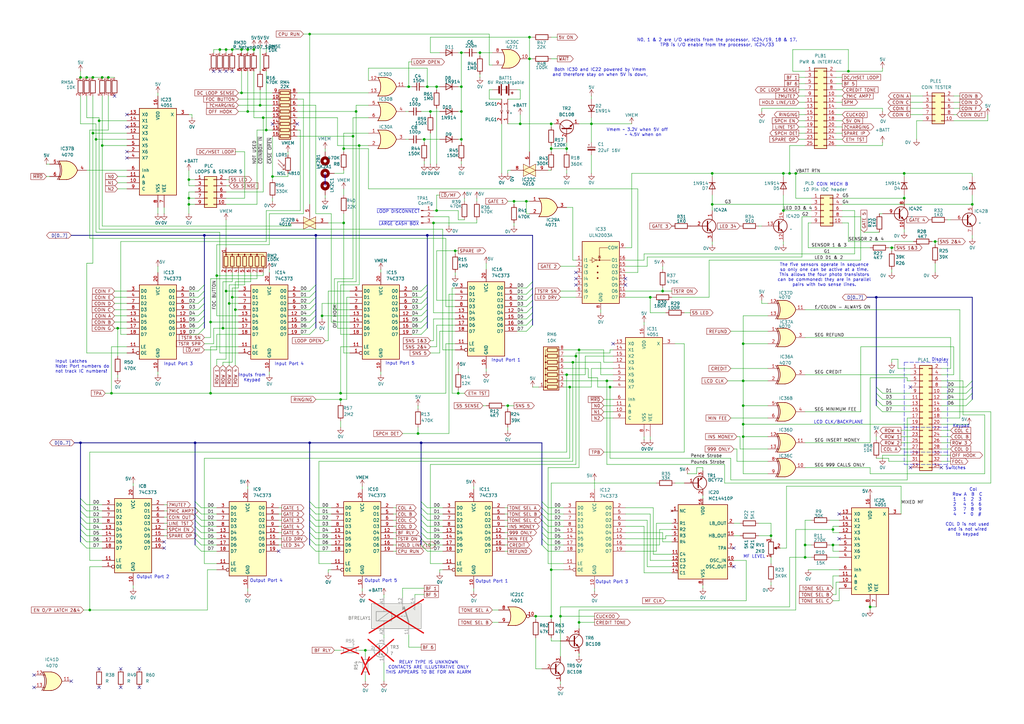
<source format=kicad_sch>
(kicad_sch (version 20231120) (generator "eeschema") (generator_version "8.0")
  (paper "A3")
  (lib_symbols
    (symbol "4xxx:4001" (pin_names (offset 1.016))
      (property "Reference" "U" (at 0 1.27 0))
      (property "Value" "4001" (at 0 -1.27 0))
      (symbol "4001_1_1"
        (pin input line (at -7.62 2.54 0) (length 4.318) (name "~") (number "1"))
        (pin input line (at -7.62 -2.54 0) (length 4.318) (name "~") (number "2"))
        (pin output inverted (at 7.62 0 180) (length 3.81) (name "~") (number "3"))
      )
      (symbol "4001_1_2"
        (pin input inverted (at -7.62 2.54 0) (length 3.81) (name "~") (number "1"))
        (pin input inverted (at -7.62 -2.54 0) (length 3.81) (name "~") (number "2"))
        (pin output line (at 7.62 0 180) (length 3.81) (name "~") (number "3"))
      )
      (symbol "4001_2_1"
        (pin output inverted (at 7.62 0 180) (length 3.81) (name "~") (number "4"))
        (pin input line (at -7.62 2.54 0) (length 4.318) (name "~") (number "5"))
        (pin input line (at -7.62 -2.54 0) (length 4.318) (name "~") (number "6"))
      )
      (symbol "4001_2_2"
        (pin output line (at 7.62 0 180) (length 3.81) (name "~") (number "4"))
        (pin input inverted (at -7.62 2.54 0) (length 3.81) (name "~") (number "5"))
        (pin input inverted (at -7.62 -2.54 0) (length 3.81) (name "~") (number "6"))
      )
      (symbol "4001_3_1"
        (pin output inverted (at 7.62 0 180) (length 3.81) (name "~") (number "10"))
        (pin input line (at -7.62 2.54 0) (length 4.318) (name "~") (number "8"))
        (pin input line (at -7.62 -2.54 0) (length 4.318) (name "~") (number "9"))
      )
      (symbol "4001_3_2"
        (pin output line (at 7.62 0 180) (length 3.81) (name "~") (number "10"))
        (pin input inverted (at -7.62 2.54 0) (length 3.81) (name "~") (number "8"))
        (pin input inverted (at -7.62 -2.54 0) (length 3.81) (name "~") (number "9"))
      )
      (symbol "4001_4_1"
        (pin output inverted (at 7.62 0 180) (length 3.81) (name "~") (number "11"))
        (pin input line (at -7.62 2.54 0) (length 4.318) (name "~") (number "12"))
        (pin input line (at -7.62 -2.54 0) (length 4.318) (name "~") (number "13"))
      )
      (symbol "4001_4_2"
        (pin output line (at 7.62 0 180) (length 3.81) (name "~") (number "11"))
        (pin input inverted (at -7.62 2.54 0) (length 3.81) (name "~") (number "12"))
        (pin input inverted (at -7.62 -2.54 0) (length 3.81) (name "~") (number "13"))
      )
      (symbol "4001_5_0"
        (pin power_in line (at 0 12.7 270) (length 5.08) (name "VDD") (number "14"))
        (pin power_in line (at 0 -12.7 90) (length 5.08) (name "VSS") (number "7"))
      )
    )
    (symbol "4xxx:4016" (pin_names (offset 1.016))
      (property "Reference" "U" (at -7.62 8.89 0))
      (property "Value" "4016" (at -7.62 -8.89 0))
      (symbol "4016_1_0"
        (pin passive line (at -7.62 0 0) (length 5.08) (name "~") (number "1"))
        (pin input line (at 0 7.62 270) (length 5.08) (name "~") (number "13"))
        (pin passive line (at 7.62 0 180) (length 5.08) (name "~") (number "2"))
      )
      (symbol "4016_2_0"
        (pin passive line (at 7.62 0 180) (length 5.08) (name "~") (number "3"))
        (pin passive line (at -7.62 0 0) (length 5.08) (name "~") (number "4"))
        (pin input line (at 0 7.62 270) (length 5.08) (name "~") (number "5"))
      )
      (symbol "4016_3_0"
        (pin input line (at 0 7.62 270) (length 5.08) (name "~") (number "6"))
        (pin passive line (at -7.62 0 0) (length 5.08) (name "~") (number "8"))
        (pin passive line (at 7.62 0 180) (length 5.08) (name "~") (number "9"))
      )
      (symbol "4016_4_0"
        (pin passive line (at 7.62 0 180) (length 5.08) (name "~") (number "10"))
        (pin passive line (at -7.62 0 0) (length 5.08) (name "~") (number "11"))
        (pin input line (at 0 7.62 270) (length 5.08) (name "~") (number "12"))
      )
      (symbol "4016_5_0"
        (pin power_in line (at 0 12.7 270) (length 5.08) (name "VDD") (number "14"))
        (pin power_in line (at 0 -12.7 90) (length 5.08) (name "VSS") (number "7"))
      )
    )
    (symbol "4xxx:4051" (pin_names (offset 1.016))
      (property "Reference" "U" (at -7.62 19.05 0))
      (property "Value" "4051" (at -7.62 -19.05 0))
      (symbol "4051_1_0"
        (pin passive line (at -12.7 5.08 0) (length 5.08) (name "X4") (number "1"))
        (pin input line (at -12.7 -12.7 0) (length 5.08) (name "B") (number "10"))
        (pin input line (at -12.7 -10.16 0) (length 5.08) (name "A") (number "11"))
        (pin passive line (at -12.7 7.62 0) (length 5.08) (name "X3") (number "12"))
        (pin passive line (at -12.7 15.24 0) (length 5.08) (name "X0") (number "13"))
        (pin passive line (at -12.7 12.7 0) (length 5.08) (name "X1") (number "14"))
        (pin passive line (at -12.7 10.16 0) (length 5.08) (name "X2") (number "15"))
        (pin power_in line (at 0 22.86 270) (length 5.08) (name "VDD") (number "16"))
        (pin passive line (at -12.7 0 0) (length 5.08) (name "X6") (number "2"))
        (pin passive line (at 12.7 15.24 180) (length 5.08) (name "X") (number "3"))
        (pin passive line (at -12.7 -2.54 0) (length 5.08) (name "X7") (number "4"))
        (pin passive line (at -12.7 2.54 0) (length 5.08) (name "X5") (number "5"))
        (pin input line (at -12.7 -7.62 0) (length 5.08) (name "Inh") (number "6"))
        (pin power_in line (at 2.54 -22.86 90) (length 5.08) (name "VEE") (number "7"))
        (pin power_in line (at 0 -22.86 90) (length 5.08) (name "VSS") (number "8"))
        (pin input line (at -12.7 -15.24 0) (length 5.08) (name "C") (number "9"))
      )
    )
    (symbol "4xxx:4070" (pin_names (offset 1.016))
      (property "Reference" "U" (at 0 1.27 0))
      (property "Value" "4070" (at 0 -1.27 0))
      (symbol "4070_1_0"
        (pin input line (at -7.62 2.54 0) (length 4.445) (name "~") (number "1"))
        (pin input line (at -7.62 -2.54 0) (length 4.445) (name "~") (number "2"))
        (pin output line (at 7.62 0 180) (length 3.81) (name "~") (number "3"))
      )
      (symbol "4070_2_0"
        (pin output line (at 7.62 0 180) (length 3.81) (name "~") (number "4"))
        (pin input line (at -7.62 2.54 0) (length 4.445) (name "~") (number "5"))
        (pin input line (at -7.62 -2.54 0) (length 4.445) (name "~") (number "6"))
      )
      (symbol "4070_3_0"
        (pin output line (at 7.62 0 180) (length 3.81) (name "~") (number "10"))
        (pin input line (at -7.62 2.54 0) (length 4.445) (name "~") (number "8"))
        (pin input line (at -7.62 -2.54 0) (length 4.445) (name "~") (number "9"))
      )
      (symbol "4070_4_0"
        (pin output line (at 7.62 0 180) (length 3.81) (name "~") (number "11"))
        (pin input line (at -7.62 2.54 0) (length 4.445) (name "~") (number "12"))
        (pin input line (at -7.62 -2.54 0) (length 4.445) (name "~") (number "13"))
      )
      (symbol "4070_5_0"
        (pin power_in line (at 0 12.7 270) (length 5.08) (name "VDD") (number "14"))
        (pin power_in line (at 0 -12.7 90) (length 5.08) (name "VSS") (number "7"))
      )
    )
    (symbol "4xxx:4071" (pin_names (offset 1.016))
      (property "Reference" "U" (at 0 1.27 0))
      (property "Value" "4071" (at 0 -1.27 0))
      (symbol "4071_1_1"
        (pin input line (at -7.62 2.54 0) (length 4.318) (name "~") (number "1"))
        (pin input line (at -7.62 -2.54 0) (length 4.318) (name "~") (number "2"))
        (pin output line (at 7.62 0 180) (length 3.81) (name "~") (number "3"))
      )
      (symbol "4071_1_2"
        (pin input inverted (at -7.62 2.54 0) (length 3.81) (name "~") (number "1"))
        (pin input inverted (at -7.62 -2.54 0) (length 3.81) (name "~") (number "2"))
        (pin output inverted (at 7.62 0 180) (length 3.81) (name "~") (number "3"))
      )
      (symbol "4071_2_1"
        (pin output line (at 7.62 0 180) (length 3.81) (name "~") (number "4"))
        (pin input line (at -7.62 2.54 0) (length 4.318) (name "~") (number "5"))
        (pin input line (at -7.62 -2.54 0) (length 4.318) (name "~") (number "6"))
      )
      (symbol "4071_2_2"
        (pin output inverted (at 7.62 0 180) (length 3.81) (name "~") (number "4"))
        (pin input inverted (at -7.62 2.54 0) (length 3.81) (name "~") (number "5"))
        (pin input inverted (at -7.62 -2.54 0) (length 3.81) (name "~") (number "6"))
      )
      (symbol "4071_3_1"
        (pin output line (at 7.62 0 180) (length 3.81) (name "~") (number "10"))
        (pin input line (at -7.62 2.54 0) (length 4.318) (name "~") (number "8"))
        (pin input line (at -7.62 -2.54 0) (length 4.318) (name "~") (number "9"))
      )
      (symbol "4071_3_2"
        (pin output inverted (at 7.62 0 180) (length 3.81) (name "~") (number "10"))
        (pin input inverted (at -7.62 2.54 0) (length 3.81) (name "~") (number "8"))
        (pin input inverted (at -7.62 -2.54 0) (length 3.81) (name "~") (number "9"))
      )
      (symbol "4071_4_1"
        (pin output line (at 7.62 0 180) (length 3.81) (name "~") (number "11"))
        (pin input line (at -7.62 2.54 0) (length 4.318) (name "~") (number "12"))
        (pin input line (at -7.62 -2.54 0) (length 4.318) (name "~") (number "13"))
      )
      (symbol "4071_4_2"
        (pin output inverted (at 7.62 0 180) (length 3.81) (name "~") (number "11"))
        (pin input inverted (at -7.62 2.54 0) (length 3.81) (name "~") (number "12"))
        (pin input inverted (at -7.62 -2.54 0) (length 3.81) (name "~") (number "13"))
      )
      (symbol "4071_5_0"
        (pin power_in line (at 0 12.7 270) (length 5.08) (name "VDD") (number "14"))
        (pin power_in line (at 0 -12.7 90) (length 5.08) (name "VSS") (number "7"))
      )
    )
    (symbol "74xx:74LS373"
      (property "Reference" "U" (at -7.62 16.51 0))
      (property "Value" "74LS373" (at -7.62 -16.51 0))
      (symbol "74LS373_1_0"
        (pin input inverted (at -12.7 -12.7 0) (length 5.08) (name "OE") (number "1"))
        (pin power_in line (at 0 -20.32 90) (length 5.08) (name "GND") (number "10"))
        (pin input line (at -12.7 -10.16 0) (length 5.08) (name "LE") (number "11"))
        (pin tri_state line (at 12.7 2.54 180) (length 5.08) (name "O4") (number "12"))
        (pin input line (at -12.7 2.54 0) (length 5.08) (name "D4") (number "13"))
        (pin input line (at -12.7 0 0) (length 5.08) (name "D5") (number "14"))
        (pin tri_state line (at 12.7 0 180) (length 5.08) (name "O5") (number "15"))
        (pin tri_state line (at 12.7 -2.54 180) (length 5.08) (name "O6") (number "16"))
        (pin input line (at -12.7 -2.54 0) (length 5.08) (name "D6") (number "17"))
        (pin input line (at -12.7 -5.08 0) (length 5.08) (name "D7") (number "18"))
        (pin tri_state line (at 12.7 -5.08 180) (length 5.08) (name "O7") (number "19"))
        (pin tri_state line (at 12.7 12.7 180) (length 5.08) (name "O0") (number "2"))
        (pin power_in line (at 0 20.32 270) (length 5.08) (name "VCC") (number "20"))
        (pin input line (at -12.7 12.7 0) (length 5.08) (name "D0") (number "3"))
        (pin input line (at -12.7 10.16 0) (length 5.08) (name "D1") (number "4"))
        (pin tri_state line (at 12.7 10.16 180) (length 5.08) (name "O1") (number "5"))
        (pin tri_state line (at 12.7 7.62 180) (length 5.08) (name "O2") (number "6"))
        (pin input line (at -12.7 7.62 0) (length 5.08) (name "D2") (number "7"))
        (pin input line (at -12.7 5.08 0) (length 5.08) (name "D3") (number "8"))
        (pin tri_state line (at 12.7 5.08 180) (length 5.08) (name "O3") (number "9"))
      )
    )
    (symbol "Connector:Conn_01x02_Pin" (pin_names (offset 1.016) hide)
      (property "Reference" "J" (at 0 2.54 0))
      (property "Value" "Conn_01x02_Pin" (at 0 -5.08 0))
      (symbol "Conn_01x02_Pin_1_1"
        (pin passive line (at 5.08 0 180) (length 3.81) (name "Pin_1") (number "1"))
        (pin passive line (at 5.08 -2.54 180) (length 3.81) (name "Pin_2") (number "2"))
      )
    )
    (symbol "Connector:Conn_01x02_Socket" (pin_names (offset 1.016) hide)
      (property "Reference" "J" (at 0 2.54 0))
      (property "Value" "Conn_01x02_Socket" (at 0 -5.08 0))
      (symbol "Conn_01x02_Socket_1_1"
        (pin passive line (at -5.08 0 0) (length 3.81) (name "Pin_1") (number "1"))
        (pin passive line (at -5.08 -2.54 0) (length 3.81) (name "Pin_2") (number "2"))
      )
    )
    (symbol "Connector:Conn_01x03_Pin" (pin_names (offset 1.016) hide)
      (property "Reference" "J" (at 0 5.08 0))
      (property "Value" "Conn_01x03_Pin" (at 0 -5.08 0))
      (symbol "Conn_01x03_Pin_1_1"
        (pin passive line (at 5.08 2.54 180) (length 3.81) (name "Pin_1") (number "1"))
        (pin passive line (at 5.08 0 180) (length 3.81) (name "Pin_2") (number "2"))
        (pin passive line (at 5.08 -2.54 180) (length 3.81) (name "Pin_3") (number "3"))
      )
    )
    (symbol "Connector_Generic:Conn_02x05_Odd_Even" (pin_names (offset 1.016) hide)
      (property "Reference" "J" (at 1.27 7.62 0))
      (property "Value" "Conn_02x05_Odd_Even" (at 1.27 -7.62 0))
      (symbol "Conn_02x05_Odd_Even_1_1"
        (pin passive line (at -5.08 5.08 0) (length 3.81) (name "Pin_1") (number "1"))
        (pin passive line (at 7.62 -5.08 180) (length 3.81) (name "Pin_10") (number "10"))
        (pin passive line (at 7.62 5.08 180) (length 3.81) (name "Pin_2") (number "2"))
        (pin passive line (at -5.08 2.54 0) (length 3.81) (name "Pin_3") (number "3"))
        (pin passive line (at 7.62 2.54 180) (length 3.81) (name "Pin_4") (number "4"))
        (pin passive line (at -5.08 0 0) (length 3.81) (name "Pin_5") (number "5"))
        (pin passive line (at 7.62 0 180) (length 3.81) (name "Pin_6") (number "6"))
        (pin passive line (at -5.08 -2.54 0) (length 3.81) (name "Pin_7") (number "7"))
        (pin passive line (at 7.62 -2.54 180) (length 3.81) (name "Pin_8") (number "8"))
        (pin passive line (at -5.08 -5.08 0) (length 3.81) (name "Pin_9") (number "9"))
      )
    )
    (symbol "Connector_Generic:Conn_02x13_Odd_Even" (pin_names (offset 1.016) hide)
      (property "Reference" "J" (at 1.27 17.78 0))
      (property "Value" "Conn_02x13_Odd_Even" (at 1.27 -17.78 0))
      (symbol "Conn_02x13_Odd_Even_1_1"
        (pin passive line (at -5.08 15.24 0) (length 3.81) (name "Pin_1") (number "1"))
        (pin passive line (at 7.62 5.08 180) (length 3.81) (name "Pin_10") (number "10"))
        (pin passive line (at -5.08 2.54 0) (length 3.81) (name "Pin_11") (number "11"))
        (pin passive line (at 7.62 2.54 180) (length 3.81) (name "Pin_12") (number "12"))
        (pin passive line (at -5.08 0 0) (length 3.81) (name "Pin_13") (number "13"))
        (pin passive line (at 7.62 0 180) (length 3.81) (name "Pin_14") (number "14"))
        (pin passive line (at -5.08 -2.54 0) (length 3.81) (name "Pin_15") (number "15"))
        (pin passive line (at 7.62 -2.54 180) (length 3.81) (name "Pin_16") (number "16"))
        (pin passive line (at -5.08 -5.08 0) (length 3.81) (name "Pin_17") (number "17"))
        (pin passive line (at 7.62 -5.08 180) (length 3.81) (name "Pin_18") (number "18"))
        (pin passive line (at -5.08 -7.62 0) (length 3.81) (name "Pin_19") (number "19"))
        (pin passive line (at 7.62 15.24 180) (length 3.81) (name "Pin_2") (number "2"))
        (pin passive line (at 7.62 -7.62 180) (length 3.81) (name "Pin_20") (number "20"))
        (pin passive line (at -5.08 -10.16 0) (length 3.81) (name "Pin_21") (number "21"))
        (pin passive line (at 7.62 -10.16 180) (length 3.81) (name "Pin_22") (number "22"))
        (pin passive line (at -5.08 -12.7 0) (length 3.81) (name "Pin_23") (number "23"))
        (pin passive line (at 7.62 -12.7 180) (length 3.81) (name "Pin_24") (number "24"))
        (pin passive line (at -5.08 -15.24 0) (length 3.81) (name "Pin_25") (number "25"))
        (pin passive line (at 7.62 -15.24 180) (length 3.81) (name "Pin_26") (number "26"))
        (pin passive line (at -5.08 12.7 0) (length 3.81) (name "Pin_3") (number "3"))
        (pin passive line (at 7.62 12.7 180) (length 3.81) (name "Pin_4") (number "4"))
        (pin passive line (at -5.08 10.16 0) (length 3.81) (name "Pin_5") (number "5"))
        (pin passive line (at 7.62 10.16 180) (length 3.81) (name "Pin_6") (number "6"))
        (pin passive line (at -5.08 7.62 0) (length 3.81) (name "Pin_7") (number "7"))
        (pin passive line (at 7.62 7.62 180) (length 3.81) (name "Pin_8") (number "8"))
        (pin passive line (at -5.08 5.08 0) (length 3.81) (name "Pin_9") (number "9"))
      )
    )
    (symbol "Connector_Generic:Conn_02x17_Odd_Even" (pin_names (offset 1.016) hide)
      (property "Reference" "J" (at 1.27 22.86 0))
      (property "Value" "Conn_02x17_Odd_Even" (at 1.27 -22.86 0))
      (symbol "Conn_02x17_Odd_Even_1_1"
        (pin passive line (at -5.08 20.32 0) (length 3.81) (name "Pin_1") (number "1"))
        (pin passive line (at 7.62 10.16 180) (length 3.81) (name "Pin_10") (number "10"))
        (pin passive line (at -5.08 7.62 0) (length 3.81) (name "Pin_11") (number "11"))
        (pin passive line (at 7.62 7.62 180) (length 3.81) (name "Pin_12") (number "12"))
        (pin passive line (at -5.08 5.08 0) (length 3.81) (name "Pin_13") (number "13"))
        (pin passive line (at 7.62 5.08 180) (length 3.81) (name "Pin_14") (number "14"))
        (pin passive line (at -5.08 2.54 0) (length 3.81) (name "Pin_15") (number "15"))
        (pin passive line (at 7.62 2.54 180) (length 3.81) (name "Pin_16") (number "16"))
        (pin passive line (at -5.08 0 0) (length 3.81) (name "Pin_17") (number "17"))
        (pin passive line (at 7.62 0 180) (length 3.81) (name "Pin_18") (number "18"))
        (pin passive line (at -5.08 -2.54 0) (length 3.81) (name "Pin_19") (number "19"))
        (pin passive line (at 7.62 20.32 180) (length 3.81) (name "Pin_2") (number "2"))
        (pin passive line (at 7.62 -2.54 180) (length 3.81) (name "Pin_20") (number "20"))
        (pin passive line (at -5.08 -5.08 0) (length 3.81) (name "Pin_21") (number "21"))
        (pin passive line (at 7.62 -5.08 180) (length 3.81) (name "Pin_22") (number "22"))
        (pin passive line (at -5.08 -7.62 0) (length 3.81) (name "Pin_23") (number "23"))
        (pin passive line (at 7.62 -7.62 180) (length 3.81) (name "Pin_24") (number "24"))
        (pin passive line (at -5.08 -10.16 0) (length 3.81) (name "Pin_25") (number "25"))
        (pin passive line (at 7.62 -10.16 180) (length 3.81) (name "Pin_26") (number "26"))
        (pin passive line (at -5.08 -12.7 0) (length 3.81) (name "Pin_27") (number "27"))
        (pin passive line (at 7.62 -12.7 180) (length 3.81) (name "Pin_28") (number "28"))
        (pin passive line (at -5.08 -15.24 0) (length 3.81) (name "Pin_29") (number "29"))
        (pin passive line (at -5.08 17.78 0) (length 3.81) (name "Pin_3") (number "3"))
        (pin passive line (at 7.62 -15.24 180) (length 3.81) (name "Pin_30") (number "30"))
        (pin passive line (at -5.08 -17.78 0) (length 3.81) (name "Pin_31") (number "31"))
        (pin passive line (at 7.62 -17.78 180) (length 3.81) (name "Pin_32") (number "32"))
        (pin passive line (at -5.08 -20.32 0) (length 3.81) (name "Pin_33") (number "33"))
        (pin passive line (at 7.62 -20.32 180) (length 3.81) (name "Pin_34") (number "34"))
        (pin passive line (at 7.62 17.78 180) (length 3.81) (name "Pin_4") (number "4"))
        (pin passive line (at -5.08 15.24 0) (length 3.81) (name "Pin_5") (number "5"))
        (pin passive line (at 7.62 15.24 180) (length 3.81) (name "Pin_6") (number "6"))
        (pin passive line (at -5.08 12.7 0) (length 3.81) (name "Pin_7") (number "7"))
        (pin passive line (at 7.62 12.7 180) (length 3.81) (name "Pin_8") (number "8"))
        (pin passive line (at -5.08 10.16 0) (length 3.81) (name "Pin_9") (number "9"))
      )
    )
    (symbol "Device:Battery" (pin_numbers hide) (pin_names (offset 0) hide)
      (property "Reference" "BT" (at 2.54 2.54 0))
      (property "Value" "Battery" (at 2.54 0 0))
      (symbol "Battery_1_1"
        (pin passive line (at 0 5.08 270) (length 2.54) (name "+") (number "1"))
        (pin passive line (at 0 -5.08 90) (length 2.54) (name "-") (number "2"))
      )
    )
    (symbol "Device:C_Polarized_Small" (pin_numbers hide) (pin_names (offset 0.254) hide)
      (property "Reference" "C" (at 0.254 1.778 0))
      (property "Value" "C_Polarized_Small" (at 0.254 -2.032 0))
      (symbol "C_Polarized_Small_1_1"
        (pin passive line (at 0 2.54 270) (length 1.8542) (name "~") (number "1"))
        (pin passive line (at 0 -2.54 90) (length 1.8542) (name "~") (number "2"))
      )
    )
    (symbol "Device:C_Small" (pin_numbers hide) (pin_names (offset 0.254) hide)
      (property "Reference" "C" (at 0.254 1.778 0))
      (property "Value" "C_Small" (at 0.254 -2.032 0))
      (symbol "C_Small_1_1"
        (pin passive line (at 0 2.54 270) (length 2.032) (name "~") (number "1"))
        (pin passive line (at 0 -2.54 90) (length 2.032) (name "~") (number "2"))
      )
    )
    (symbol "Device:Q_PNP_BCE" (pin_names (offset 0) hide)
      (property "Reference" "Q" (at 5.08 1.27 0))
      (property "Value" "Q_PNP_BCE" (at 5.08 -1.27 0))
      (symbol "Q_PNP_BCE_1_1"
        (pin input line (at -5.08 0 0) (length 5.715) (name "B") (number "1"))
        (pin passive line (at 2.54 5.08 270) (length 2.54) (name "C") (number "2"))
        (pin passive line (at 2.54 -5.08 90) (length 2.54) (name "E") (number "3"))
      )
    )
    (symbol "Device:R" (pin_numbers hide) (pin_names (offset 0))
      (property "Reference" "R" (at 2.032 0 90))
      (property "Value" "R" (at 0 0 90))
      (symbol "R_1_1"
        (pin passive line (at 0 3.81 270) (length 1.27) (name "~") (number "1"))
        (pin passive line (at 0 -3.81 90) (length 1.27) (name "~") (number "2"))
      )
    )
    (symbol "Device:R_Network07" (pin_names (offset 0) hide)
      (property "Reference" "RN" (at -10.16 0 90))
      (property "Value" "R_Network07" (at 10.16 0 90))
      (symbol "R_Network07_1_1"
        (pin passive line (at -7.62 5.08 270) (length 2.54) (name "common") (number "1"))
        (pin passive line (at -7.62 -5.08 90) (length 1.27) (name "R1") (number "2"))
        (pin passive line (at -5.08 -5.08 90) (length 1.27) (name "R2") (number "3"))
        (pin passive line (at -2.54 -5.08 90) (length 1.27) (name "R3") (number "4"))
        (pin passive line (at 0 -5.08 90) (length 1.27) (name "R4") (number "5"))
        (pin passive line (at 2.54 -5.08 90) (length 1.27) (name "R5") (number "6"))
        (pin passive line (at 5.08 -5.08 90) (length 1.27) (name "R6") (number "7"))
        (pin passive line (at 7.62 -5.08 90) (length 1.27) (name "R7") (number "8"))
      )
    )
    (symbol "Device:R_Network07_Split" (pin_names (offset 0) hide)
      (property "Reference" "RN" (at 2.032 0 90))
      (property "Value" "R_Network07_Split" (at 0 0 90))
      (symbol "R_Network07_Split_0_1"
        (pin passive line (at 0 3.81 270) (length 1.27) (name "R1") (number "1"))
      )
      (symbol "R_Network07_Split_1_1"
        (pin passive line (at 0 -3.81 90) (length 1.27) (name "R1.2") (number "2"))
      )
      (symbol "R_Network07_Split_2_1"
        (pin passive line (at 0 -3.81 90) (length 1.27) (name "R2.2") (number "3"))
      )
      (symbol "R_Network07_Split_3_1"
        (pin passive line (at 0 -3.81 90) (length 1.27) (name "R3.2") (number "4"))
      )
      (symbol "R_Network07_Split_4_1"
        (pin passive line (at 0 -3.81 90) (length 1.27) (name "R4.2") (number "5"))
      )
      (symbol "R_Network07_Split_5_1"
        (pin passive line (at 0 -3.81 90) (length 1.27) (name "R5.2") (number "6"))
      )
      (symbol "R_Network07_Split_6_1"
        (pin passive line (at 0 -3.81 90) (length 1.27) (name "R6.2") (number "7"))
      )
      (symbol "R_Network07_Split_7_1"
        (pin passive line (at 0 -3.81 90) (length 1.27) (name "R7.2") (number "8"))
      )
    )
    (symbol "Device:R_Pack08" (pin_names (offset 0) hide)
      (property "Reference" "RN" (at -12.7 0 90))
      (property "Value" "R_Pack08" (at 10.16 0 90))
      (symbol "R_Pack08_1_1"
        (pin passive line (at -10.16 -5.08 90) (length 2.54) (name "R1.1") (number "1"))
        (pin passive line (at 5.08 5.08 270) (length 2.54) (name "R7.2") (number "10"))
        (pin passive line (at 2.54 5.08 270) (length 2.54) (name "R6.2") (number "11"))
        (pin passive line (at 0 5.08 270) (length 2.54) (name "R5.2") (number "12"))
        (pin passive line (at -2.54 5.08 270) (length 2.54) (name "R4.2") (number "13"))
        (pin passive line (at -5.08 5.08 270) (length 2.54) (name "R3.2") (number "14"))
        (pin passive line (at -7.62 5.08 270) (length 2.54) (name "R2.2") (number "15"))
        (pin passive line (at -10.16 5.08 270) (length 2.54) (name "R1.2") (number "16"))
        (pin passive line (at -7.62 -5.08 90) (length 2.54) (name "R2.1") (number "2"))
        (pin passive line (at -5.08 -5.08 90) (length 2.54) (name "R3.1") (number "3"))
        (pin passive line (at -2.54 -5.08 90) (length 2.54) (name "R4.1") (number "4"))
        (pin passive line (at 0 -5.08 90) (length 2.54) (name "R5.1") (number "5"))
        (pin passive line (at 2.54 -5.08 90) (length 2.54) (name "R6.1") (number "6"))
        (pin passive line (at 5.08 -5.08 90) (length 2.54) (name "R7.1") (number "7"))
        (pin passive line (at 7.62 -5.08 90) (length 2.54) (name "R8.1") (number "8"))
        (pin passive line (at 7.62 5.08 270) (length 2.54) (name "R8.2") (number "9"))
      )
    )
    (symbol "Device:R_Potentiometer" (pin_names (offset 1.016) hide)
      (property "Reference" "RV" (at -4.445 0 90))
      (property "Value" "R_Potentiometer" (at -2.54 0 90))
      (symbol "R_Potentiometer_1_1"
        (pin passive line (at 0 3.81 270) (length 1.27) (name "1") (number "1"))
        (pin passive line (at 3.81 0 180) (length 1.27) (name "2") (number "2"))
        (pin passive line (at 0 -3.81 90) (length 1.27) (name "3") (number "3"))
      )
    )
    (symbol "Diode:1N914" (pin_numbers hide) (pin_names hide)
      (property "Reference" "D" (at 0 2.54 0))
      (property "Value" "1N914" (at 0 -2.54 0))
      (symbol "1N914_1_1"
        (pin passive line (at -3.81 0 0) (length 2.54) (name "K") (number "1"))
        (pin passive line (at 3.81 0 180) (length 2.54) (name "A") (number "2"))
      )
    )
    (symbol "Interface_Telecom:MC14410P"
      (property "Reference" "IC" (at -10.16 16.51 0))
      (property "Value" "MC14410P" (at 1.27 16.51 0))
      (symbol "MC14410P_1_1"
        (pin no_connect line (at -12.7 12.7 0) (length 2.54) (name "NC") (number "1"))
        (pin input line (at 12.7 -7.62 180) (length 2.54) (name "OSC_IN") (number "10"))
        (pin input line (at -12.7 -5.08 0) (length 2.54) (name "C4") (number "11"))
        (pin input line (at -12.7 -7.62 0) (length 2.54) (name "C3") (number "12"))
        (pin input line (at -12.7 -10.16 0) (length 2.54) (name "C2") (number "13"))
        (pin input line (at -12.7 -12.7 0) (length 2.54) (name "C1") (number "14"))
        (pin output line (at 12.7 2.54 180) (length 2.54) (name "HB_OUT") (number "15"))
        (pin power_in line (at 0 17.78 270) (length 2.54) (name "VDD") (number "16"))
        (pin output line (at 12.7 7.62 180) (length 2.54) (name "LB_OUT") (number "2"))
        (pin input line (at -12.7 7.62 0) (length 2.54) (name "R1") (number "3"))
        (pin input line (at -12.7 5.08 0) (length 2.54) (name "R2") (number "4"))
        (pin input line (at -12.7 2.54 0) (length 2.54) (name "R3") (number "5"))
        (pin input line (at -12.7 0 0) (length 2.54) (name "R4") (number "6"))
        (pin output line (at 12.7 -2.54 180) (length 2.54) (name "TPA") (number "7"))
        (pin power_in line (at 0 -17.78 90) (length 2.54) (name "VSS") (number "8"))
        (pin output line (at 12.7 -10.16 180) (length 2.54) (name "OSC_OUT") (number "9"))
      )
    )
    (symbol "Mechanical:MountingHole_Pad_MP" (pin_numbers hide) (pin_names (offset 1.016) hide) (exclude_from_sim yes) (in_bom no)
      (property "Reference" "H" (at 0 6.35 0))
      (property "Value" "MountingHole_Pad_MP" (at 0 4.445 0))
      (symbol "MountingHole_Pad_MP_1_1"
        (pin input line (at 0 -2.54 90) (length 2.54) (name "MP") (number "MP"))
      )
    )
    (symbol "Relay:Fujitsu_FTR-LYCA005x"
      (property "Reference" "K" (at 11.43 3.81 0))
      (property "Value" "Fujitsu_FTR-LYCA005x" (at 11.43 1.27 0))
      (symbol "Fujitsu_FTR-LYCA005x_1_1"
        (pin passive line (at 5.08 -7.62 90) (length 2.54) (name "~") (number "11"))
        (pin passive line (at 2.54 7.62 270) (length 2.54) (name "~") (number "12"))
        (pin passive line (at 7.62 7.62 270) (length 2.54) (name "~") (number "14"))
        (pin passive line (at -5.08 7.62 270) (length 2.54) (name "~") (number "A1"))
        (pin passive line (at -5.08 -7.62 90) (length 2.54) (name "~") (number "A2"))
      )
    )
    (symbol "Sensor_Optical:LDR07" (pin_numbers hide) (pin_names (offset 0))
      (property "Reference" "R" (at -5.08 0 90))
      (property "Value" "LDR07" (at 1.905 0 90))
      (symbol "LDR07_1_1"
        (pin passive line (at 0 3.81 270) (length 1.27) (name "~") (number "1"))
        (pin passive line (at 0 -3.81 90) (length 1.27) (name "~") (number "2"))
      )
    )
    (symbol "Transistor_Array:CA3138"
      (property "Reference" "IC" (at 2.54 2.54 0))
      (symbol "CA3138_1_1"
        (pin passive line (at 0 6.35 270) (length 3.81) (name "C1") (number "1"))
        (pin input line (at -8.89 0 0) (length 6.985) (name "") (number "2"))
        (pin passive line (at 0 -6.35 90) (length 3.81) (name "") (number "3"))
      )
      (symbol "CA3138_2_1"
        (pin passive line (at 0 6.35 270) (length 3.81) (name "C1") (number "5"))
        (pin input line (at -8.89 0 0) (length 6.985) (name "") (number "6"))
        (pin passive line (at 0 -6.35 90) (length 3.81) (name "") (number "7"))
      )
      (symbol "CA3138_3_1"
        (pin passive line (at 0 -6.35 90) (length 3.81) (name "") (number "10"))
        (pin passive line (at 0 6.35 270) (length 3.81) (name "C1") (number "8"))
        (pin input line (at -8.89 0 0) (length 6.985) (name "") (number "9"))
      )
      (symbol "CA3138_4_1"
        (pin passive line (at 0 -6.35 90) (length 3.81) (name "") (number "12"))
        (pin input line (at -8.89 0 0) (length 6.985) (name "") (number "13"))
        (pin passive line (at 0 6.35 270) (length 3.81) (name "C1") (number "14"))
      )
    )
    (symbol "Transistor_Array:ULN2003A"
      (property "Reference" "U" (at 0 15.875 0))
      (property "Value" "ULN2003A" (at 0 13.97 0))
      (symbol "ULN2003A_1_1"
        (pin input line (at -10.16 5.08 0) (length 2.54) (name "I1") (number "1"))
        (pin open_collector line (at 10.16 -10.16 180) (length 2.54) (name "O7") (number "10"))
        (pin open_collector line (at 10.16 -7.62 180) (length 2.54) (name "O6") (number "11"))
        (pin open_collector line (at 10.16 -5.08 180) (length 2.54) (name "O5") (number "12"))
        (pin open_collector line (at 10.16 -2.54 180) (length 2.54) (name "O4") (number "13"))
        (pin open_collector line (at 10.16 0 180) (length 2.54) (name "O3") (number "14"))
        (pin open_collector line (at 10.16 2.54 180) (length 2.54) (name "O2") (number "15"))
        (pin open_collector line (at 10.16 5.08 180) (length 2.54) (name "O1") (number "16"))
        (pin input line (at -10.16 2.54 0) (length 2.54) (name "I2") (number "2"))
        (pin input line (at -10.16 0 0) (length 2.54) (name "I3") (number "3"))
        (pin input line (at -10.16 -2.54 0) (length 2.54) (name "I4") (number "4"))
        (pin input line (at -10.16 -5.08 0) (length 2.54) (name "I5") (number "5"))
        (pin input line (at -10.16 -7.62 0) (length 2.54) (name "I6") (number "6"))
        (pin input line (at -10.16 -10.16 0) (length 2.54) (name "I7") (number "7"))
        (pin power_in line (at 0 -15.24 90) (length 2.54) (name "GND") (number "8"))
        (pin passive line (at 10.16 10.16 180) (length 2.54) (name "COM") (number "9"))
      )
    )
    (symbol "Transistor_BJT:BC108" (pin_names (offset 0) hide)
      (property "Reference" "Q" (at 5.08 1.905 0))
      (property "Value" "BC108" (at 5.08 0 0))
      (symbol "BC108_1_1"
        (pin passive line (at 2.54 -5.08 90) (length 2.54) (name "E") (number "1"))
        (pin input line (at -5.08 0 0) (length 5.715) (name "B") (number "2"))
        (pin passive line (at 2.54 5.08 270) (length 2.54) (name "C") (number "3"))
      )
    )
    (symbol "power:+BATT" (power) (pin_numbers hide) (pin_names (offset 0) hide)
      (property "Value" "+BATT" (at 0 3.556 0))
      (symbol "+BATT_1_1"
        (pin power_in line (at 0 0 90) (length 0) (name "~") (number "1"))
      )
    )
    (symbol "power:GND" (power) (pin_numbers hide) (pin_names (offset 0) hide)
      (property "Value" "GND" (at 0 -3.81 0))
      (symbol "GND_1_1"
        (pin power_in line (at 0 0 270) (length 0) (name "~") (number "1"))
      )
    )
    (symbol "power:VCCQ" (power) (pin_numbers hide) (pin_names (offset 0) hide)
      (property "Value" "VCCQ" (at 0 3.556 0))
      (symbol "VCCQ_1_1"
        (pin power_in line (at 0 0 90) (length 0) (name "~") (number "1"))
      )
    )
    (symbol "power:VMEM" (power) (pin_numbers hide) (pin_names (offset 0) hide)
      (property "Value" "VMEM" (at 0 3.556 0))
      (symbol "VMEM_1_1"
        (pin power_in line (at 0 0 90) (length 0) (name "~") (number "1"))
      )
    )
  )
  (junction (at 242.57 50.8))
  (junction (at 101.6 20.32))
  (junction (at 326.39 71.12))
  (junction (at 226.06 60.96))
  (junction (at 370.84 81.28))
  (junction (at 292.1 83.82))
  (junction (at 111.76 72.39))
  (junction (at 383.54 99.06))
  (junction (at 129.54 96.52))
  (junction (at 132.08 129.54))
  (junction (at 250.19 158.75))
  (junction (at 144.78 55.88))
  (junction (at 237.49 143.51))
  (junction (at 232.41 153.67))
  (junction (at 90.17 20.32))
  (junction (at 35.56 31.75))
  (junction (at 41.91 31.75))
  (junction (at 226.06 252.73))
  (junction (at 179.07 86.36))
  (junction (at 365.76 101.6))
  (junction (at 147.32 59.69))
  (junction (at 80.01 181.61))
  (junction (at 139.7 161.29))
  (junction (at 36.83 250.19))
  (junction (at 304.8 179.07))
  (junction (at 217.17 24.13))
  (junction (at 179.07 35.56))
  (junction (at 236.22 146.05))
  (junction (at 189.23 35.56))
  (junction (at 316.23 219.71))
  (junction (at 77.47 81.28))
  (junction (at 91.44 134.62))
  (junction (at 38.1 54.61))
  (junction (at 176.53 45.72))
  (junction (at 127 13.97))
  (junction (at 359.41 121.92))
  (junction (at 41.91 59.69))
  (junction (at 77.47 73.66))
  (junction (at 45.72 161.29))
  (junction (at 175.26 35.56))
  (junction (at 237.49 255.27))
  (junction (at 48.26 134.62))
  (junction (at 99.06 20.32))
  (junction (at 330.2 223.52))
  (junction (at 323.85 71.12))
  (junction (at 175.26 96.52))
  (junction (at 33.02 181.61))
  (junction (at 226.06 233.68))
  (junction (at 347.98 29.21))
  (junction (at 33.02 31.75))
  (junction (at 321.31 86.36))
  (junction (at 99.06 38.1))
  (junction (at 321.31 71.12))
  (junction (at 187.96 161.29))
  (junction (at 213.36 50.8))
  (junction (at 234.95 148.59))
  (junction (at 217.17 15.24))
  (junction (at 106.68 43.18))
  (junction (at 292.1 71.12))
  (junction (at 189.23 45.72))
  (junction (at 186.69 102.87))
  (junction (at 304.8 140.97))
  (junction (at 233.68 158.75))
  (junction (at 304.8 173.99))
  (junction (at 139.7 163.83))
  (junction (at 107.95 48.26))
  (junction (at 248.92 156.21))
  (junction (at 341.63 223.52))
  (junction (at 341.63 217.17))
  (junction (at 38.1 31.75))
  (junction (at 229.87 252.73))
  (junction (at 171.45 177.8))
  (junction (at 101.6 45.72))
  (junction (at 109.22 53.34))
  (junction (at 146.05 45.72))
  (junction (at 88.9 113.03))
  (junction (at 232.41 60.96))
  (junction (at 196.85 21.59))
  (junction (at 219.71 252.73))
  (junction (at 177.8 91.44))
  (junction (at 86.36 132.08))
  (junction (at 77.47 83.82))
  (junction (at 127 181.61))
  (junction (at 44.45 31.75))
  (junction (at 173.99 57.15))
  (junction (at 304.8 156.21))
  (junction (at 95.25 121.92))
  (junction (at 93.98 124.46))
  (junction (at 208.28 166.37))
  (junction (at 370.84 71.12))
  (junction (at 398.78 83.82))
  (junction (at 266.7 121.92))
  (junction (at 96.52 127))
  (junction (at 40.64 49.53))
  (junction (at 210.82 82.55))
  (junction (at 167.64 35.56))
  (junction (at 39.37 57.15))
  (junction (at 226.06 50.8))
  (junction (at 149.86 266.7))
  (junction (at 140.97 60.96))
  (junction (at 189.23 57.15))
  (junction (at 104.14 20.32))
  (junction (at 172.72 181.61))
  (junction (at 83.82 96.52))
  (junction (at 92.71 119.38))
  (junction (at 189.23 21.59))
  (junction (at 330.2 228.6))
  (junction (at 304.8 166.37))
  (junction (at 215.9 82.55))
  (junction (at 271.78 119.38))
  (junction (at 356.87 248.92))
  (junction (at 92.71 20.32))
  (junction (at 140.97 91.44))
  (junction (at 86.36 161.29))
  (junction (at 95.25 20.32))
  (no_connect (at 67.31 222.25))
  (no_connect (at 57.15 281.94))
  (no_connect (at 386.08 191.77))
  (no_connect (at 52.07 52.07))
  (no_connect (at 87.63 29.21))
  (no_connect (at 49.53 281.94))
  (no_connect (at 40.64 274.32))
  (no_connect (at 67.31 224.79))
  (no_connect (at 300.99 232.41))
  (no_connect (at 300.99 224.79))
  (no_connect (at 52.07 64.77))
  (no_connect (at 13.97 276.86))
  (no_connect (at 46.99 39.37))
  (no_connect (at 52.07 46.99))
  (no_connect (at 236.22 111.76))
  (no_connect (at 251.46 140.97))
  (no_connect (at 13.97 281.94))
  (no_connect (at 236.22 116.84))
  (no_connect (at 52.07 62.23))
  (no_connect (at 114.3 226.06))
  (no_connect (at 29.21 279.4))
  (no_connect (at 111.76 50.8))
  (no_connect (at 90.17 29.21))
  (no_connect (at 57.15 274.32))
  (no_connect (at 344.17 220.98))
  (no_connect (at 92.71 29.21))
  (no_connect (at 95.25 29.21))
  (no_connect (at 373.38 158.75))
  (no_connect (at 344.17 210.82))
  (no_connect (at 49.53 274.32))
  (no_connect (at 40.64 281.94))
  (no_connect (at 236.22 114.3))
  (no_connect (at 121.92 50.8))
  (no_connect (at 256.54 116.84))
  (no_connect (at 256.54 114.3))
  (no_connect (at 373.38 191.77))
  (bus_entry (at 33.02 209.55) (size 2.54 2.54))
  (bus_entry (at 172.72 205.74) (size 2.54 2.54))
  (bus_entry (at 175.26 127) (size -2.54 2.54))
  (bus_entry (at 33.02 222.25) (size 2.54 2.54))
  (bus_entry (at 398.78 163.83) (size -2.54 2.54))
  (bus_entry (at 398.78 156.21) (size -2.54 2.54))
  (bus_entry (at 218.44 133.35) (size -2.54 2.54))
  (bus_entry (at 127 215.9) (size 2.54 2.54))
  (bus_entry (at 80.01 208.28) (size 2.54 2.54))
  (bus_entry (at 218.44 120.65) (size -2.54 2.54))
  (bus_entry (at 175.26 116.84) (size -2.54 2.54))
  (bus_entry (at 222.25 220.98) (size 2.54 2.54))
  (bus_entry (at 175.26 124.46) (size -2.54 2.54))
  (bus_entry (at 222.25 218.44) (size 2.54 2.54))
  (bus_entry (at 80.01 213.36) (size 2.54 2.54))
  (bus_entry (at 222.25 223.52) (size 2.54 2.54))
  (bus_entry (at 218.44 130.81) (size -2.54 2.54))
  (bus_entry (at 222.25 210.82) (size 2.54 2.54))
  (bus_entry (at 129.54 132.08) (size -2.54 2.54))
  (bus_entry (at 80.01 220.98) (size 2.54 2.54))
  (bus_entry (at 83.82 121.92) (size -2.54 2.54))
  (bus_entry (at 127 220.98) (size 2.54 2.54))
  (bus_entry (at 33.02 212.09) (size 2.54 2.54))
  (bus_entry (at 80.01 218.44) (size 2.54 2.54))
  (bus_entry (at 222.25 208.28) (size 2.54 2.54))
  (bus_entry (at 359.41 166.37) (size 2.54 2.54))
  (bus_entry (at 33.02 214.63) (size 2.54 2.54))
  (bus_entry (at 80.01 223.52) (size 2.54 2.54))
  (bus_entry (at 218.44 118.11) (size -2.54 2.54))
  (bus_entry (at 129.54 134.62) (size -2.54 2.54))
  (bus_entry (at 33.02 204.47) (size 2.54 2.54))
  (bus_entry (at 127 208.28) (size 2.54 2.54))
  (bus_entry (at 222.25 213.36) (size 2.54 2.54))
  (bus_entry (at 33.02 207.01) (size 2.54 2.54))
  (bus_entry (at 129.54 116.84) (size -2.54 2.54))
  (bus_entry (at 172.72 223.52) (size 2.54 2.54))
  (bus_entry (at 218.44 115.57) (size -2.54 2.54))
  (bus_entry (at 172.72 220.98) (size 2.54 2.54))
  (bus_entry (at 172.72 218.44) (size 2.54 2.54))
  (bus_entry (at 398.78 158.75) (size -2.54 2.54))
  (bus_entry (at 127 223.52) (size 2.54 2.54))
  (bus_entry (at 33.02 219.71) (size 2.54 2.54))
  (bus_entry (at 218.44 123.19) (size -2.54 2.54))
  (bus_entry (at 129.54 129.54) (size -2.54 2.54))
  (bus_entry (at 398.78 161.29) (size -2.54 2.54))
  (bus_entry (at 222.25 205.74) (size 2.54 2.54))
  (bus_entry (at 218.44 128.27) (size -2.54 2.54))
  (bus_entry (at 83.82 119.38) (size -2.54 2.54))
  (bus_entry (at 127 213.36) (size 2.54 2.54))
  (bus_entry (at 129.54 127) (size -2.54 2.54))
  (bus_entry (at 129.54 124.46) (size -2.54 2.54))
  (bus_entry (at 172.72 210.82) (size 2.54 2.54))
  (bus_entry (at 83.82 134.62) (size -2.54 2.54))
  (bus_entry (at 80.01 205.74) (size 2.54 2.54))
  (bus_entry (at 175.26 121.92) (size -2.54 2.54))
  (bus_entry (at 129.54 119.38) (size -2.54 2.54))
  (bus_entry (at 127 218.44) (size 2.54 2.54))
  (bus_entry (at 83.82 124.46) (size -2.54 2.54))
  (bus_entry (at 129.54 121.92) (size -2.54 2.54))
  (bus_entry (at 80.01 210.82) (size 2.54 2.54))
  (bus_entry (at 127 205.74) (size 2.54 2.54))
  (bus_entry (at 83.82 129.54) (size -2.54 2.54))
  (bus_entry (at 175.26 119.38) (size -2.54 2.54))
  (bus_entry (at 359.41 163.83) (size 2.54 2.54))
  (bus_entry (at 175.26 129.54) (size -2.54 2.54))
  (bus_entry (at 222.25 215.9) (size 2.54 2.54))
  (bus_entry (at 175.26 134.62) (size -2.54 2.54))
  (bus_entry (at 359.41 161.29) (size 2.54 2.54))
  (bus_entry (at 175.26 132.08) (size -2.54 2.54))
  (bus_entry (at 218.44 125.73) (size -2.54 2.54))
  (bus_entry (at 172.72 208.28) (size 2.54 2.54))
  (bus_entry (at 359.41 158.75) (size 2.54 2.54))
  (bus_entry (at 83.82 132.08) (size -2.54 2.54))
  (bus_entry (at 33.02 217.17) (size 2.54 2.54))
  (bus_entry (at 83.82 116.84) (size -2.54 2.54))
  (bus_entry (at 127 210.82) (size 2.54 2.54))
  (bus_entry (at 172.72 215.9) (size 2.54 2.54))
  (bus_entry (at 172.72 213.36) (size 2.54 2.54))
  (bus_entry (at 80.01 215.9) (size 2.54 2.54))
  (bus_entry (at 83.82 127) (size -2.54 2.54))
  (wire (pts (xy 330.2 153.67) (xy 373.38 153.67)))
  (wire (pts (xy 129.54 215.9) (xy 135.89 215.9)))
  (wire (pts (xy 208.28 175.26) (xy 208.28 176.53)))
  (wire (pts (xy 224.79 208.28) (xy 224.79 210.82)))
  (wire (pts (xy 190.5 81.28) (xy 190.5 82.55)))
  (wire (pts (xy 186.69 130.81) (xy 177.8 130.81)))
  (wire (pts (xy 86.36 142.24) (xy 86.36 161.29)))
  (wire (pts (xy 224.79 218.44) (xy 231.14 218.44)))
  (wire (pts (xy 97.79 45.72) (xy 101.6 45.72)))
  (wire (pts (xy 77.47 81.28) (xy 80.01 81.28)))
  (wire (pts (xy 250.19 158.75) (xy 250.19 187.96)))
  (wire (pts (xy 180.34 135.89) (xy 186.69 135.89)))
  (wire (pts (xy 236.22 146.05) (xy 231.14 146.05)))
  (wire (pts (xy 373.38 189.23) (xy 364.49 189.23)))
  (wire (pts (xy 200.66 36.83) (xy 201.93 36.83)))
  (wire (pts (xy 175.26 35.56) (xy 179.07 35.56)))
  (wire (pts (xy 99.06 38.1) (xy 111.76 38.1)))
  (wire (pts (xy 77.47 81.28) (xy 77.47 83.82)))
  (wire (pts (xy 185.42 161.29) (xy 187.96 161.29)))
  (wire (pts (xy 303.53 184.15) (xy 314.96 184.15)))
  (wire (pts (xy 321.31 71.12) (xy 323.85 71.12)))
  (wire (pts (xy 82.55 213.36) (xy 88.9 213.36)))
  (wire (pts (xy 139.7 161.29) (xy 182.88 161.29)))
  (wire (pts (xy 292.1 72.39) (xy 292.1 71.12)))
  (wire (pts (xy 386.08 161.29) (xy 396.24 161.29)))
  (wire (pts (xy 123.19 134.62) (xy 127 134.62)))
  (bus (pts (xy 30.48 181.61) (xy 33.02 181.61)))
  (wire (pts (xy 212.09 135.89) (xy 215.9 135.89)))
  (wire (pts (xy 386.08 158.75) (xy 396.24 158.75)))
  (wire (pts (xy 299.72 187.96) (xy 299.72 196.85)))
  (wire (pts (xy 237.49 50.8) (xy 242.57 50.8)))
  (wire (pts (xy 97.79 111.76) (xy 97.79 118.11)))
  (wire (pts (xy 210.82 83.82) (xy 210.82 82.55)))
  (wire (pts (xy 40.64 48.26) (xy 35.56 48.26)))
  (wire (pts (xy 90.17 95.25) (xy 90.17 144.78)))
  (wire (pts (xy 219.71 254) (xy 219.71 252.73)))
  (wire (pts (xy 92.71 73.66) (xy 93.98 73.66)))
  (wire (pts (xy 189.23 57.15) (xy 189.23 58.42)))
  (wire (pts (xy 156.21 152.4) (xy 156.21 153.67)))
  (wire (pts (xy 92.71 20.32) (xy 92.71 21.59)))
  (bus (pts (xy 83.82 132.08) (xy 83.82 134.62)))
  (wire (pts (xy 39.37 57.15) (xy 52.07 57.15)))
  (wire (pts (xy 406.4 168.91) (xy 386.08 168.91)))
  (wire (pts (xy 330.2 59.69) (xy 323.85 59.69)))
  (wire (pts (xy 247.65 171.45) (xy 251.46 171.45)))
  (bus (pts (xy 222.25 220.98) (xy 222.25 223.52)))
  (wire (pts (xy 341.63 246.38) (xy 344.17 246.38)))
  (wire (pts (xy 243.84 196.85) (xy 243.84 200.66)))
  (wire (pts (xy 304.8 129.54) (xy 314.96 129.54)))
  (wire (pts (xy 224.79 215.9) (xy 231.14 215.9)))
  (wire (pts (xy 226.06 252.73) (xy 226.06 254)))
  (wire (pts (xy 325.12 20.32) (xy 325.12 29.21)))
  (wire (pts (xy 35.56 214.63) (xy 41.91 214.63)))
  (wire (pts (xy 111.76 81.28) (xy 111.76 82.55)))
  (wire (pts (xy 77.47 124.46) (xy 81.28 124.46)))
  (wire (pts (xy 35.56 144.78) (xy 52.07 144.78)))
  (wire (pts (xy 345.44 81.28) (xy 370.84 81.28)))
  (wire (pts (xy 342.9 46.99) (xy 345.44 46.99)))
  (wire (pts (xy 194.31 199.39) (xy 194.31 200.66)))
  (wire (pts (xy 224.79 213.36) (xy 224.79 215.9)))
  (wire (pts (xy 186.69 104.14) (xy 186.69 102.87)))
  (wire (pts (xy 326.39 71.12) (xy 326.39 81.28)))
  (wire (pts (xy 389.89 151.13) (xy 389.89 138.43)))
  (wire (pts (xy 161.29 218.44) (xy 162.56 218.44)))
  (wire (pts (xy 134.62 119.38) (xy 134.62 139.7)))
  (wire (pts (xy 356.87 248.92) (xy 359.41 248.92)))
  (wire (pts (xy 88.9 113.03) (xy 88.9 129.54)))
  (wire (pts (xy 176.53 144.78) (xy 180.34 144.78)))
  (wire (pts (xy 398.78 72.39) (xy 398.78 71.12)))
  (wire (pts (xy 77.47 83.82) (xy 80.01 83.82)))
  (wire (pts (xy 304.8 156.21) (xy 304.8 166.37)))
  (wire (pts (xy 266.7 121.92) (xy 267.97 121.92)))
  (wire (pts (xy 297.18 198.12) (xy 406.4 198.12)))
  (wire (pts (xy 264.16 215.9) (xy 264.16 234.95)))
  (bus (pts (xy 398.78 156.21) (xy 398.78 158.75)))
  (wire (pts (xy 322.58 224.79) (xy 320.04 224.79)))
  (wire (pts (xy 171.45 177.8) (xy 184.15 177.8)))
  (wire (pts (xy 92.71 20.32) (xy 95.25 20.32)))
  (wire (pts (xy 369.57 179.07) (xy 373.38 179.07)))
  (wire (pts (xy 77.47 78.74) (xy 77.47 81.28)))
  (wire (pts (xy 123.19 53.34) (xy 123.19 86.36)))
  (wire (pts (xy 327.66 52.07) (xy 330.2 52.07)))
  (wire (pts (xy 102.87 115.57) (xy 102.87 111.76)))
  (wire (pts (xy 242.57 63.5) (xy 242.57 71.12)))
  (bus (pts (xy 127 220.98) (xy 127 223.52)))
  (wire (pts (xy 144.78 114.3) (xy 144.78 55.88)))
  (wire (pts (xy 179.07 36.83) (xy 179.07 35.56)))
  (wire (pts (xy 364.49 189.23) (xy 364.49 187.96)))
  (polyline (pts (xy 370.84 185.42) (xy 370.84 190.5)) (stroke (width 0) (type dash)))
  (wire (pts (xy 179.07 44.45) (xy 179.07 67.31)))
  (wire (pts (xy 207.01 215.9) (xy 208.28 215.9)))
  (wire (pts (xy 176.53 54.61) (xy 176.53 67.31)))
  (bus (pts (xy 80.01 210.82) (xy 80.01 213.36)))
  (wire (pts (xy 176.53 142.24) (xy 179.07 142.24)))
  (wire (pts (xy 237.49 143.51) (xy 231.14 143.51)))
  (wire (pts (xy 46.99 121.92) (xy 52.07 121.92)))
  (wire (pts (xy 39.37 50.8) (xy 39.37 57.15)))
  (wire (pts (xy 212.09 130.81) (xy 215.9 130.81)))
  (wire (pts (xy 217.17 24.13) (xy 217.17 62.23)))
  (wire (pts (xy 119.38 92.71) (xy 119.38 91.44)))
  (wire (pts (xy 149.86 266.7) (xy 149.86 269.24)))
  (wire (pts (xy 187.96 151.13) (xy 187.96 152.4)))
  (wire (pts (xy 100.33 111.76) (xy 100.33 116.84)))
  (wire (pts (xy 109.22 86.36) (xy 109.22 99.06)))
  (wire (pts (xy 226.06 233.68) (xy 226.06 252.73)))
  (wire (pts (xy 96.52 115.57) (xy 102.87 115.57)))
  (wire (pts (xy 224.79 220.98) (xy 231.14 220.98)))
  (bus (pts (xy 83.82 119.38) (xy 83.82 121.92)))
  (wire (pts (xy 292.1 83.82) (xy 292.1 86.36)))
  (wire (pts (xy 121.92 55.88) (xy 144.78 55.88)))
  (wire (pts (xy 365.76 101.6) (xy 367.03 101.6)))
  (wire (pts (xy 52.07 137.16) (xy 49.53 137.16)))
  (wire (pts (xy 77.47 69.85) (xy 77.47 73.66)))
  (wire (pts (xy 229.87 252.73) (xy 243.84 252.73)))
  (wire (pts (xy 405.13 46.99) (xy 405.13 49.53)))
  (wire (pts (xy 259.08 71.12) (xy 259.08 101.6)))
  (wire (pts (xy 212.09 125.73) (xy 215.9 125.73)))
  (wire (pts (xy 237.49 191.77) (xy 224.79 191.77)))
  (wire (pts (xy 224.79 223.52) (xy 224.79 226.06)))
  (wire (pts (xy 133.35 80.01) (xy 133.35 81.28)))
  (wire (pts (xy 304.8 179.07) (xy 314.96 179.07)))
  (wire (pts (xy 327.66 31.75) (xy 330.2 31.75)))
  (wire (pts (xy 356.87 191.77) (xy 356.87 194.31)))
  (wire (pts (xy 105.41 53.34) (xy 109.22 53.34)))
  (wire (pts (xy 325.12 29.21) (xy 330.2 29.21)))
  (wire (pts (xy 251.46 146.05) (xy 240.03 146.05)))
  (wire (pts (xy 139.7 266.7) (xy 137.16 266.7)))
  (wire (pts (xy 299.72 151.13) (xy 314.96 151.13)))
  (wire (pts (xy 173.99 35.56) (xy 175.26 35.56)))
  (wire (pts (xy 175.26 220.98) (xy 181.61 220.98)))
  (wire (pts (xy 247.65 185.42) (xy 280.67 185.42)))
  (wire (pts (xy 373.38 44.45) (xy 378.46 44.45)))
  (wire (pts (xy 226.06 198.12) (xy 269.24 198.12)))
  (polyline (pts (xy 370.84 148.59) (xy 388.62 148.59)) (stroke (width 0) (type dash)))
  (wire (pts (xy 36.83 53.34) (xy 36.83 97.79)))
  (wire (pts (xy 187.96 21.59) (xy 189.23 21.59)))
  (wire (pts (xy 165.1 241.3) (xy 173.99 241.3)))
  (wire (pts (xy 270.51 217.17) (xy 270.51 223.52)))
  (wire (pts (xy 234.95 85.09) (xy 234.95 106.68)))
  (wire (pts (xy 67.31 214.63) (xy 68.58 214.63)))
  (wire (pts (xy 271.78 218.44) (xy 256.54 218.44)))
  (bus (pts (xy 80.01 218.44) (xy 80.01 220.98)))
  (wire (pts (xy 138.43 134.62) (xy 143.51 134.62)))
  (wire (pts (xy 179.07 102.87) (xy 179.07 123.19)))
  (wire (pts (xy 171.45 166.37) (xy 171.45 167.64)))
  (wire (pts (xy 234.95 189.23) (xy 130.81 189.23)))
  (wire (pts (xy 123.19 124.46) (xy 127 124.46)))
  (wire (pts (xy 208.28 69.85) (xy 208.28 71.12)))
  (wire (pts (xy 212.09 133.35) (xy 215.9 133.35)))
  (wire (pts (xy 332.74 86.36) (xy 321.31 86.36)))
  (wire (pts (xy 224.79 69.85) (xy 226.06 69.85)))
  (wire (pts (xy 181.61 143.51) (xy 181.61 93.98)))
  (wire (pts (xy 161.29 210.82) (xy 162.56 210.82)))
  (wire (pts (xy 342.9 36.83) (xy 345.44 36.83)))
  (wire (pts (xy 231.14 158.75) (xy 233.68 158.75)))
  (wire (pts (xy 77.47 121.92) (xy 81.28 121.92)))
  (wire (pts (xy 353.06 142.24) (xy 353.06 168.91)))
  (wire (pts (xy 186.69 123.19) (xy 179.07 123.19)))
  (wire (pts (xy 237.49 267.97) (xy 237.49 269.24)))
  (bus (pts (xy 127 215.9) (xy 127 218.44)))
  (wire (pts (xy 200.66 13.97) (xy 200.66 26.67)))
  (wire (pts (xy 248.92 156.21) (xy 251.46 156.21)))
  (wire (pts (xy 341.63 241.3) (xy 341.63 236.22)))
  (bus (pts (xy 172.72 213.36) (xy 172.72 215.9)))
  (wire (pts (xy 386.08 163.83) (xy 396.24 163.83)))
  (wire (pts (xy 340.36 223.52) (xy 341.63 223.52)))
  (wire (pts (xy 342.9 57.15) (xy 345.44 57.15)))
  (wire (pts (xy 168.91 137.16) (xy 172.72 137.16)))
  (wire (pts (xy 237.49 255.27) (xy 243.84 255.27)))
  (wire (pts (xy 212.09 36.83) (xy 213.36 36.83)))
  (wire (pts (xy 95.25 148.59) (xy 91.44 148.59)))
  (wire (pts (xy 232.41 69.85) (xy 232.41 71.12)))
  (wire (pts (xy 48.26 153.67) (xy 48.26 154.94)))
  (polyline (pts (xy 133.35 71.12) (xy 133.35 76.2)) (stroke (width 0.254)))
  (bus (pts (xy 129.54 129.54) (xy 129.54 132.08)))
  (wire (pts (xy 372.11 156.21) (xy 373.38 156.21)))
  (wire (pts (xy 149.86 266.7) (xy 147.32 266.7)))
  (wire (pts (xy 146.05 43.18) (xy 146.05 45.72)))
  (wire (pts (xy 175.26 27.94) (xy 175.26 35.56)))
  (wire (pts (xy 217.17 15.24) (xy 218.44 15.24)))
  (bus (pts (xy 129.54 132.08) (xy 129.54 134.62)))
  (wire (pts (xy 213.36 50.8) (xy 226.06 50.8)))
  (wire (pts (xy 45.72 161.29) (xy 86.36 161.29)))
  (bus (pts (xy 172.72 205.74) (xy 172.72 208.28)))
  (wire (pts (xy 175.26 218.44) (xy 181.61 218.44)))
  (wire (pts (xy 226.06 60.96) (xy 232.41 60.96)))
  (bus (pts (xy 175.26 119.38) (xy 175.26 121.92)))
  (wire (pts (xy 219.71 252.73) (xy 226.06 252.73)))
  (wire (pts (xy 327.66 34.29) (xy 330.2 34.29)))
  (wire (pts (xy 215.9 82.55) (xy 217.17 82.55)))
  (wire (pts (xy 321.31 71.12) (xy 321.31 72.39)))
  (wire (pts (xy 267.97 227.33) (xy 275.59 227.33)))
  (wire (pts (xy 251.46 143.51) (xy 250.19 143.51)))
  (wire (pts (xy 224.79 191.77) (xy 224.79 208.28)))
  (wire (pts (xy 369.57 181.61) (xy 373.38 181.61)))
  (bus (pts (xy 33.02 219.71) (xy 33.02 222.25)))
  (wire (pts (xy 271.78 119.38) (xy 275.59 119.38)))
  (wire (pts (xy 314.96 189.23) (xy 302.26 189.23)))
  (bus (pts (xy 80.01 181.61) (xy 80.01 205.74)))
  (wire (pts (xy 328.93 88.9) (xy 328.93 105.41)))
  (wire (pts (xy 92.71 78.74) (xy 107.95 78.74)))
  (wire (pts (xy 86.36 114.3) (xy 105.41 114.3)))
  (wire (pts (xy 372.11 171.45) (xy 372.11 196.85)))
  (wire (pts (xy 134.62 233.68) (xy 134.62 234.95)))
  (wire (pts (xy 161.29 215.9) (xy 162.56 215.9)))
  (wire (pts (xy 226.06 50.8) (xy 227.33 50.8)))
  (wire (pts (xy 340.36 213.36) (xy 344.17 213.36)))
  (wire (pts (xy 232.41 60.96) (xy 232.41 62.23)))
  (wire (pts (xy 288.29 203.2) (xy 288.29 204.47)))
  (wire (pts (xy 114.3 208.28) (xy 115.57 208.28)))
  (wire (pts (xy 266.7 229.87) (xy 275.59 229.87)))
  (wire (pts (xy 331.47 101.6) (xy 356.87 101.6)))
  (wire (pts (xy 369.57 210.82) (xy 369.57 199.39)))
  (wire (pts (xy 280.67 140.97) (xy 280.67 185.42)))
  (wire (pts (xy 91.44 134.62) (xy 97.79 134.62)))
  (wire (pts (xy 298.45 156.21) (xy 304.8 156.21)))
  (bus (pts (xy 172.72 218.44) (xy 172.72 220.98)))
  (wire (pts (xy 114.3 218.44) (xy 115.57 218.44)))
  (bus (pts (xy 127 205.74) (xy 127 208.28)))
  (wire (pts (xy 312.42 44.45) (xy 312.42 45.72)))
  (wire (pts (xy 36.83 185.42) (xy 232.41 185.42)))
  (wire (pts (xy 375.92 49.53) (xy 375.92 57.15)))
  (wire (pts (xy 229.87 109.22) (xy 236.22 109.22)))
  (wire (pts (xy 151.13 77.47) (xy 151.13 60.96)))
  (wire (pts (xy 91.44 148.59) (xy 91.44 149.86)))
  (wire (pts (xy 48.26 74.93) (xy 52.07 74.93)))
  (wire (pts (xy 157.48 260.35) (xy 157.48 261.62)))
  (bus (pts (xy 222.25 210.82) (xy 222.25 213.36)))
  (wire (pts (xy 341.63 223.52) (xy 341.63 226.06)))
  (wire (pts (xy 219.71 274.32) (xy 222.25 274.32)))
  (wire (pts (xy 46.99 129.54) (xy 52.07 129.54)))
  (wire (pts (xy 173.99 57.15) (xy 172.72 57.15)))
  (wire (pts (xy 77.47 119.38) (xy 81.28 119.38)))
  (wire (pts (xy 196.85 21.59) (xy 201.93 21.59)))
  (wire (pts (xy 300.99 229.87) (xy 306.07 229.87)))
  (wire (pts (xy 123.19 121.92) (xy 127 121.92)))
  (wire (pts (xy 87.63 140.97) (xy 87.63 134.62)))
  (wire (pts (xy 218.44 158.75) (xy 220.98 158.75)))
  (bus (pts (xy 175.26 116.84) (xy 175.26 119.38)))
  (wire (pts (xy 256.54 210.82) (xy 266.7 210.82)))
  (wire (pts (xy 403.86 170.18) (xy 403.86 194.31)))
  (wire (pts (xy 124.46 40.64) (xy 124.46 87.63)))
  (wire (pts (xy 140.97 87.63) (xy 140.97 91.44)))
  (bus (pts (xy 175.26 96.52) (xy 175.26 116.84)))
  (wire (pts (xy 361.95 166.37) (xy 373.38 166.37)))
  (wire (pts (xy 285.75 194.31) (xy 285.75 191.77)))
  (wire (pts (xy 251.46 153.67) (xy 246.38 153.67)))
  (wire (pts (xy 129.54 218.44) (xy 135.89 218.44)))
  (wire (pts (xy 48.26 72.39) (xy 52.07 72.39)))
  (wire (pts (xy 332.74 223.52) (xy 330.2 223.52)))
  (wire (pts (xy 224.79 226.06) (xy 224.79 231.14)))
  (bus (pts (xy 33.02 204.47) (xy 33.02 207.01)))
  (wire (pts (xy 87.63 134.62) (xy 91.44 134.62)))
  (wire (pts (xy 189.23 21.59) (xy 189.23 35.56)))
  (wire (pts (xy 327.66 41.91) (xy 330.2 41.91)))
  (wire (pts (xy 135.89 233.68) (xy 134.62 233.68)))
  (wire (pts (xy 82.55 215.9) (xy 88.9 215.9)))
  (wire (pts (xy 129.54 163.83) (xy 139.7 163.83)))
  (wire (pts (xy 67.31 209.55) (xy 68.58 209.55)))
  (wire (pts (xy 256.54 121.92) (xy 266.7 121.92)))
  (wire (pts (xy 247.65 166.37) (xy 251.46 166.37)))
  (wire (pts (xy 326.39 250.19) (xy 237.49 250.19)))
  (wire (pts (xy 139.7 137.16) (xy 143.51 137.16)))
  (wire (pts (xy 356.87 248.92) (xy 356.87 250.19)))
  (wire (pts (xy 110.49 110.49) (xy 110.49 111.76)))
  (wire (pts (xy 331.47 233.68) (xy 344.17 233.68)))
  (wire (pts (xy 143.51 142.24) (xy 139.7 142.24)))
  (wire (pts (xy 389.89 138.43) (xy 330.2 138.43)))
  (bus (pts (xy 218.44 130.81) (xy 218.44 133.35)))
  (wire (pts (xy 67.31 85.09) (xy 67.31 87.63)))
  (wire (pts (xy 170.18 243.84) (xy 173.99 243.84)))
  (wire (pts (xy 90.17 20.32) (xy 90.17 21.59)))
  (bus (pts (xy 33.02 217.17) (xy 33.02 219.71)))
  (wire (pts (xy 208.28 50.8) (xy 213.36 50.8)))
  (wire (pts (xy 369.57 176.53) (xy 373.38 176.53)))
  (wire (pts (xy 342.9 31.75) (xy 345.44 31.75)))
  (wire (pts (xy 110.49 87.63) (xy 110.49 100.33)))
  (wire (pts (xy 46.99 127) (xy 52.07 127)))
  (wire (pts (xy 327.66 39.37) (xy 330.2 39.37)))
  (wire (pts (xy 242.57 50.8) (xy 242.57 58.42)))
  (wire (pts (xy 77.47 127) (xy 81.28 127)))
  (wire (pts (xy 200.66 40.64) (xy 200.66 36.83)))
  (wire (pts (xy 36.83 229.87) (xy 41.91 229.87)))
  (wire (pts (xy 186.69 102.87) (xy 187.96 102.87)))
  (wire (pts (xy 111.76 72.39) (xy 118.11 72.39)))
  (wire (pts (xy 288.29 191.77) (xy 288.29 193.04)))
  (wire (pts (xy 207.01 208.28) (xy 208.28 208.28)))
  (wire (pts (xy 304.8 140.97) (xy 304.8 156.21)))
  (wire (pts (xy 87.63 21.59) (xy 87.63 20.32)))
  (wire (pts (xy 231.14 153.67) (xy 232.41 153.67)))
  (wire (pts (xy 344.17 246.38) (xy 344.17 241.3)))
  (wire (pts (xy 82.55 210.82) (xy 88.9 210.82)))
  (wire (pts (xy 85.09 250.19) (xy 36.83 250.19)))
  (wire (pts (xy 353.06 106.68) (xy 290.83 106.68)))
  (wire (pts (xy 147.32 116.84) (xy 139.7 116.84)))
  (wire (pts (xy 213.36 46.99) (xy 213.36 50.8)))
  (wire (pts (xy 111.76 55.88) (xy 111.76 72.39)))
  (wire (pts (xy 311.15 92.71) (xy 312.42 92.71)))
  (wire (pts (xy 134.62 91.44) (xy 140.97 91.44)))
  (wire (pts (xy 92.71 111.76) (xy 92.71 119.38)))
  (wire (pts (xy 386.08 189.23) (xy 389.89 189.23)))
  (wire (pts (xy 243.84 241.3) (xy 243.84 242.57)))
  (wire (pts (xy 330.2 127) (xy 393.7 127)))
  (wire (pts (xy 82.55 220.98) (xy 88.9 220.98)))
  (wire (pts (xy 215.9 87.63) (xy 215.9 82.55)))
  (wire (pts (xy 140.97 69.85) (xy 140.97 71.12)))
  (wire (pts (xy 187.96 86.36) (xy 187.96 90.17)))
  (wire (pts (xy 259.08 71.12) (xy 292.1 71.12)))
  (wire (pts (xy 151.13 27.94) (xy 175.26 27.94)))
  (wire (pts (xy 19.05 72.39) (xy 20.32 72.39)))
  (polyline (pts (xy 388.62 185.42) (xy 370.84 185.42)) (stroke (width 0) (type dash)))
  (wire (pts (xy 43.18 161.29) (xy 45.72 161.29)))
  (wire (pts (xy 233.68 187.96) (xy 83.82 187.96)))
  (wire (pts (xy 234.95 106.68) (xy 236.22 106.68)))
  (wire (pts (xy 168.91 119.38) (xy 172.72 119.38)))
  (wire (pts (xy 180.34 135.89) (xy 180.34 144.78)))
  (wire (pts (xy 189.23 67.31) (xy 189.23 66.04)))
  (wire (pts (xy 182.88 125.73) (xy 186.69 125.73)))
  (wire (pts (xy 123.19 86.36) (xy 109.22 86.36)))
  (wire (pts (xy 44.45 39.37) (xy 44.45 53.34)))
  (wire (pts (xy 264.16 106.68) (xy 264.16 104.14)))
  (wire (pts (xy 312.42 124.46) (xy 314.96 124.46)))
  (wire (pts (xy 290.83 106.68) (xy 290.83 121.92)))
  (wire (pts (xy 321.31 99.06) (xy 321.31 100.33)))
  (wire (pts (xy 302.26 184.15) (xy 302.26 189.23)))
  (wire (pts (xy 140.97 60.96) (xy 140.97 62.23)))
  (polyline (pts (xy 388.62 185.42) (xy 388.62 190.5)) (stroke (width 0) (type dash)))
  (wire (pts (xy 139.7 142.24) (xy 139.7 161.29)))
  (bus (pts (xy 80.01 208.28) (xy 80.01 210.82)))
  (wire (pts (xy 229.87 119.38) (xy 236.22 119.38)))
  (wire (pts (xy 177.8 88.9) (xy 184.15 88.9)))
  (wire (pts (xy 45.72 142.24) (xy 52.07 142.24)))
  (wire (pts (xy 46.99 119.38) (xy 52.07 119.38)))
  (wire (pts (xy 35.56 209.55) (xy 41.91 209.55)))
  (wire (pts (xy 242.57 151.13) (xy 251.46 151.13)))
  (wire (pts (xy 41.91 92.71) (xy 119.38 92.71)))
  (wire (pts (xy 342.9 238.76) (xy 344.17 238.76)))
  (wire (pts (xy 114.3 215.9) (xy 115.57 215.9)))
  (wire (pts (xy 256.54 223.52) (xy 270.51 223.52)))
  (wire (pts (xy 208.28 40.64) (xy 213.36 40.64)))
  (wire (pts (xy 168.91 132.08) (xy 172.72 132.08)))
  (wire (pts (xy 121.92 48.26) (xy 138.43 48.26)))
  (wire (pts (xy 185.42 118.11) (xy 185.42 161.29)))
  (wire (pts (xy 123.19 132.08) (xy 127 132.08)))
  (wire (pts (xy 330.2 191.77) (xy 356.87 191.77)))
  (wire (pts (xy 35.56 207.01) (xy 41.91 207.01)))
  (wire (pts (xy 266.7 121.92) (xy 266.7 128.27)))
  (bus (pts (xy 29.21 96.52) (xy 83.82 96.52)))
  (wire (pts (xy 226.06 198.12) (xy 226.06 233.68)))
  (wire (pts (xy 35.56 69.85) (xy 52.07 69.85)))
  (wire (pts (xy 323.85 228.6) (xy 323.85 248.92)))
  (wire (pts (xy 187.96 90.17) (xy 190.5 90.17)))
  (wire (pts (xy 67.31 212.09) (xy 68.58 212.09)))
  (wire (pts (xy 137.16 114.3) (xy 144.78 114.3)))
  (wire (pts (xy 245.11 158.75) (xy 250.19 158.75)))
  (wire (pts (xy 322.58 199.39) (xy 322.58 224.79)))
  (wire (pts (xy 236.22 144.78) (xy 236.22 146.05)))
  (wire (pts (xy 86.36 161.29) (xy 139.7 161.29)))
  (wire (pts (xy 232.41 85.09) (xy 234.95 85.09)))
  (bus (pts (xy 218.44 125.73) (xy 218.44 128.27)))
  (wire (pts (xy 97.79 40.64) (xy 111.76 40.64)))
  (wire (pts (xy 347.98 29.21) (xy 347.98 20.32)))
  (wire (pts (xy 200.66 26.67) (xy 201.93 26.67)))
  (bus (pts (xy 218.44 120.65) (xy 218.44 123.19)))
  (wire (pts (xy 93.98 116.84) (xy 93.98 124.46)))
  (bus (pts (xy 175.26 132.08) (xy 175.26 134.62)))
  (wire (pts (xy 233.68 158.75) (xy 242.57 158.75)))
  (bus (pts (xy 129.54 96.52) (xy 175.26 96.52)))
  (wire (pts (xy 175.26 226.06) (xy 181.61 226.06)))
  (wire (pts (xy 195.58 21.59) (xy 196.85 21.59)))
  (wire (pts (xy 101.6 241.3) (xy 101.6 242.57)))
  (bus (pts (xy 129.54 124.46) (xy 129.54 127)))
  (wire (pts (xy 212.09 120.65) (xy 215.9 120.65)))
  (wire (pts (xy 95.25 111.76) (xy 95.25 115.57)))
  (wire (pts (xy 187.96 45.72) (xy 189.23 45.72)))
  (wire (pts (xy 359.41 179.07) (xy 359.41 180.34)))
  (wire (pts (xy 109.22 29.21) (xy 109.22 53.34)))
  (wire (pts (xy 347.98 99.06) (xy 374.65 99.06)))
  (wire (pts (xy 176.53 231.14) (xy 181.61 231.14)))
  (wire (pts (xy 146.05 45.72) (xy 146.05 115.57)))
  (wire (pts (xy 323.85 59.69) (xy 323.85 71.12)))
  (wire (pts (xy 86.36 132.08) (xy 86.36 138.43)))
  (wire (pts (xy 38.1 39.37) (xy 38.1 54.61)))
  (wire (pts (xy 39.37 50.8) (xy 33.02 50.8)))
  (wire (pts (xy 242.57 151.13) (xy 242.57 158.75)))
  (wire (pts (xy 101.6 21.59) (xy 101.6 20.32)))
  (wire (pts (xy 149.86 276.86) (xy 149.86 279.4)))
  (wire (pts (xy 196.85 21.59) (xy 196.85 22.86)))
  (wire (pts (xy 266.7 210.82) (xy 266.7 229.87)))
  (wire (pts (xy 208.28 82.55) (xy 210.82 82.55)))
  (wire (pts (xy 40.64 49.53) (xy 40.64 93.98)))
  (wire (pts (xy 67.31 207.01) (xy 68.58 207.01)))
  (wire (pts (xy 265.43 213.36) (xy 265.43 232.41)))
  (wire (pts (xy 86.36 132.08) (xy 97.79 132.08)))
  (wire (pts (xy 96.52 127) (xy 96.52 149.86)))
  (wire (pts (xy 361.95 44.45) (xy 361.95 45.72)))
  (wire (pts (xy 224.79 223.52) (xy 231.14 223.52)))
  (bus (pts (xy 172.72 215.9) (xy 172.72 218.44)))
  (wire (pts (xy 330.2 181.61) (xy 356.87 181.61)))
  (wire (pts (xy 240.03 146.05) (xy 240.03 153.67)))
  (wire (pts (xy 106.68 36.83) (xy 106.68 43.18)))
  (wire (pts (xy 229.87 248.92) (xy 229.87 252.73)))
  (bus (pts (xy 129.54 116.84) (xy 129.54 119.38)))
  (wire (pts (xy 151.13 27.94) (xy 151.13 33.02)))
  (bus (pts (xy 83.82 96.52) (xy 83.82 116.84)))
  (wire (pts (xy 40.64 49.53) (xy 40.64 48.26)))
  (wire (pts (xy 175.26 208.28) (xy 181.61 208.28)))
  (wire (pts (xy 359.41 187.96) (xy 364.49 187.96)))
  (bus (pts (xy 127 218.44) (xy 127 220.98)))
  (wire (pts (xy 48.26 134.62) (xy 52.07 134.62)))
  (wire (pts (xy 54.61 198.12) (xy 54.61 199.39)))
  (wire (pts (xy 157.48 243.84) (xy 157.48 245.11)))
  (wire (pts (xy 199.39 107.95) (xy 199.39 110.49)))
  (wire (pts (xy 137.16 127) (xy 137.16 114.3)))
  (wire (pts (xy 96.52 127) (xy 96.52 115.57)))
  (wire (pts (xy 35.56 212.09) (xy 41.91 212.09)))
  (wire (pts (xy 321.31 80.01) (xy 321.31 86.36)))
  (wire (pts (xy 271.78 222.25) (xy 271.78 218.44)))
  (wire (pts (xy 129.54 223.52) (xy 135.89 223.52)))
  (wire (pts (xy 224.79 210.82) (xy 224.79 213.36)))
  (wire (pts (xy 36.83 250.19) (xy 34.29 250.19)))
  (bus (pts (xy 172.72 181.61) (xy 222.25 181.61)))
  (wire (pts (xy 300.99 219.71) (xy 303.53 219.71)))
  (wire (pts (xy 85.09 233.68) (xy 85.09 250.19)))
  (wire (pts (xy 303.53 184.15) (xy 303.53 179.07)))
  (wire (pts (xy 135.89 87.63) (xy 135.89 132.08)))
  (wire (pts (xy 88.9 147.32) (xy 92.71 147.32)))
  (wire (pts (xy 90.17 20.32) (xy 92.71 20.32)))
  (wire (pts (xy 123.19 129.54) (xy 127 129.54)))
  (wire (pts (xy 332.74 213.36) (xy 330.2 213.36)))
  (wire (pts (xy 342.9 243.84) (xy 342.9 238.76)))
  (wire (pts (xy 264.16 234.95) (xy 275.59 234.95)))
  (wire (pts (xy 33.02 29.21) (xy 33.02 31.75)))
  (wire (pts (xy 177.8 86.36) (xy 179.07 86.36)))
  (wire (pts (xy 219.71 261.62) (xy 219.71 274.32)))
  (wire (pts (xy 364.49 101.6) (xy 365.76 101.6)))
  (wire (pts (xy 167.64 260.35) (xy 167.64 265.43)))
  (wire (pts (xy 97.79 43.18) (xy 106.68 43.18)))
  (wire (pts (xy 151.13 54.61) (xy 140.97 54.61)))
  (wire (pts (xy 168.91 129.54) (xy 172.72 129.54)))
  (wire (pts (xy 124.46 13.97) (xy 127 13.97)))
  (wire (pts (xy 83.82 187.96) (xy 83.82 231.14)))
  (wire (pts (xy 95.25 20.32) (xy 95.25 21.59)))
  (wire (pts (xy 143.51 121.92) (xy 142.24 121.92)))
  (wire (pts (xy 80.01 78.74) (xy 77.47 78.74)))
  (wire (pts (xy 226.06 233.68) (xy 231.14 233.68)))
  (bus (pts (xy 83.82 127) (xy 83.82 129.54)))
  (wire (pts (xy 46.99 124.46) (xy 52.07 124.46)))
  (wire (pts (xy 229.87 252.73) (xy 229.87 269.24)))
  (wire (pts (xy 304.8 140.97) (xy 304.8 129.54)))
  (wire (pts (xy 271.78 109.22) (xy 271.78 110.49)))
  (wire (pts (xy 281.94 194.31) (xy 285.75 194.31)))
  (wire (pts (xy 386.08 173.99) (xy 397.51 173.99)))
  (wire (pts (xy 77.47 46.99) (xy 78.74 46.99)))
  (wire (pts (xy 95.25 118.11) (xy 97.79 118.11)))
  (wire (pts (xy 121.92 45.72) (xy 146.05 45.72)))
  (wire (pts (xy 256.54 106.68) (xy 264.16 106.68)))
  (wire (pts (xy 250.19 187.96) (xy 299.72 187.96)))
  (wire (pts (xy 130.81 231.14) (xy 135.89 231.14)))
  (bus (pts (xy 127 181.61) (xy 172.72 181.61)))
  (wire (pts (xy 271.78 118.11) (xy 271.78 119.38)))
  (wire (pts (xy 41.91 31.75) (xy 44.45 31.75)))
  (wire (pts (xy 311.15 214.63) (xy 316.23 214.63)))
  (bus (pts (xy 222.25 218.44) (xy 222.25 220.98)))
  (wire (pts (xy 176.53 190.5) (xy 176.53 231.14)))
  (wire (pts (xy 383.54 107.95) (xy 383.54 111.76)))
  (wire (pts (xy 121.92 53.34) (xy 123.19 53.34)))
  (wire (pts (xy 137.16 71.12) (xy 140.97 71.12)))
  (wire (pts (xy 356.87 248.92) (xy 356.87 247.65)))
  (wire (pts (xy 144.78 55.88) (xy 144.78 48.26)))
  (bus (pts (xy 218.44 96.52) (xy 218.44 115.57)))
  (wire (pts (xy 330.2 44.45) (xy 312.42 44.45)))
  (wire (pts (xy 250.19 144.78) (xy 236.22 144.78)))
  (wire (pts (xy 312.42 123.19) (xy 312.42 124.46)))
  (wire (pts (xy 175.26 210.82) (xy 181.61 210.82)))
  (wire (pts (xy 127 13.97) (xy 200.66 13.97)))
  (wire (pts (xy 342.9 44.45) (xy 361.95 44.45)))
  (wire (pts (xy 176.53 45.72) (xy 180.34 45.72)))
  (wire (pts (xy 95.25 121.92) (xy 97.79 121.92)))
  (wire (pts (xy 386.08 153.67) (xy 391.16 153.67)))
  (wire (pts (xy 330.2 213.36) (xy 330.2 223.52)))
  (wire (pts (xy 365.76 147.32) (xy 365.76 148.59)))
  (wire (pts (xy 292.1 99.06) (xy 292.1 100.33)))
  (wire (pts (xy 398.78 96.52) (xy 398.78 97.79)))
  (wire (pts (xy 266.7 128.27) (xy 273.05 128.27)))
  (wire (pts (xy 236.22 190.5) (xy 176.53 190.5)))
  (wire (pts (xy 269.24 214.63) (xy 269.24 226.06)))
  (wire (pts (xy 96.52 62.23) (xy 100.33 62.23)))
  (bus (pts (xy 83.82 116.84) (xy 83.82 119.38)))
  (wire (pts (xy 147.32 59.69) (xy 151.13 59.69)))
  (bus (pts (xy 222.25 215.9) (xy 222.25 218.44)))
  (wire (pts (xy 332.74 91.44) (xy 331.47 91.44)))
  (wire (pts (xy 138.43 115.57) (xy 138.43 134.62)))
  (wire (pts (xy 327.66 36.83) (xy 330.2 36.83)))
  (wire (pts (xy 99.06 29.21) (xy 99.06 38.1)))
  (wire (pts (xy 304.8 194.31) (xy 314.96 194.31)))
  (wire (pts (xy 134.62 119.38) (xy 143.51 119.38)))
  (wire (pts (xy 241.3 154.94) (xy 245.11 154.94)))
  (wire (pts (xy 342.9 41.91) (xy 345.44 41.91)))
  (wire (pts (xy 327.66 54.61) (xy 330.2 54.61)))
  (wire (pts (xy 87.63 20.32) (xy 90.17 20.32)))
  (wire (pts (xy 383.54 99.06) (xy 383.54 100.33)))
  (wire (pts (xy 229.87 121.92) (xy 236.22 121.92)))
  (wire (pts (xy 36.83 185.42) (xy 36.83 229.87)))
  (wire (pts (xy 123.19 137.16) (xy 127 137.16)))
  (wire (pts (xy 167.64 265.43) (xy 172.72 265.43)))
  (wire (pts (xy 265.43 232.41) (xy 275.59 232.41)))
  (wire (pts (xy 38.1 54.61) (xy 38.1 107.95)))
  (polyline (pts (xy 370.84 175.26) (xy 370.84 148.59)) (stroke (width 0) (type dash)))
  (wire (pts (xy 273.05 220.98) (xy 273.05 219.71)))
  (wire (pts (xy 38.1 31.75) (xy 41.91 31.75)))
  (wire (pts (xy 161.29 220.98) (xy 162.56 220.98)))
  (wire (pts (xy 86.36 142.24) (xy 97.79 142.24)))
  (wire (pts (xy 276.86 140.97) (xy 280.67 140.97)))
  (wire (pts (xy 36.83 97.79) (xy 182.88 97.79)))
  (wire (pts (xy 345.44 83.82) (xy 398.78 83.82)))
  (wire (pts (xy 299.72 171.45) (xy 314.96 171.45)))
  (wire (pts (xy 151.13 43.18) (xy 146.05 43.18)))
  (wire (pts (xy 35.56 222.25) (xy 41.91 222.25)))
  (bus (pts (xy 129.54 127) (xy 129.54 129.54)))
  (wire (pts (xy 88.9 233.68) (xy 85.09 233.68)))
  (wire (pts (xy 95.25 20.32) (xy 99.06 20.32)))
  (wire (pts (xy 327.66 46.99) (xy 330.2 46.99)))
  (wire (pts (xy 275.59 217.17) (xy 270.51 217.17)))
  (bus (pts (xy 127 208.28) (xy 127 210.82)))
  (wire (pts (xy 179.07 133.35) (xy 186.69 133.35)))
  (wire (pts (xy 344.17 215.9) (xy 341.63 215.9)))
  (wire (pts (xy 181.61 233.68) (xy 180.34 233.68)))
  (wire (pts (xy 148.59 241.3) (xy 148.59 242.57)))
  (wire (pts (xy 92.71 90.17) (xy 92.71 101.6)))
  (wire (pts (xy 166.37 35.56) (xy 167.64 35.56)))
  (bus (pts (xy 172.72 210.82) (xy 172.72 213.36)))
  (wire (pts (xy 391.16 153.67) (xy 391.16 142.24)))
  (wire (pts (xy 189.23 35.56) (xy 187.96 35.56)))
  (wire (pts (xy 226.06 50.8) (xy 226.06 52.07)))
  (wire (pts (xy 393.7 171.45) (xy 386.08 171.45)))
  (wire (pts (xy 224.79 218.44) (xy 224.79 220.98)))
  (wire (pts (xy 187.96 57.15) (xy 189.23 57.15)))
  (wire (pts (xy 161.29 208.28) (xy 162.56 208.28)))
  (wire (pts (xy 372.11 171.45) (xy 373.38 171.45)))
  (wire (pts (xy 316.23 214.63) (xy 316.23 219.71)))
  (wire (pts (xy 168.91 134.62) (xy 172.72 134.62)))
  (bus (pts (xy 359.41 161.29) (xy 359.41 163.83)))
  (wire (pts (xy 330.2 228.6) (xy 323.85 228.6)))
  (wire (pts (xy 111.76 72.39) (xy 111.76 73.66)))
  (bus (pts (xy 80.01 213.36) (xy 80.01 215.9)))
  (bus (pts (xy 127 181.61) (xy 127 205.74)))
  (wire (pts (xy 101.6 20.32) (xy 104.14 20.32)))
  (bus (pts (xy 355.6 121.92) (xy 359.41 121.92)))
  (wire (pts (xy 246.38 153.67) (xy 246.38 148.59)))
  (bus (pts (xy 33.02 214.63) (xy 33.02 217.17)))
  (wire (pts (xy 140.97 54.61) (xy 140.97 60.96)))
  (wire (pts (xy 35.56 217.17) (xy 41.91 217.17)))
  (wire (pts (xy 118.11 62.23) (xy 118.11 63.5)))
  (wire (pts (xy 394.97 156.21) (xy 394.97 170.18)))
  (wire (pts (xy 54.61 240.03) (xy 54.61 241.3)))
  (wire (pts (xy 114.3 210.82) (xy 115.57 210.82)))
  (wire (pts (xy 35.56 219.71) (xy 41.91 219.71)))
  (wire (pts (xy 226.06 59.69) (xy 226.06 60.96)))
  (wire (pts (xy 182.88 97.79) (xy 182.88 125.73)))
  (wire (pts (xy 88.9 129.54) (xy 97.79 129.54)))
  (wire (pts (xy 256.54 101.6) (xy 259.08 101.6)))
  (wire (pts (xy 140.97 77.47) (xy 140.97 80.01)))
  (wire (pts (xy 92.71 119.38) (xy 97.79 119.38)))
  (wire (pts (xy 316.23 238.76) (xy 316.23 240.03)))
  (bus (pts (xy 218.44 115.57) (xy 218.44 118.11)))
  (wire (pts (xy 341.63 218.44) (xy 344.17 218.44)))
  (wire (pts (xy 391.16 44.45) (xy 393.7 44.45)))
  (polyline (pts (xy 370.84 175.26) (xy 388.62 175.26)) (stroke (width 0) (type dash)))
  (bus (pts (xy 359.41 121.92) (xy 398.78 121.92)))
  (wire (pts (xy 231.14 148.59) (xy 234.95 148.59)))
  (wire (pts (xy 361.95 59.69) (xy 361.95 58.42)))
  (wire (pts (xy 391.16 41.91) (xy 393.7 41.91)))
  (bus (pts (xy 218.44 118.11) (xy 218.44 120.65)))
  (bus (pts (xy 175.26 124.46) (xy 175.26 127)))
  (wire (pts (xy 67.31 217.17) (xy 68.58 217.17)))
  (wire (pts (xy 288.29 241.3) (xy 288.29 240.03)))
  (wire (pts (xy 173.99 66.04) (xy 173.99 67.31)))
  (wire (pts (xy 207.01 223.52) (xy 208.28 223.52)))
  (wire (pts (xy 207.01 218.44) (xy 208.28 218.44)))
  (wire (pts (xy 256.54 119.38) (xy 271.78 119.38)))
  (wire (pts (xy 300.99 214.63) (xy 303.53 214.63)))
  (wire (pts (xy 35.56 39.37) (xy 35.56 48.26)))
  (wire (pts (xy 144.78 48.26) (xy 151.13 48.26)))
  (wire (pts (xy 386.08 166.37) (xy 396.24 166.37)))
  (wire (pts (xy 44.45 31.75) (xy 46.99 31.75)))
  (wire (pts (xy 140.97 91.44) (xy 140.97 144.78)))
  (wire (pts (xy 127 13.97) (xy 127 83.82)))
  (wire (pts (xy 114.3 223.52) (xy 115.57 223.52)))
  (wire (pts (xy 327.66 57.15) (xy 330.2 57.15)))
  (wire (pts (xy 341.63 218.44) (xy 341.63 217.17)))
  (wire (pts (xy 35.56 224.79) (xy 41.91 224.79)))
  (wire (pts (xy 247.65 163.83) (xy 251.46 163.83)))
  (wire (pts (xy 292.1 71.12) (xy 321.31 71.12)))
  (wire (pts (xy 224.79 220.98) (xy 224.79 223.52)))
  (bus (pts (xy 129.54 121.92) (xy 129.54 124.46)))
  (wire (pts (xy 342.9 54.61) (xy 345.44 54.61)))
  (wire (pts (xy 210.82 82.55) (xy 215.9 82.55)))
  (wire (pts (xy 292.1 80.01) (xy 292.1 83.82)))
  (wire (pts (xy 67.31 219.71) (xy 68.58 219.71)))
  (wire (pts (xy 36.83 250.19) (xy 36.83 232.41)))
  (wire (pts (xy 77.47 137.16) (xy 81.28 137.16)))
  (bus (pts (xy 398.78 158.75) (xy 398.78 161.29)))
  (bus (pts (xy 127 210.82) (xy 127 213.36)))
  (wire (pts (xy 156.21 110.49) (xy 156.21 111.76)))
  (wire (pts (xy 99.06 21.59) (xy 99.06 20.32)))
  (wire (pts (xy 242.57 39.37) (xy 242.57 40.64)))
  (wire (pts (xy 275.59 121.92) (xy 290.83 121.92)))
  (wire (pts (xy 304.8 166.37) (xy 314.96 166.37)))
  (wire (pts (xy 184.15 120.65) (xy 186.69 120.65)))
  (wire (pts (xy 361.95 163.83) (xy 373.38 163.83)))
  (wire (pts (xy 342.9 52.07) (xy 345.44 52.07)))
  (wire (pts (xy 300.99 184.15) (xy 302.26 184.15)))
  (wire (pts (xy 342.9 59.69) (xy 361.95 59.69)))
  (wire (pts (xy 224.79 215.9) (xy 224.79 218.44)))
  (wire (pts (xy 388.62 90.17) (xy 389.89 90.17)))
  (wire (pts (xy 265.43 105.41) (xy 265.43 109.22)))
  (wire (pts (xy 179.07 142.24) (xy 179.07 133.35)))
  (wire (pts (xy 247.65 168.91) (xy 251.46 168.91)))
  (wire (pts (xy 93.98 124.46) (xy 93.98 149.86)))
  (wire (pts (xy 382.27 99.06) (xy 383.54 99.06)))
  (wire (pts (xy 106.68 43.18) (xy 111.76 43.18)))
  (wire (pts (xy 251.46 148.59) (xy 247.65 148.59)))
  (wire (pts (xy 237.49 143.51) (xy 237.49 191.77)))
  (wire (pts (xy 341.63 226.06) (xy 344.17 226.06)))
  (wire (pts (xy 36.83 232.41) (xy 41.91 232.41)))
  (bus (pts (xy 80.01 181.61) (xy 127 181.61)))
  (bus (pts (xy 33.02 181.61) (xy 80.01 181.61)))
  (wire (pts (xy 264.16 132.08) (xy 264.16 133.35)))
  (wire (pts (xy 110.49 100.33) (xy 88.9 100.33)))
  (wire (pts (xy 340.36 228.6) (xy 344.17 228.6)))
  (wire (pts (xy 267.97 208.28) (xy 267.97 227.33)))
  (wire (pts (xy 201.93 250.19) (xy 204.47 250.19)))
  (wire (pts (xy 207.01 166.37) (xy 208.28 166.37)))
  (wire (pts (xy 269.24 226.06) (xy 256.54 226.06)))
  (wire (pts (xy 369.57 199.39) (xy 322.58 199.39)))
  (wire (pts (xy 210.82 91.44) (xy 210.82 92.71)))
  (wire (pts (xy 177.8 130.81) (xy 177.8 139.7)))
  (wire (pts (xy 330.2 223.52) (xy 330.2 228.6)))
  (wire (pts (xy 167.64 35.56) (xy 168.91 35.56)))
  (wire (pts (xy 173.99 58.42) (xy 173.99 57.15)))
  (wire (pts (xy 86.36 114.3) (xy 86.36 132.08)))
  (wire (pts (xy 82.55 208.28) (xy 88.9 208.28)))
  (wire (pts (xy 237.49 250.19) (xy 237.49 255.27)))
  (wire (pts (xy 175.26 223.52) (xy 181.61 223.52)))
  (wire (pts (xy 90.17 144.78) (xy 97.79 144.78)))
  (wire (pts (xy 48.26 134.62) (xy 48.26 146.05)))
  (wire (pts (xy 91.44 115.57) (xy 91.44 134.62)))
  (wire (pts (xy 88.9 147.32) (xy 88.9 149.86)))
  (bus (pts (xy 83.82 124.46) (xy 83.82 127)))
  (wire (pts (xy 101.6 45.72) (xy 111.76 45.72)))
  (wire (pts (xy 93.98 116.84) (xy 100.33 116.84)))
  (wire (pts (xy 323.85 248.92) (xy 229.87 248.92)))
  (wire (pts (xy 99.06 20.32) (xy 101.6 20.32)))
  (wire (pts (xy 109.22 53.34) (xy 111.76 53.34)))
  (wire (pts (xy 171.45 175.26) (xy 171.45 177.8)))
  (wire (pts (xy 139.7 116.84) (xy 139.7 137.16)))
  (wire (pts (xy 341.63 215.9) (xy 341.63 217.17)))
  (wire (pts (xy 93.98 124.46) (xy 97.79 124.46)))
  (wire (pts (xy 316.23 228.6) (xy 316.23 231.14)))
  (wire (pts (xy 161.29 226.06) (xy 162.56 226.06)))
  (wire (pts (xy 132.08 129.54) (xy 132.08 130.81)))
  (wire (pts (xy 177.8 128.27) (xy 186.69 128.27)))
  (wire (pts (xy 370.84 93.98) (xy 370.84 95.25)))
  (wire (pts (xy 64.77 109.22) (xy 64.77 111.76)))
  (wire (pts (xy 231.14 151.13) (xy 241.3 151.13)))
  (wire (pts (xy 41.91 59.69) (xy 41.91 92.71)))
  (wire (pts (xy 64.77 152.4) (xy 64.77 153.67)))
  (bus (pts (xy 83.82 129.54) (xy 83.82 132.08)))
  (wire (pts (xy 146.05 115.57) (xy 138.43 115.57)))
  (wire (pts (xy 139.7 172.72) (xy 139.7 175.26)))
  (wire (pts (xy 386.08 176.53) (xy 389.89 176.53)))
  (wire (pts (xy 148.59 199.39) (xy 148.59 200.66)))
  (wire (pts (xy 361.95 186.69) (xy 373.38 186.69)))
  (wire (pts (xy 182.88 140.97) (xy 186.69 140.97)))
  (bus (pts (xy 218.44 128.27) (xy 218.44 130.81)))
  (wire (pts (xy 236.22 146.05) (xy 236.22 190.5)))
  (bus (pts (xy 172.72 208.28) (xy 172.72 210.82)))
  (wire (pts (xy 64.77 38.1) (xy 64.77 39.37)))
  (bus (pts (xy 222.25 181.61) (xy 222.25 205.74)))
  (wire (pts (xy 176.53 15.24) (xy 176.53 21.59)))
  (wire (pts (xy 46.99 132.08) (xy 52.07 132.08)))
  (wire (pts (xy 77.47 83.82) (xy 77.47 87.63)))
  (bus (pts (xy 80.01 220.98) (xy 80.01 223.52)))
  (bus (pts (xy 359.41 158.75) (xy 359.41 161.29)))
  (wire (pts (xy 177.8 91.44) (xy 195.58 91.44)))
  (wire (pts (xy 143.51 127) (xy 137.16 127)))
  (wire (pts (xy 350.52 104.14) (xy 350.52 86.36)))
  (wire (pts (xy 168.91 121.92) (xy 172.72 121.92)))
  (bus (pts (xy 172.72 220.98) (xy 172.72 223.52)))
  (wire (pts (xy 350.52 86.36) (xy 345.44 86.36)))
  (wire (pts (xy 256.54 215.9) (xy 264.16 215.9)))
  (wire (pts (xy 208.28 69.85) (xy 209.55 69.85)))
  (wire (pts (xy 100.33 62.23) (xy 100.33 81.28)))
  (wire (pts (xy 114.3 220.98) (xy 115.57 220.98)))
  (wire (pts (xy 33.02 50.8) (xy 33.02 39.37)))
  (wire (pts (xy 161.29 213.36) (xy 162.56 213.36)))
  (wire (pts (xy 179.07 80.01) (xy 180.34 80.01)))
  (wire (pts (xy 299.72 135.89) (xy 314.96 135.89)))
  (wire (pts (xy 38.1 54.61) (xy 52.07 54.61)))
  (wire (pts (xy 361.95 186.69) (xy 361.95 187.96)))
  (wire (pts (xy 251.46 158.75) (xy 250.19 158.75)))
  (bus (pts (xy 222.25 205.74) (xy 222.25 208.28)))
  (wire (pts (xy 391.16 49.53) (xy 405.13 49.53)))
  (wire (pts (xy 39.37 95.25) (xy 90.17 95.25)))
  (wire (pts (xy 172.72 45.72) (xy 176.53 45.72)))
  (wire (pts (xy 45.72 161.29) (xy 45.72 142.24)))
  (wire (pts (xy 138.43 59.69) (xy 138.43 48.26)))
  (wire (pts (xy 344.17 223.52) (xy 341.63 223.52)))
  (wire (pts (xy 184.15 177.8) (xy 184.15 120.65)))
  (wire (pts (xy 330.2 228.6) (xy 332.74 228.6)))
  (wire (pts (xy 82.55 226.06) (xy 88.9 226.06)))
  (wire (pts (xy 123.19 127) (xy 127 127)))
  (wire (pts (xy 167.64 25.4) (xy 168.91 25.4)))
  (wire (pts (xy 386.08 186.69) (xy 389.89 186.69)))
  (wire (pts (xy 354.33 95.25) (xy 360.68 95.25)))
  (wire (pts (xy 398.78 71.12) (xy 370.84 71.12)))
  (wire (pts (xy 194.31 241.3) (xy 194.31 242.57)))
  (wire (pts (xy 196.85 30.48) (xy 196.85 31.75)))
  (wire (pts (xy 372.11 154.94) (xy 372.11 156.21)))
  (wire (pts (xy 224.79 213.36) (xy 231.14 213.36)))
  (bus (pts (xy 83.82 96.52) (xy 129.54 96.52)))
  (wire (pts (xy 356.87 154.94) (xy 372.11 154.94)))
  (wire (pts (xy 256.54 220.98) (xy 273.05 220.98)))
  (wire (pts (xy 185.42 118.11) (xy 186.69 118.11)))
  (wire (pts (xy 246.38 127) (xy 246.38 128.27)))
  (wire (pts (xy 386.08 179.07) (xy 389.89 179.07)))
  (wire (pts (xy 184.15 88.9) (xy 184.15 92.71)))
  (wire (pts (xy 356.87 154.94) (xy 356.87 181.61)))
  (wire (pts (xy 140.97 144.78) (xy 143.51 144.78)))
  (wire (pts (xy 77.47 129.54) (xy 81.28 129.54)))
  (wire (pts (xy 398.78 83.82) (xy 398.78 80.01)))
  (wire (pts (xy 368.3 151.13) (xy 368.3 147.32)))
  (wire (pts (xy 133.35 139.7) (xy 134.62 139.7)))
  (wire (pts (xy 78.74 46.99) (xy 78.74 48.26)))
  (wire (pts (xy 104.14 21.59) (xy 104.14 20.32)))
  (bus (pts (xy 172.72 181.61) (xy 172.72 205.74)))
  (wire (pts (xy 242.57 48.26) (xy 242.57 50.8)))
  (wire (pts (xy 49.53 99.06) (xy 49.53 137.16)))
  (wire (pts (xy 121.92 38.1) (xy 151.13 38.1)))
  (bus (pts (xy 398.78 121.92) (xy 398.78 156.21)))
  (wire (pts (xy 139.7 163.83) (xy 139.7 165.1)))
  (wire (pts (xy 92.71 76.2) (xy 93.98 76.2)))
  (wire (pts (xy 104.14 29.21) (xy 104.14 48.26)))
  (wire (pts (xy 166.37 57.15) (xy 167.64 57.15)))
  (wire (pts (xy 342.9 29.21) (xy 347.98 29.21)))
  (wire (pts (xy 361.95 161.29) (xy 373.38 161.29)))
  (wire (pts (xy 237.49 257.81) (xy 237.49 255.27)))
  (wire (pts (xy 345.44 91.44) (xy 347.98 91.44)))
  (wire (pts (xy 353.06 88.9) (xy 353.06 106.68)))
  (wire (pts (xy 341.63 236.22) (xy 344.17 236.22)))
  (wire (pts (xy 256.54 208.28) (xy 267.97 208.28)))
  (wire (pts (xy 373.38 46.99) (xy 378.46 46.99)))
  (wire (pts (xy 106.68 19.05) (xy 106.68 29.21)))
  (wire (pts (xy 232.41 153.67) (xy 232.41 185.42)))
  (wire (pts (xy 341.63 217.17) (xy 326.39 217.17)))
  (wire (pts (xy 195.58 90.17) (xy 195.58 91.44)))
  (wire (pts (xy 83.82 143.51) (xy 88.9 143.51)))
  (wire (pts (xy 207.01 213.36) (xy 208.28 213.36)))
  (wire (pts (xy 226.06 62.23) (xy 226.06 60.96)))
  (wire (pts (xy 181.61 93.98) (xy 40.64 93.98)))
  (wire (pts (xy 205.74 50.8) (xy 205.74 71.12)))
  (wire (pts (xy 266.7 180.34) (xy 266.7 179.07)))
  (wire (pts (xy 168.91 124.46) (xy 172.72 124.46)))
  (wire (pts (xy 256.54 213.36) (xy 265.43 213.36)))
  (wire (pts (xy 224.79 226.06) (xy 231.14 226.06)))
  (wire (pts (xy 83.82 140.97) (xy 87.63 140.97)))
  (wire (pts (xy 123.19 119.38) (xy 127 119.38)))
  (wire (pts (xy 215.9 87.63) (xy 217.17 87.63)))
  (wire (pts (xy 248.92 190.5) (xy 297.18 190.5)))
  (wire (pts (xy 140.97 60.96) (xy 151.13 60.96)))
  (bus (pts (xy 398.78 161.29) (xy 398.78 163.83)))
  (wire (pts (xy 261.62 111.76) (xy 261.62 77.47)))
  (wire (pts (xy 331.47 91.44) (xy 331.47 101.6)))
  (wire (pts (xy 306.07 229.87) (xy 306.07 246.38)))
  (wire (pts (xy 224.79 231.14) (xy 231.14 231.14)))
  (wire (pts (xy 161.29 223.52) (xy 162.56 223.52)))
  (wire (pts (xy 130.81 189.23) (xy 130.81 231.14)))
  (wire (pts (xy 129.54 220.98) (xy 135.89 220.98)))
  (wire (pts (xy 368.3 147.32) (xy 365.76 147.32)))
  (wire (pts (xy 217.17 24.13) (xy 218.44 24.13)))
  (wire (pts (xy 189.23 35.56) (xy 189.23 45.72)))
  (wire (pts (xy 168.91 127) (xy 172.72 127)))
  (wire (pts (xy 88.9 113.03) (xy 107.95 113.03)))
  (wire (pts (xy 82.55 218.44) (xy 88.9 218.44)))
  (wire (pts (xy 391.16 39.37) (xy 393.7 39.37)))
  (bus (pts (xy 359.41 163.83) (xy 359.41 166.37)))
  (wire (pts (xy 248.92 156.21) (xy 248.92 190.5)))
  (wire (pts (xy 233.68 158.75) (xy 233.68 187.96)))
  (wire (pts (xy 213.36 36.83) (xy 213.36 40.64)))
  (wire (pts (xy 179.07 80.01) (xy 179.07 86.36)))
  (wire (pts (xy 304.8 173.99) (xy 304.8 179.07)))
  (wire (pts (xy 121.92 43.18) (xy 129.54 43.18)))
  (bus (pts (xy 175.26 121.92) (xy 175.26 124.46)))
  (wire (pts (xy 182.88 161.29) (xy 182.88 140.97)))
  (wire (pts (xy 373.38 39.37) (xy 378.46 39.37)))
  (wire (pts (xy 44.45 53.34) (xy 36.83 53.34)))
  (wire (pts (xy 176.53 21.59) (xy 180.34 21.59)))
  (wire (pts (xy 226.06 15.24) (xy 228.6 15.24)))
  (wire (pts (xy 347.98 29.21) (xy 361.95 29.21)))
  (wire (pts (xy 261.62 77.47) (xy 151.13 77.47)))
  (wire (pts (xy 386.08 151.13) (xy 389.89 151.13)))
  (wire (pts (xy 264.16 104.14) (xy 350.52 104.14)))
  (wire (pts (xy 217.17 24.13) (xy 217.17 15.24)))
  (wire (pts (xy 356.87 194.31) (xy 403.86 194.31)))
  (wire (pts (xy 250.19 143.51) (xy 250.19 144.78)))
  (wire (pts (xy 52.07 59.69) (xy 41.91 59.69)))
  (wire (pts (xy 386.08 156.21) (xy 394.97 156.21)))
  (wire (pts (xy 275.59 214.63) (xy 269.24 214.63)))
  (wire (pts (xy 212.09 118.11) (xy 215.9 118.11)))
  (wire (pts (xy 189.23 45.72) (xy 189.23 57.15)))
  (wire (pts (xy 95.25 121.92) (xy 95.25 148.59)))
  (wire (pts (xy 406.4 168.91) (xy 406.4 198.12)))
  (wire (pts (xy 378.46 49.53) (xy 375.92 49.53)))
  (wire (pts (xy 332.74 83.82) (xy 292.1 83.82)))
  (wire (pts (xy 232.41 153.67) (xy 240.03 153.67)))
  (wire (pts (xy 342.9 34.29) (xy 345.44 34.29)))
  (bus (pts (xy 127 213.36) (xy 127 215.9)))
  (wire (pts (xy 332.74 88.9) (xy 328.93 88.9)))
  (wire (pts (xy 280.67 128.27) (xy 283.21 128.27)))
  (wire (pts (xy 40.64 49.53) (xy 52.07 49.53)))
  (wire (pts (xy 198.12 166.37) (xy 199.39 166.37)))
  (bus (pts (xy 83.82 121.92) (xy 83.82 124.46)))
  (wire (pts (xy 273.05 219.71) (xy 275.59 219.71)))
  (wire (pts (xy 105.41 111.76) (xy 105.41 114.3)))
  (polyline (pts (xy 388.62 148.59) (xy 388.62 175.26)) (stroke (width 0) (type dash)))
  (wire (pts (xy 373.38 41.91) (xy 378.46 41.91)))
  (wire (pts (xy 326.39 81.28) (xy 332.74 81.28)))
  (wire (pts (xy 273.05 246.38) (xy 306.07 246.38)))
  (wire (pts (xy 361.95 27.94) (xy 361.95 29.21)))
  (wire (pts (xy 180.34 233.68) (xy 180.34 234.95)))
  (wire (pts (xy 107.95 111.76) (xy 107.95 113.03)))
  (wire (pts (xy 129.54 208.28) (xy 135.89 208.28)))
  (wire (pts (xy 386.08 181.61) (xy 389.89 181.61)))
  (bus (pts (xy 33.02 207.01) (xy 33.02 209.55)))
  (polyline (pts (xy 388.62 175.26) (xy 388.62 185.42)) (stroke (width 0) (type dash)))
  (wire (pts (xy 394.97 170.18) (xy 403.86 170.18)))
  (wire (pts (xy 132.08 129.54) (xy 143.51 129.54)))
  (wire (pts (xy 77.47 134.62) (xy 81.28 134.62)))
  (wire (pts (xy 386.08 184.15) (xy 389.89 184.15)))
  (wire (pts (xy 369.57 184.15) (xy 373.38 184.15)))
  (wire (pts (xy 226.06 262.89) (xy 229.87 262.89)))
  (wire (pts (xy 77.47 76.2) (xy 80.01 76.2)))
  (wire (pts (xy 391.16 46.99) (xy 392.43 46.99)))
  (wire (pts (xy 190.5 21.59) (xy 189.23 21.59)))
  (wire (pts (xy 142.24 121.92) (xy 142.24 163.83)))
  (wire (pts (xy 129.54 210.82) (xy 135.89 210.82)))
  (wire (pts (xy 35.56 31.75) (xy 38.1 31.75)))
  (wire (pts (xy 347.98 91.44) (xy 347.98 99.06)))
  (wire (pts (xy 111.76 48.26) (xy 107.95 48.26)))
  (wire (pts (xy 129.54 87.63) (xy 129.54 43.18)))
  (wire (pts (xy 88.9 100.33) (xy 88.9 113.03)))
  (wire (pts (xy 97.79 137.16) (xy 88.9 137.16)))
  (wire (pts (xy 110.49 152.4) (xy 110.49 153.67)))
  (wire (pts (xy 48.26 77.47) (xy 52.07 77.47)))
  (wire (pts (xy 207.01 226.06) (xy 208.28 226.06)))
  (wire (pts (xy 143.51 124.46) (xy 132.08 124.46)))
  (wire (pts (xy 370.84 72.39) (xy 370.84 71.12)))
  (wire (pts (xy 139.7 163.83) (xy 142.24 163.83)))
  (wire (pts (xy 228.6 24.13) (xy 226.06 24.13)))
  (wire (pts (xy 316.23 219.71) (xy 316.23 220.98)))
  (wire (pts (xy 19.05 67.31) (xy 20.32 67.31)))
  (wire (pts (xy 33.02 31.75) (xy 35.56 31.75)))
  (bus (pts (xy 222.25 208.28) (xy 222.25 210.82)))
  (wire (pts (xy 345.44 88.9) (xy 353.06 88.9)))
  (wire (pts (xy 170.18 245.11) (xy 170.18 243.84)))
  (wire (pts (xy 232.41 58.42) (xy 232.41 60.96)))
  (wire (pts (xy 314.96 140.97) (xy 304.8 140.97)))
  (wire (pts (xy 107.95 48.26) (xy 107.95 78.74)))
  (wire (pts (xy 86.36 138.43) (xy 83.82 138.43)))
  (wire (pts (xy 46.99 134.62) (xy 48.26 134.62)))
  (bus (pts (xy 222.25 213.36) (xy 222.25 215.9)))
  (wire (pts (xy 264.16 180.34) (xy 264.16 179.07)))
  (wire (pts (xy 95.25 121.92) (xy 95.25 118.11)))
  (wire (pts (xy 179.07 35.56) (xy 180.34 35.56)))
  (wire (pts (xy 304.8 166.37) (xy 304.8 173.99)))
  (wire (pts (xy 201.93 255.27) (xy 204.47 255.27)))
  (wire (pts (xy 186.69 111.76) (xy 186.69 113.03)))
  (bus (pts (xy 175.26 96.52) (xy 218.44 96.52)))
  (wire (pts (xy 353.06 168.91) (xy 330.2 168.91)))
  (wire (pts (xy 38.1 107.95) (xy 35.56 107.95)))
  (wire (pts (xy 224.79 208.28) (xy 231.14 208.28)))
  (wire (pts (xy 186.69 102.87) (xy 179.07 102.87)))
  (wire (pts (xy 212.09 123.19) (xy 215.9 123.19)))
  (bus (pts (xy 33.02 212.09) (xy 33.02 214.63)))
  (wire (pts (xy 101.6 29.21) (xy 101.6 45.72)))
  (wire (pts (xy 129.54 213.36) (xy 135.89 213.36)))
  (wire (pts (xy 109.22 19.05) (xy 109.22 21.59)))
  (wire (pts (xy 347.98 20.32) (xy 325.12 20.32)))
  (bus (pts (xy 80.01 215.9) (xy 80.01 218.44)))
  (wire (pts (xy 208.28 166.37) (xy 210.82 166.37)))
  (wire (pts (xy 207.01 220.98) (xy 208.28 220.98)))
  (wire (pts (xy 105.41 83.82) (xy 92.71 83.82)))
  (wire (pts (xy 64.77 85.09) (xy 64.77 87.63)))
  (wire (pts (xy 41.91 39.37) (xy 41.91 59.69)))
  (wire (pts (xy 247.65 148.59) (xy 247.65 143.51)))
  (bus (pts (xy 175.26 129.54) (xy 175.26 132.08)))
  (wire (pts (xy 147.32 59.69) (xy 147.32 116.84)))
  (wire (pts (xy 370.84 80.01) (xy 370.84 81.28)))
  (wire (pts (xy 104.14 48.26) (xy 107.95 48.26)))
  (wire (pts (xy 328.93 105.41) (xy 265.43 105.41)))
  (wire (pts (xy 97.79 127) (xy 96.52 127)))
  (wire (pts (xy 92.71 119.38) (xy 92.71 147.32)))
  (wire (pts (xy 157.48 271.78) (xy 157.48 279.4)))
  (wire (pts (xy 35.56 107.95) (xy 35.56 144.78)))
  (wire (pts (xy 133.35 60.96) (xy 133.35 62.23)))
  (wire (pts (xy 105.41 53.34) (xy 105.41 83.82)))
  (wire (pts (xy 175.26 215.9) (xy 181.61 215.9)))
  (wire (pts (xy 179.07 86.36) (xy 187.96 86.36)))
  (wire (pts (xy 224.79 210.82) (xy 231.14 210.82)))
  (wire (pts (xy 391.16 142.24) (xy 353.06 142.24)))
  (wire (pts (xy 176.53 46.99) (xy 176.53 45.72)))
  (wire (pts (xy 83.82 231.14) (xy 88.9 231.14)))
  (wire (pts (xy 256.54 111.76) (xy 261.62 111.76)))
  (wire (pts (xy 101.6 199.39) (xy 101.6 200.66)))
  (wire (pts (xy 326.39 71.12) (xy 323.85 71.12)))
  (wire (pts (xy 121.92 40.64) (xy 124.46 40.64)))
  (wire (pts (xy 299.72 196.85) (xy 372.11 196.85)))
  (wire (pts (xy 234.95 148.59) (xy 234.95 189.23)))
  (wire (pts (xy 176.53 139.7) (xy 177.8 139.7)))
  (wire (pts (xy 304.8 173.99) (xy 373.38 173.99)))
  (wire (pts (xy 276.86 198.12) (xy 280.67 198.12)))
  (bus (pts (xy 33.02 209.55) (xy 33.02 212.09)))
  (wire (pts (xy 77.47 73.66) (xy 80.01 73.66)))
  (wire (pts (xy 207.01 210.82) (xy 208.28 210.82)))
  (wire (pts (xy 265.43 109.22) (xy 256.54 109.22)))
  (bus (pts (xy 359.41 121.92) (xy 359.41 158.75)))
  (wire (pts (xy 326.39 71.12) (xy 370.84 71.12)))
  (wire (pts (xy 217.17 15.24) (xy 176.53 15.24)))
  (wire (pts (xy 383.54 99.06) (xy 384.81 99.06)))
  (wire (pts (xy 297.18 198.12) (xy 297.18 190.5)))
  (wire (pts (xy 82.55 223.52) (xy 88.9 223.52)))
  (bus (pts (xy 129.54 96.52) (xy 129.54 116.84)))
  (wire (pts (xy 129.54 226.06) (xy 135.89 226.06)))
  (wire (pts (xy 143.51 132.08) (xy 135.89 132.08)))
  (wire (pts (xy 114.3 213.36) (xy 115.57 213.36)))
  (wire (pts (xy 245.11 154.94) (xy 245.11 158.75)))
  (wire (pts (xy 212.09 128.27) (xy 215.9 128.27)))
  (wire (pts (xy 361.95 168.91) (xy 373.38 168.91)))
  (wire (pts (xy 342.9 49.53) (xy 345.44 49.53)))
  (wire (pts (xy 166.37 45.72) (xy 167.64 45.72)))
  (wire (pts (xy 95.25 115.57) (xy 91.44 115.57)))
  (wire (pts (xy 304.8 156.21) (xy 314.96 156.21)))
  (wire (pts (xy 135.89 87.63) (xy 129.54 87.63)))
  (wire (pts (xy 132.08 124.46) (xy 132.08 129.54)))
  (wire (pts (xy 88.9 137.16) (xy 88.9 143.51)))
  (bus (pts (xy 33.02 181.61) (xy 33.02 204.47)))
  (wire (pts (xy 365.76 110.49) (xy 365.76 111.76)))
  (polyline (pts (xy 370.84 185.42) (xy 370.84 175.26)) (stroke (width 0) (type dash)))
  (polyline (pts (xy 388.62 190.5) (xy 370.84 190.5)) (stroke (width 0) (type dash)))
  (wire (pts (xy 360.68 87.63) (xy 361.95 87.63)))
  (wire (pts (xy 97.79 38.1) (xy 99.06 38.1)))
  (wire (pts (xy 199.39 151.13) (xy 199.39 152.4)))
  (wire (pts (xy 237.49 143.51) (xy 247.65 143.51)))
  (wire (pts (xy 39.37 57.15) (xy 39.37 95.25)))
  (wire (pts (xy 205.74 40.64) (xy 200.66 40.64)))
  (wire (pts (xy 118.11 72.39) (xy 118.11 71.12)))
  (wire (pts (xy 285.75 191.77) (xy 288.29 191.77)))
  (wire (pts (xy 124.46 87.63) (xy 110.49 87.63)))
  (wire (pts (xy 186.69 143.51) (xy 181.61 143.51)))
  (wire (pts (xy 242.57 50.8) (xy 259.08 50.8)))
  (wire (pts (xy 326.39 217.17) (xy 326.39 250.19)))
  (wire (pts (xy 165.1 177.8) (xy 171.45 177.8)))
  (wire (pts (xy 138.43 59.69) (xy 147.32 59.69)))
  (wire (pts (xy 393.7 127) (xy 393.7 171.45)))
  (wire (pts (xy 342.9 39.37) (xy 345.44 39.37)))
  (wire (pts (xy 311.15 219.71) (xy 316.23 219.71)))
  (wire (pts (xy 327.66 49.53) (xy 330.2 49.53)))
  (bus (pts (xy 129.54 119.38) (xy 129.54 121.92)))
  (wire (pts (xy 173.99 57.15) (xy 180.34 57.15)))
  (wire (pts (xy 234.95 148.59) (xy 246.38 148.59)))
  (wire (pts (xy 365.76 102.87) (xy 365.76 101.6)))
  (wire (pts (xy 77.47 73.66) (xy 77.47 76.2)))
  (wire (pts (xy 241.3 151.13) (xy 241.3 154.94)))
  (wire (pts (xy 231.14 156.21) (xy 248.92 156.21)))
  (wire (pts (xy 341.63 243.84) (xy 342.9 243.84)))
  (wire (pts (xy 109.22 99.06) (xy 49.53 99.06)))
  (wire (pts (xy 165.1 245.11) (xy 165.1 241.3)))
  (wire (pts (xy 373.38 151.13) (xy 368.3 151.13)))
  (wire (pts (xy 175.26 213.36) (xy 181.61 213.36)))
  (bus (pts (xy 218.44 123.19) (xy 218.44 125.73)))
  (wire (pts (xy 187.96 161.29) (xy 190.5 161.29)))
  (bus (pts (xy 175.26 127) (xy 175.26 129.54)))
  (wire (pts (xy 275.59 222.25) (xy 271.78 222.25)))
  (wire (pts (xy 167.64 35.56) (xy 167.64 25.4)))
  (wire (pts (xy 177.8 91.44) (xy 177.8 128.27)))
  (wire (pts (xy 302.26 179.07) (xy 303.53 179.07)))
  (wire (pts (xy 229.87 279.4) (xy 229.87 280.67)))
  (wire (pts (xy 195.58 81.28) (xy 195.58 82.55)))
  (wire (pts (xy 208.28 166.37) (xy 208.28 167.64)))
  (wire (pts (xy 104.14 19.05) (xy 104.14 20.32)))
  (wire (pts (xy 187.96 160.02) (xy 187.96 161.29)))
  (wire (pts (xy 304.8 179.07) (xy 304.8 194.31)))
  (wire (pts (xy 77.47 132.08) (xy 81.28 132.08)))
  (wire (pts (xy 226.06 261.62) (xy 226.06 262.89)))
  (bus (pts (xy 80.01 205.74) (xy 80.01 208.28)))
  (wire (pts (xy 92.71 81.28) (xy 100.33 81.28)))
  (text "Input Port 4" (at 118.618 149.352 0) (effects (font (size 1.27 1.27))))
  (text "Output Port 4" (at 109.22 238.252 0) (effects (font (size 1.27 1.27))))
  (text "Keypad" (at 394.208 174.752 0) (effects (font (size 1.27 1.27))))
  (text "~{LARGE CASH BOX}" (at 163.576 91.948 0) (effects (font (size 1.27 1.27))))
  (text "The five sensors operate in sequence\nso only one can be active at a time.\nThis allows the four photo transistors\ncan be commoned: they are in parallel\npairs with two sense lines." (at 338.074 112.776 0) (effects (font (size 1.27 1.27))))
  (text "MF LEVEL" (at 309.372 228.346 0) (effects (font (size 1.27 1.27))))
  (text "N0, 1 & 2 are I/O selects from the processor, IC24/19, 18 & 17.\nTPB is I/O enable from the processor, IC24/33" (at 294.132 17.526 0) (effects (font (size 1.27 1.27))))
  (text "Switches" (at 391.922 192.024 0) (effects (font (size 1.27 1.27))))
  (text "DIsplay" (at 385.572 147.574 0) (effects (font (size 1.27 1.27))))
  (text "Both IC30 and IC22 powered by Vmem\nand therefore stay on when 5V is down," (at 246.126 29.718 0) (effects (font (size 1.27 1.27))))
  (text "RELAY TYPE IS UNKNOWN\nCONTACTS ARE ILLUSTRATIVE ONLY\nTHIS APPEARS TO BE FOR AN ALARM" (at 175.768 273.812 0) (effects (font (size 1.27 1.27))))
  (text "Output Port 5" (at 156.21 238.252 0) (effects (font (size 1.27 1.27))))
  (text "\n     Col\nRow A  B  C\n1   1  2  3\n2   4  5  6\n3   7  8  9\n4   *  0  #\n\nCOL D is not used\nand is not wired\nto keypad" (at 396.748 209.042 0) (effects (font (size 1.27 1.27))))
  (text "Input Port 5" (at 164.084 149.098 0) (effects (font (size 1.27 1.27))))
  (text "LCD CLK/BACKPLANE" (at 343.916 173.228 0) (effects (font (size 1.27 1.27))))
  (text "Inputs from\nKeypad" (at 103.378 154.94 0) (effects (font (size 1.27 1.27))))
  (text "Input Port 1\n" (at 207.518 147.828 0) (effects (font (size 1.27 1.27))))
  (text "Output Port 3" (at 250.952 238.76 0) (effects (font (size 1.27 1.27))))
  (text "Output Port 2" (at 62.738 236.728 0) (effects (font (size 1.27 1.27))))
  (text "~{LOOP DISCONNECT}" (at 163.322 86.868 0) (effects (font (size 1.27 1.27))))
  (text "Input Latches\nNote: Port numbers do \nnot track IC numbers!\n" (at 22.606 150.368 0) (effects (font (size 1.27 1.27)) (justify left)))
  (text "COIN MECH B" (at 341.376 75.692 0) (effects (font (size 1.27 1.27))))
  (text "Output Port 1" (at 201.676 238.506 0) (effects (font (size 1.27 1.27))))
  (text "Input Port 3\n" (at 73.152 149.352 0) (effects (font (size 1.27 1.27))))
  (text "Vmem ~ 3.2V when 5V off\n     ~ 4.5V when on" (at 261.366 54.356 0) (effects (font (size 1.27 1.27))))
  (label "MIXED MF" (at 369.57 207.01 0))
  (label "VBATT RTN" (at 326.39 71.12 0))
  (label "LED D1 & 2" (at 334.01 106.68 0))
  (label "D4" (at 388.62 163.83 0))
  (label "D5" (at 132.08 220.98 0))
  (label "SENSOR 2 & 4" (at 347.98 99.06 0))
  (label "D7" (at 38.1 224.79 0))
  (label "D2" (at 177.8 213.36 0))
  (label "D3" (at 212.09 125.73 0))
  (label "~{CASE OPEN}" (at 111.76 67.31 90))
  (label "D7" (at 168.91 137.16 0))
  (label "D3" (at 85.09 215.9 0))
  (label "D2" (at 212.09 123.19 0))
  (label "SEG MINIMUM FEE" (at 334.01 168.91 0))
  (label "D0" (at 168.91 119.38 0))
  (label "D6" (at 132.08 223.52 0))
  (label "£{slash}COLON - ALWAYS ON" (at 334.01 127 0))
  (label "D5" (at 227.33 220.98 0))
  (label "D0" (at 388.62 158.75 0))
  (label "SEG CREDIT" (at 334.01 153.67 0))
  (label "D0" (at 212.09 118.11 0))
  (label "D1" (at 168.91 121.92 0))
  (label "D5" (at 168.91 132.08 0))
  (label "D4" (at 212.09 128.27 0))
  (label "D2" (at 123.19 124.46 0))
  (label "D3" (at 132.08 215.9 0))
  (label "D5" (at 85.09 220.98 0))
  (label "D3" (at 227.33 215.9 0))
  (label "D7" (at 227.33 226.06 0))
  (label "D6" (at 227.33 223.52 0))
  (label "D2" (at 227.33 213.36 0))
  (label "D6" (at 85.09 223.52 0))
  (label "D7" (at 123.19 137.16 0))
  (label "D7" (at 212.09 135.89 0))
  (label "D5" (at 363.22 166.37 0))
  (label "D6" (at 168.91 134.62 0))
  (label "D4" (at 177.8 218.44 0))
  (label "D3" (at 123.19 127 0))
  (label "D4" (at 123.19 129.54 0))
  (label "D0" (at 227.33 208.28 0))
  (label "G5" (at 345.44 81.28 0))
  (label "D0" (at 85.09 208.28 0))
  (label "D1" (at 177.8 210.82 0))
  (label "G4" (at 345.44 83.82 0))
  (label "D7" (at 177.8 226.06 0))
  (label "D6" (at 77.47 134.62 0))
  (label "FOC BUTTON" (at 88.9 127 90))
  (label "D1" (at 38.1 209.55 0))
  (label "D4" (at 168.91 129.54 0))
  (label "D2" (at 85.09 213.36 0))
  (label "D4" (at 38.1 217.17 0))
  (label "SEG REFUND" (at 334.01 138.43 0))
  (label "D7" (at 132.08 226.06 0))
  (label "G2" (at 328.93 88.9 0))
  (label "D1" (at 85.09 210.82 0))
  (label "D5" (at 123.19 132.08 0))
  (label "D2" (at 77.47 124.46 0))
  (label "SENSOR 1 & 3" (at 332.74 101.6 0))
  (label "OFF HOOK" (at 138.43 134.62 90))
  (label "D0" (at 177.8 208.28 0))
  (label "D6" (at 177.8 223.52 0))
  (label "D0" (at 38.1 207.01 0))
  (label "D6" (at 388.62 166.37 0))
  (label "D3" (at 77.47 127 0))
  (label "D6" (at 38.1 222.25 0))
  (label "D3" (at 363.22 163.83 0))
  (label "D1" (at 77.47 121.92 0))
  (label "D5" (at 212.09 130.81 0))
  (label "D6" (at 123.19 134.62 0))
  (label "D2" (at 38.1 212.09 0))
  (label "D4" (at 85.09 218.44 0))
  (label "D2" (at 132.08 213.36 0))
  (label "SEG 999 CALLS ONLY" (at 334.01 191.77 0))
  (label "Pence Strobe" (at 283.21 187.96 0))
  (label "D1" (at 363.22 161.29 0))
  (label "G3" (at 297.18 83.82 0))
  (label "D3" (at 168.91 127 0))
  (label "G1" (at 337.82 104.14 0))
  (label "D4" (at 77.47 129.54 0))
  (label "~{COINBOX IN}" (at 107.95 67.31 90))
  (label "D5" (at 38.1 219.71 0))
  (label "D2" (at 168.91 124.46 0))
  (label "D5" (at 77.47 132.08 0))
  (label "D4" (at 227.33 218.44 0))
  (label "D5" (at 177.8 220.98 0))
  (label "D1" (at 212.09 120.65 0))
  (label "D4" (at 132.08 218.44 0))
  (label "D1" (at 123.19 121.92 0))
  (label "D2" (at 388.62 161.29 0))
  (label "D6" (at 212.09 133.35 0))
  (label "D0" (at 123.19 119.38 0))
  (label "D3" (at 38.1 214.63 0))
  (label "D1" (at 132.08 210.82 0))
  (label "D0" (at 132.08 208.28 0))
  (label "D7" (at 363.22 168.91 0))
  (label "SEG INSERT MONEY" (at 334.01 181.61 0))
  (label "D7" (at 85.09 226.06 0))
  (label "Pounds Strobe" (at 283.21 190.5 0))
  (label "D0" (at 77.47 119.38 0))
  (label "LED D3 & 4" (at 321.31 86.36 0))
  (label "D7" (at 77.47 137.16 0))
  (label "NOT USED" (at 105.41 67.31 90))
  (label "D3" (at 177.8 215.9 0))
  (label "D1" (at 227.33 210.82 0))
  (global_label "CREDIT TONE" (shape input) (at 345.44 36.83 0) (property "Intersheetrefs" "${INTERSHEET_REFS}" (effects (hide yes))))
  (global_label "LINE TST" (shape input) (at 327.66 52.07 180) (property "Intersheetrefs" "${INTERSHEET_REFS}" (effects (hide yes))))
  (global_label "SPM" (shape output) (at 345.44 41.91 0) (property "Intersheetrefs" "${INTERSHEET_REFS}" (effects (hide yes))))
  (global_label "N0" (shape input) (at 48.26 72.39 180) (property "Intersheetrefs" "${INTERSHEET_REFS}" (effects (hide yes))))
  (global_label "5V ON" (shape output) (at 228.6 15.24 0) (property "Intersheetrefs" "${INTERSHEET_REFS}" (effects (hide yes))))
  (global_label "999 ONLY" (shape input) (at 300.99 184.15 180) (property "Intersheetrefs" "${INTERSHEET_REFS}" (effects (hide yes))))
  (global_label "GATE 2" (shape output) (at 115.57 210.82 0) (property "Intersheetrefs" "${INTERSHEET_REFS}" (effects (hide yes))))
  (global_label "HOLD LINE{slash}LD" (shape input) (at 327.66 41.91 180) (property "Intersheetrefs" "${INTERSHEET_REFS}" (effects (hide yes))))
  (global_label "LED 34" (shape input) (at 303.53 92.71 180) (property "Intersheetrefs" "${INTERSHEET_REFS}" (effects (hide yes))))
  (global_label "GATE 3" (shape input) (at 275.59 92.71 180) (property "Intersheetrefs" "${INTERSHEET_REFS}" (effects (hide yes))))
  (global_label "COL D" (shape output) (at 162.56 215.9 0) (property "Intersheetrefs" "${INTERSHEET_REFS}" (effects (hide yes))))
  (global_label "TSTR ON" (shape output) (at 275.59 119.38 0) (property "Intersheetrefs" "${INTERSHEET_REFS}" (effects (hide yes))))
  (global_label "ETH TST" (shape input) (at 345.44 57.15 0) (property "Intersheetrefs" "${INTERSHEET_REFS}" (effects (hide yes))))
  (global_label "?MUTE?" (shape output) (at 68.58 207.01 0) (property "Intersheetrefs" "${INTERSHEET_REFS}" (effects (hide yes))))
  (global_label "COIN A" (shape input) (at 46.99 129.54 180) (property "Intersheetrefs" "${INTERSHEET_REFS}" (effects (hide yes))))
  (global_label "COIN G" (shape input) (at 46.99 134.62 180) (property "Intersheetrefs" "${INTERSHEET_REFS}" (effects (hide yes))))
  (global_label "?CHARGING" (shape input) (at 97.79 43.18 180) (property "Intersheetrefs" "${INTERSHEET_REFS}" (effects (hide yes))))
  (global_label "COIN E" (shape input) (at 46.99 121.92 180) (property "Intersheetrefs" "${INTERSHEET_REFS}" (effects (hide yes))))
  (global_label "LOOP OPEN" (shape input) (at 133.35 139.7 180) (property "Intersheetrefs" "${INTERSHEET_REFS}" (effects (hide yes))))
  (global_label "MIN FEE" (shape input) (at 299.72 171.45 180) (property "Intersheetrefs" "${INTERSHEET_REFS}" (effects (hide yes))))
  (global_label "GATE 3" (shape output) (at 115.57 213.36 0) (property "Intersheetrefs" "${INTERSHEET_REFS}" (effects (hide yes))))
  (global_label "HOLD LINE{slash}LD" (shape output) (at 162.56 223.52 0) (property "Intersheetrefs" "${INTERSHEET_REFS}" (effects (hide yes))))
  (global_label "LED 34" (shape output) (at 115.57 223.52 0) (property "Intersheetrefs" "${INTERSHEET_REFS}" (effects (hide yes))))
  (global_label "TONE SEL A" (shape input) (at 201.93 250.19 180) (property "Intersheetrefs" "${INTERSHEET_REFS}" (effects (hide yes))))
  (global_label "REFUND" (shape input) (at 299.72 135.89 180) (property "Intersheetrefs" "${INTERSHEET_REFS}" (effects (hide yes))))
  (global_label "COIN F" (shape output) (at 393.7 44.45 0) (property "Intersheetrefs" "${INTERSHEET_REFS}" (effects (hide yes))))
  (global_label "OFF HOOK " (shape output) (at 389.89 186.69 0) (property "Intersheetrefs" "${INTERSHEET_REFS}" (effects (hide yes))))
  (global_label "LOOP OPEN" (shape output) (at 168.91 25.4 0) (property "Intersheetrefs" "${INTERSHEET_REFS}" (effects (hide yes))))
  (global_label "SPARE IP" (shape output) (at 187.96 102.87 0) (property "Intersheetrefs" "${INTERSHEET_REFS}" (effects (hide yes))))
  (global_label "GATE 5" (shape output) (at 115.57 218.44 0) (property "Intersheetrefs" "${INTERSHEET_REFS}" (effects (hide yes))))
  (global_label "SNS 2&4" (shape input) (at 176.53 142.24 180) (property "Intersheetrefs" "${INTERSHEET_REFS}" (effects (hide yes))))
  (global_label "COIN C" (shape output) (at 373.38 41.91 180) (property "Intersheetrefs" "${INTERSHEET_REFS}" (effects (hide yes))))
  (global_label "MIN FEE" (shape output) (at 208.28 220.98 0) (property "Intersheetrefs" "${INTERSHEET_REFS}" (effects (hide yes))))
  (global_label "D[0..7]" (shape bidirectional) (at 30.48 181.61 180) (property "Intersheetrefs" "${INTERSHEET_REFS}" (effects (hide yes))))
  (global_label "COIN C" (shape input) (at 46.99 127 180) (property "Intersheetrefs" "${INTERSHEET_REFS}" (effects (hide yes))))
  (global_label "S5 LED" (shape output) (at 93.98 73.66 0) (property "Intersheetrefs" "${INTERSHEET_REFS}" (effects (hide yes))))
  (global_label "TSTR SPR" (shape input) (at 83.82 140.97 180) (property "Intersheetrefs" "${INTERSHEET_REFS}" (effects (hide yes))))
  (global_label "CUCKOO" (shape output) (at 243.84 252.73 0) (property "Intersheetrefs" "${INTERSHEET_REFS}" (effects (hide yes))))
  (global_label "COIN OUT" (shape input) (at 392.43 46.99 0) (property "Intersheetrefs" "${INTERSHEET_REFS}" (effects (hide yes))))
  (global_label "DC LOOP SENSE" (shape input) (at 97.79 38.1 180) (property "Intersheetrefs" "${INTERSHEET_REFS}" (effects (hide yes))))
  (global_label "COIN D" (shape output) (at 393.7 41.91 0) (property "Intersheetrefs" "${INTERSHEET_REFS}" (effects (hide yes))))
  (global_label "RINGING" (shape output) (at 327.66 46.99 180) (property "Intersheetrefs" "${INTERSHEET_REFS}" (effects (hide yes))))
  (global_label "GATE 4" (shape input) (at 381 90.17 180) (property "Intersheetrefs" "${INTERSHEET_REFS}" (effects (hide yes))))
  (global_label "SPCH EN" (shape output) (at 68.58 217.17 0) (property "Intersheetrefs" "${INTERSHEET_REFS}" (effects (hide yes))))
  (global_label "BF 6" (shape passive) (at 327.66 34.29 180) (property "Intersheetrefs" "${INTERSHEET_REFS}" (effects (hide yes))))
  (global_label "SPARE IP" (shape output) (at 345.44 54.61 0) (property "Intersheetrefs" "${INTERSHEET_REFS}" (effects (hide yes))))
  (global_label "SPCH DET" (shape input) (at 165.1 177.8 180) (property "Intersheetrefs" "${INTERSHEET_REFS}" (effects (hide yes))))
  (global_label "INS MONEY" (shape output) (at 208.28 215.9 0) (property "Intersheetrefs" "${INTERSHEET_REFS}" (effects (hide yes))))
  (global_label "TONE SEL B" (shape input) (at 201.93 255.27 180) (property "Intersheetrefs" "${INTERSHEET_REFS}" (effects (hide yes))))
  (global_label "COIN F" (shape input) (at 46.99 119.38 180) (property "Intersheetrefs" "${INTERSHEET_REFS}" (effects (hide yes))))
  (global_label "TPB" (shape input) (at 247.65 185.42 180) (property "Intersheetrefs" "${INTERSHEET_REFS}" (effects (hide yes))))
  (global_label "N1" (shape input) (at 48.26 74.93 180) (property "Intersheetrefs" "${INTERSHEET_REFS}" (effects (hide yes))))
  (global_label "COL B" (shape input) (at 389.89 179.07 0) (property "Intersheetrefs" "${INTERSHEET_REFS}" (effects (hide yes))))
  (global_label "EN O{slash}P LATCH 2&4" (shape input) (at 34.29 250.19 180) (property "Intersheetrefs" "${INTERSHEET_REFS}" (effects (hide yes))))
  (global_label "SNS 5" (shape output) (at 210.82 166.37 0) (property "Intersheetrefs" "${INTERSHEET_REFS}" (effects (hide yes))))
  (global_label "ROW 2" (shape input) (at 91.44 149.86 270) (property "Intersheetrefs" "${INTERSHEET_REFS}" (effects (hide yes))))
  (global_label "N2" (shape input) (at 48.26 77.47 180) (property "Intersheetrefs" "${INTERSHEET_REFS}" (effects (hide yes))))
  (global_label "COL C" (shape input) (at 389.89 176.53 0) (property "Intersheetrefs" "${INTERSHEET_REFS}" (effects (hide yes))))
  (global_label "FOC BUTTON" (shape input) (at 97.79 40.64 180) (property "Intersheetrefs" "${INTERSHEET_REFS}" (effects (hide yes))))
  (global_label "BF RLY" (shape input) (at 137.16 266.7 180) (property "Intersheetrefs" "${INTERSHEET_REFS}" (effects (hide yes))))
  (global_label "LCD CLK" (shape input) (at 298.45 156.21 180) (property "Intersheetrefs" "${INTERSHEET_REFS}" (effects (hide yes))))
  (global_label "TONE SEL B" (shape output) (at 208.28 210.82 0) (property "Intersheetrefs" "${INTERSHEET_REFS}" (effects (hide yes))))
  (global_label "BF 5" (shape passive) (at 345.44 34.29 0) (property "Intersheetrefs" "${INTERSHEET_REFS}" (effects (hide yes))))
  (global_label "?MUTE?" (shape input) (at 327.66 39.37 180) (property "Intersheetrefs" "${INTERSHEET_REFS}" (effects (hide yes))))
  (global_label "LED DRV" (shape input) (at 229.87 121.92 180) (property "Intersheetrefs" "${INTERSHEET_REFS}" (effects (hide yes))))
  (global_label "DC{slash}HSET LOOP" (shape passive) (at 345.44 31.75 0) (property "Intersheetrefs" "${INTERSHEET_REFS}" (effects (hide yes))))
  (global_label "ROW 4" (shape input) (at 96.52 149.86 270) (property "Intersheetrefs" "${INTERSHEET_REFS}" (effects (hide yes))))
  (global_label "GATE 1" (shape output) (at 115.57 208.28 0) (property "Intersheetrefs" "${INTERSHEET_REFS}" (effects (hide yes))))
  (global_label "TSTR SN" (shape input) (at 229.87 119.38 180) (property "Intersheetrefs" "${INTERSHEET_REFS}" (effects (hide yes))))
  (global_label "COIN B" (shape output) (at 393.7 39.37 0) (property "Intersheetrefs" "${INTERSHEET_REFS}" (effects (hide yes))))
  (global_label "~{LD}{slash}MF" (shape output) (at 180.34 80.01 0) (property "Intersheetrefs" "${INTERSHEET_REFS}" (effects (hide yes))))
  (global_label "999 ONLY" (shape output) (at 208.28 218.44 0) (property "Intersheetrefs" "${INTERSHEET_REFS}" (effects (hide yes))))
  (global_label "SNS 1&3" (shape output) (at 367.03 101.6 0) (property "Intersheetrefs" "${INTERSHEET_REFS}" (effects (hide yes))))
  (global_label "S5 SENSE" (shape input) (at 93.98 76.2 0) (property "Intersheetrefs" "${INTERSHEET_REFS}" (effects (hide yes))))
  (global_label "REFUND" (shape output) (at 208.28 226.06 0) (property "Intersheetrefs" "${INTERSHEET_REFS}" (effects (hide yes))))
  (global_label "SNS 2&4" (shape output) (at 384.81 99.06 0) (property "Intersheetrefs" "${INTERSHEET_REFS}" (effects (hide yes))))
  (global_label "COIN D" (shape input) (at 46.99 124.46 180) (property "Intersheetrefs" "${INTERSHEET_REFS}" (effects (hide yes))))
  (global_label "BF 5" (shape passive) (at 173.99 243.84 0) (property "Intersheetrefs" "${INTERSHEET_REFS}" (effects (hide yes))))
  (global_label "DC{slash}HSET LOOP" (shape passive) (at 96.52 62.23 180) (property "Intersheetrefs" "${INTERSHEET_REFS}" (effects (hide yes))))
  (global_label "COL A" (shape input) (at 369.57 184.15 180) (property "Intersheetrefs" "${INTERSHEET_REFS}" (effects (hide yes))))
  (global_label "GATE 4" (shape output) (at 115.57 215.9 0) (property "Intersheetrefs" "${INTERSHEET_REFS}" (effects (hide yes))))
  (global_label "ROW 4" (shape output) (at 369.57 176.53 180) (property "Intersheetrefs" "${INTERSHEET_REFS}" (effects (hide yes))))
  (global_label "ROW 1" (shape output) (at 369.57 179.07 180) (property "Intersheetrefs" "${INTERSHEET_REFS}" (effects (hide yes))))
  (global_label "COL D" (shape input) (at 389.89 184.15 0) (property "Intersheetrefs" "${INTERSHEET_REFS}" (effects (hide yes))))
  (global_label "S5 SENSE" (shape input) (at 198.12 166.37 180) (property "Intersheetrefs" "${INTERSHEET_REFS}" (effects (hide yes))))
  (global_label "ETH TST" (shape input) (at 190.5 161.29 0) (property "Intersheetrefs" "${INTERSHEET_REFS}" (effects (hide yes))))
  (global_label "TONE SEL A" (shape input) (at 341.63 241.3 180) (property "Intersheetrefs" "${INTERSHEET_REFS}" (effects (hide yes))))
  (global_label "COL C" (shape output) (at 162.56 213.36 0) (property "Intersheetrefs" "${INTERSHEET_REFS}" (effects (hide yes))))
  (global_label "CREDIT" (shape output) (at 208.28 223.52 0) (property "Intersheetrefs" "${INTERSHEET_REFS}" (effects (hide yes))))
  (global_label "D[0..7]" (shape bidirectional) (at 355.6 121.92 180) (property "Intersheetrefs" "${INTERSHEET_REFS}" (effects (hide yes))))
  (global_label "TONE SEL C" (shape input) (at 341.63 246.38 180) (property "Intersheetrefs" "${INTERSHEET_REFS}" (effects (hide yes))))
  (global_label "BF 1" (shape passive) (at 327.66 31.75 180) (property "Intersheetrefs" "${INTERSHEET_REFS}" (effects (hide yes))))
  (global_label "DC LOOP SENSE" (shape output) (at 327.66 36.83 180) (property "Intersheetrefs" "${INTERSHEET_REFS}" (effects (hide yes))))
  (global_label "N0" (shape input) (at 247.65 166.37 180) (property "Intersheetrefs" "${INTERSHEET_REFS}" (effects (hide yes))))
  (global_label "ROW 2" (shape output) (at 369.57 181.61 180) (property "Intersheetrefs" "${INTERSHEET_REFS}" (effects (hide yes))))
  (global_label "TPA" (shape input) (at 43.18 161.29 180) (property "Intersheetrefs" "${INTERSHEET_REFS}" (effects (hide yes))))
  (global_label "SNS 5" (shape input) (at 176.53 144.78 180) (property "Intersheetrefs" "${INTERSHEET_REFS}" (effects (hide yes))))
  (global_label "SNS 1&3" (shape input) (at 176.53 139.7 180) (property "Intersheetrefs" "${INTERSHEET_REFS}" (effects (hide yes))))
  (global_label "BF 6" (shape passive) (at 172.72 265.43 0) (property "Intersheetrefs" "${INTERSHEET_REFS}" (effects (hide yes))))
  (global_label "?MIC AMP?" (shape input) (at 345.44 39.37 0) (property "Intersheetrefs" "${INTERSHEET_REFS}" (effects (hide yes))))
  (global_label "COIN E" (shape output) (at 373.38 44.45 180) (property "Intersheetrefs" "${INTERSHEET_REFS}" (effects (hide yes))))
  (global_label "COL A" (shape output) (at 162.56 208.28 0) (property "Intersheetrefs" "${INTERSHEET_REFS}" (effects (hide yes))))
  (global_label "LINE TST" (shape output) (at 68.58 214.63 0) (property "Intersheetrefs" "${INTERSHEET_REFS}" (effects (hide yes))))
  (global_label "GATE 5" (shape input) (at 354.33 95.25 90) (property "Intersheetrefs" "${INTERSHEET_REFS}" (effects (hide yes))))
  (global_label "CREDIT" (shape input) (at 299.72 151.13 180) (property "Intersheetrefs" "${INTERSHEET_REFS}" (effects (hide yes))))
  (global_label "LED DRV" (shape output) (at 115.57 220.98 0) (property "Intersheetrefs" "${INTERSHEET_REFS}" (effects (hide yes))))
  (global_label "SPCH DET" (shape output) (at 327.66 54.61 180) (property "Intersheetrefs" "${INTERSHEET_REFS}" (effects (hide yes))))
  (global_label "TSTR ON" (shape output) (at 162.56 220.98 0) (property "Intersheetrefs" "${INTERSHEET_REFS}" (effects (hide yes))))
  (global_label "5V ON" (shape input) (at 345.44 49.53 0) (property "Intersheetrefs" "${INTERSHEET_REFS}" (effects (hide yes))))
  (global_label "GATE 1" (shape input) (at 208.28 82.55 180) (property "Intersheetrefs" "${INTERSHEET_REFS}" (effects (hide yes))))
  (global_label "COIN G" (shape output) (at 373.38 46.99 180) (property "Intersheetrefs" "${INTERSHEET_REFS}" (effects (hide yes))))
  (global_label "FOCL" (shape output) (at 389.89 189.23 0) (property "Intersheetrefs" "${INTERSHEET_REFS}" (effects (hide yes))))
  (global_label "SPARE OP" (shape output) (at 68.58 219.71 0) (property "Intersheetrefs" "${INTERSHEET_REFS}" (effects (hide yes))))
  (global_label "TSTR SN" (shape input) (at 83.82 138.43 180) (property "Intersheetrefs" "${INTERSHEET_REFS}" (effects (hide yes))))
  (global_label "CREDIT TONE" (shape output) (at 243.84 255.27 0) (property "Intersheetrefs" "${INTERSHEET_REFS}" (effects (hide yes))))
  (global_label "BF 1" (shape passive) (at 173.99 241.3 0) (property "Intersheetrefs" "${INTERSHEET_REFS}" (effects (hide yes))))
  (global_label "N1" (shape input) (at 247.65 168.91 180) (property "Intersheetrefs" "${INTERSHEET_REFS}" (effects (hide yes))))
  (global_label "~{LD}{slash}MF" (shape input) (at 83.82 143.51 180) (property "Intersheetrefs" "${INTERSHEET_REFS}" (effects (hide yes))))
  (global_label "BF RLY" (shape output) (at 162.56 218.44 0) (property "Intersheetrefs" "${INTERSHEET_REFS}" (effects (hide yes))))
  (global_label "D[0..7]" (shape bidirectional) (at 29.21 96.52 180) (property "Intersheetrefs" "${INTERSHEET_REFS}" (effects (hide yes))))
  (global_label "OFF HOOK " (shape input) (at 97.79 45.72 180) (property "Intersheetrefs" "${INTERSHEET_REFS}" (effects (hide yes))))
  (global_label "~{WAIT}" (shape output) (at 228.6 24.13 0) (property "Intersheetrefs" "${INTERSHEET_REFS}" (effects (hide yes))))
  (global_label "COIN B" (shape input) (at 46.99 132.08 180) (property "Intersheetrefs" "${INTERSHEET_REFS}" (effects (hide yes))))
  (global_label "?MIC AMP?" (shape output) (at 68.58 209.55 0) (property "Intersheetrefs" "${INTERSHEET_REFS}" (effects (hide yes))))
  (global_label "CUCKOO" (shape input) (at 345.44 46.99 0) (property "Intersheetrefs" "${INTERSHEET_REFS}" (effects (hide yes))))
  (global_label "ROW 3" (shape input) (at 93.98 149.86 270) (property "Intersheetrefs" "${INTERSHEET_REFS}" (effects (hide yes))))
  (global_label "INS MONEY" (shape input) (at 302.26 179.07 180) (property "Intersheetrefs" "${INTERSHEET_REFS}" (effects (hide yes))))
  (global_label "N2" (shape input) (at 247.65 171.45 180) (property "Intersheetrefs" "${INTERSHEET_REFS}" (effects (hide yes))))
  (global_label "CPU RUN" (shape output) (at 162.56 226.06 0) (property "Intersheetrefs" "${INTERSHEET_REFS}" (effects (hide yes))))
  (global_label "TONE SEL C" (shape output) (at 208.28 213.36 0) (property "Intersheetrefs" "${INTERSHEET_REFS}" (effects (hide yes))))
  (global_label "?CHARGING" (shape output) (at 345.44 52.07 0) (property "Intersheetrefs" "${INTERSHEET_REFS}" (effects (hide yes))))
  (global_label "GATE 2" (shape input) (at 229.87 109.22 180) (property "Intersheetrefs" "${INTERSHEET_REFS}" (effects (hide yes))))
  (global_label "TONE SEL B" (shape input) (at 341.63 243.84 180) (property "Intersheetrefs" "${INTERSHEET_REFS}" (effects (hide yes))))
  (global_label "SPCH EN" (shape input) (at 327.66 49.53 180) (property "Intersheetrefs" "${INTERSHEET_REFS}" (effects (hide yes))))
  (global_label "RINGING" (shape input) (at 129.54 163.83 180) (property "Intersheetrefs" "${INTERSHEET_REFS}" (effects (hide yes))))
  (global_label "SPARE OP" (shape input) (at 327.66 57.15 180) (property "Intersheetrefs" "${INTERSHEET_REFS}" (effects (hide yes))))
  (global_label "~{MRD}" (shape input) (at 247.65 163.83 180) (property "Intersheetrefs" "${INTERSHEET_REFS}" (effects (hide yes))))
  (global_label "COIN A" (shape output) (at 373.38 39.37 180) (property "Intersheetrefs" "${INTERSHEET_REFS}" (effects (hide yes))))
  (global_label "COL B" (shape output) (at 162.56 210.82 0) (property "Intersheetrefs" "${INTERSHEET_REFS}" (effects (hide yes))))
  (global_label "ROW 3" (shape output) (at 389.89 181.61 0) (property "Intersheetrefs" "${INTERSHEET_REFS}" (effects (hide yes))))
  (global_label "~{MRD}" (shape input) (at 19.05 72.39 180) (property "Intersheetrefs" "${INTERSHEET_REFS}" (effects (hide yes))))
  (global_label "CPU RUN" (shape input) (at 124.46 13.97 180) (property "Intersheetrefs" "${INTERSHEET_REFS}" (effects (hide yes))))
  (global_label "MF CLK" (shape input) (at 273.05 246.38 180) (property "Intersheetrefs" "${INTERSHEET_REFS}" (effects (hide yes))))
  (global_label "ROW 1" (shape input) (at 88.9 149.86 270) (property "Intersheetrefs" "${INTERSHEET_REFS}" (effects (hide yes))))
  (global_label "S5 LED" (shape output) (at 283.21 128.27 0) (property "Intersheetrefs" "${INTERSHEET_REFS}" (effects (hide yes))))
  (global_label "COIN OUT" (shape output) (at 68.58 212.09 0) (property "Intersheetrefs" "${INTERSHEET_REFS}" (effects (hide yes))))
  (global_label "TONE SEL A" (shape output) (at 208.28 208.28 0) (property "Intersheetrefs" "${INTERSHEET_REFS}" (effects (hide yes))))
  (symbol (lib_id "Device:C_Small") (at 170.18 45.72 90) (unit 1)
    (property "Reference" "C9" (at 170.18 40.894 90))
    (property "Value" "100p" (at 170.18 42.672 90))
    (property "Description" "Unpolarized capacitor, small symbol" (effects (hide yes)))
  )
  (symbol (lib_id "Device:R") (at 279.4 92.71 90) (unit 1)
    (property "Reference" "R31" (at 281.432 88.9 90) (effects (justify left)))
    (property "Value" "1K0" (at 281.432 90.678 90) (effects (justify left)))
    (property "Description" "Resistor" (effects (hide yes)))
  )
  (symbol (lib_id "Device:R_Network07_Split") (at 46.99 35.56 0) (unit 7)
    (property "Reference" "RM5" (effects (hide yes)))
    (property "Value" "10K" (effects (hide yes)))
    (property "Footprint" "Resistor_THT:R_Array_SIP8" (effects (hide yes)))
    (property "Datasheet" "http://www.vishay.com/docs/31509/csc.pdf" (effects (hide yes)))
    (property "Description" "7 resistor network, star topology, bussed resistors, split" (effects (hide yes)))
  )
  (symbol (lib_id "power:VMEM") (at 92.71 90.17 0) (unit 1)
    (property "Reference" "#PWR095" (effects (hide yes)))
    (property "Value" "VMEM" (at 92.71 86.614 0))
    (property "Description" "Power symbol creates a global label with name \"VMEM\"" (effects (hide yes)))
  )
  (symbol (lib_id "Device:R") (at 195.58 86.36 0) (unit 1)
    (property "Reference" "R36" (at 197.104 85.09 0) (effects (justify left)))
    (property "Value" "470K" (at 197.104 86.868 0) (effects (justify left)))
    (property "Description" "Resistor" (effects (hide yes)))
  )
  (symbol (lib_id "Device:R") (at 176.53 50.8 180) (unit 1)
    (property "Reference" "R59" (at 175.006 48.768 0) (effects (justify left)))
    (property "Value" "150K" (at 175.26 50.546 0) (effects (justify left)))
    (property "Description" "Resistor" (effects (hide yes)))
  )
  (symbol (lib_id "Device:R_Network07_Split") (at 104.14 25.4 0) (unit 4)
    (property "Reference" "RM3" (at 95.758 17.526 0) (effects (justify left)))
    (property "Value" "R_Network07_Split" (at 95.504 19.304 0) (effects (justify left)))
    (property "Footprint" "Resistor_THT:R_Array_SIP8" (effects (hide yes)))
    (property "Datasheet" "http://www.vishay.com/docs/31509/csc.pdf" (effects (hide yes)))
    (property "Description" "7 resistor network, star topology, bussed resistors, split" (effects (hide yes)))
  )
  (symbol (lib_id "power:VCCQ") (at 242.57 39.37 0) (unit 1)
    (property "Reference" "#PWR042" (effects (hide yes)))
    (property "Value" "5V" (at 242.57 35.814 0))
    (property "Description" "Power symbol creates a global label with name \"VCCQ\"" (effects (hide yes)))
  )
  (symbol (lib_id "Mechanical:MountingHole_Pad_MP") (at 134.62 71.12 90) (unit 1) (exclude_from_sim yes) (in_bom no)
    (property "Reference" "LK2A1" (at 133.096 68.326 90))
    (property "Value" "MountingHole_Pad_MP" (effects (hide yes)))
    (property "Description" "Mounting Hole with connection as pad named MP" (effects (hide yes)))
  )
  (symbol (lib_id "power:GND") (at 331.47 233.68 0) (unit 1)
    (property "Reference" "#PWR0107" (effects (hide yes)))
    (property "Value" "0V" (at 331.47 237.49 0))
    (property "Description" "Power symbol creates a global label with name \"GND\" , ground" (effects (hide yes)))
  )
  (symbol (lib_id "Device:R") (at 222.25 15.24 90) (unit 1)
    (property "Reference" "R47" (at 224.028 17.526 90) (effects (justify left)))
    (property "Value" "22K" (at 224.028 19.304 90) (effects (justify left)))
    (property "Description" "Resistor" (effects (hide yes)))
  )
  (symbol (lib_id "74xx:74LS373") (at 156.21 132.08 0) (unit 1)
    (property "Reference" "IC15" (at 158.4041 111.76 0) (effects (justify left)))
    (property "Value" "74C373" (at 158.4041 114.3 0) (effects (justify left)))
    (property "Datasheet" "http://www.ti.com/lit/gpn/sn74LS373" (effects (hide yes)))
    (property "Description" "8-bit Latch, 3-state outputs" (effects (hide yes)))
  )
  (symbol (lib_id "power:GND") (at 67.31 87.63 0) (unit 1)
    (property "Reference" "#PWR052" (effects (hide yes)))
    (property "Value" "0V" (at 67.31 91.44 0))
    (property "Description" "Power symbol creates a global label with name \"GND\" , ground" (effects (hide yes)))
  )
  (symbol (lib_id "Device:R_Network07_Split") (at 90.17 25.4 0) (unit 2)
    (property "Reference" "RM3" (effects (hide yes)))
    (property "Value" "R_Network07_Split" (effects (hide yes)))
    (property "Footprint" "Resistor_THT:R_Array_SIP8" (effects (hide yes)))
    (property "Datasheet" "http://www.vishay.com/docs/31509/csc.pdf" (effects (hide yes)))
    (property "Description" "7 resistor network, star topology, bussed resistors, split" (effects (hide yes)))
  )
  (symbol (lib_id "4xxx:4051") (at 264.16 156.21 0) (unit 1)
    (property "Reference" "IC31" (at 267.462 134.874 0))
    (property "Value" "4051" (at 267.716 137.16 0))
    (property "Datasheet" "http://www.intersil.com/content/dam/Intersil/documents/cd40/cd4051bms-52bms-53bms.pdf" (effects (hide yes)))
    (property "Description" "Analog Multiplexer 8 to 1 lins" (effects (hide yes)))
  )
  (symbol (lib_id "power:VCCQ") (at 405.13 46.99 0) (unit 1)
    (property "Reference" "#PWR0137" (effects (hide yes)))
    (property "Value" "5V" (at 405.13 43.434 0))
    (property "Description" "Power symbol creates a global label with name \"VCCQ\"" (effects (hide yes)))
  )
  (symbol (lib_id "4xxx:4071") (at 209.55 24.13 0) (unit 3)
    (property "Reference" "IC30" (at 210.058 17.272 0))
    (property "Value" "4071" (at 210.058 19.304 0))
    (property "Datasheet" "http://www.intersil.com/content/dam/Intersil/documents/cd40/cd4071bms-72bms-75bms.pdf" (effects (hide yes)))
    (property "Description" "Quad Or 2 inputs" (effects (hide yes)))
  )
  (symbol (lib_id "Device:R_Network07_Split") (at 109.22 25.4 0) (unit 5)
    (property "Reference" "RM5" (at 109.982 19.05 0) (effects (justify left)))
    (property "Value" "10K" (at 109.982 20.574 0) (effects (justify left)))
    (property "Footprint" "Resistor_THT:R_Array_SIP8" (effects (hide yes)))
    (property "Datasheet" "http://www.vishay.com/docs/31509/csc.pdf" (effects (hide yes)))
    (property "Description" "7 resistor network, star topology, bussed resistors, split" (effects (hide yes)))
  )
  (symbol (lib_id "power:VMEM") (at 148.59 199.39 0) (unit 1)
    (property "Reference" "#PWR0123" (effects (hide yes)))
    (property "Value" "VMEM" (at 148.59 195.834 0))
    (property "Description" "Power symbol creates a global label with name \"VMEM\"" (effects (hide yes)))
  )
  (symbol (lib_id "Interface_Telecom:MC14410P") (at 288.29 222.25 0) (unit 1)
    (property "Reference" "IC20" (at 290.4841 201.93 0) (effects (justify left)))
    (property "Value" "MC14410P" (at 290.4841 204.47 0) (effects (justify left)))
    (property "Footprint" "Package_DIP:DIP-16_W7.62mm" (effects (hide yes)))
    (property "Datasheet" "http://www.holtek.com/documents/10179/116711/9170v111.pdf" (effects (hide yes)))
    (property "Description" "DTMF transmitter, DIP-16" (effects (hide yes)))
  )
  (symbol (lib_id "Connector_Generic:Conn_02x17_Odd_Even") (at 378.46 171.45 0) (unit 1)
    (property "Reference" "PLA1" (at 378.714 147.574 0))
    (property "Value" "Display & Keyboard" (effects (hide yes)))
    (property "Description" "Generic connector, double row, 02x17, odd/even pin numbering scheme (row 1 odd numbers, row 2 even numbers), script generated (kicad-library-utils/schlib/autogen/connector/)" (effects (hide yes)))
  )
  (symbol (lib_id "74xx:74LS373") (at 64.77 132.08 0) (unit 1)
    (property "Reference" "IC13" (at 66.9641 111.76 0) (effects (justify left)))
    (property "Value" "74C373" (at 66.9641 114.3 0) (effects (justify left)))
    (property "Datasheet" "http://www.ti.com/lit/gpn/sn74LS373" (effects (hide yes)))
    (property "Description" "8-bit Latch, 3-state outputs" (effects (hide yes)))
  )
  (symbol (lib_id "Device:R") (at 149.86 273.05 180) (unit 1) (dnp yes)
    (property "Reference" "R54" (at 146.05 271.018 90) (effects (justify left)))
    (property "Value" "?" (at 147.828 271.018 90) (effects (justify left)))
    (property "Description" "Resistor" (effects (hide yes)))
  )
  (symbol (lib_id "Device:R") (at 273.05 198.12 90) (unit 1)
    (property "Reference" "R35" (at 275.082 194.31 90) (effects (justify left)))
    (property "Value" "33K" (at 275.082 196.088 90) (effects (justify left)))
    (property "Description" "Resistor" (effects (hide yes)))
  )
  (symbol (lib_id "Diode:1N914") (at 321.31 76.2 270) (unit 1)
    (property "Reference" "D5" (at 319.786 77.216 90) (effects (justify right)))
    (property "Value" "1N914" (at 319.786 75.184 90) (effects (justify right)))
    (property "Footprint" "Diode_THT:D_DO-35_SOD27_P7.62mm_Horizontal" (effects (hide yes)))
    (property "Datasheet" "http://www.vishay.com/docs/85622/1n914.pdf" (effects (hide yes)))
    (property "Description" "100V 0.3A Small Signal Fast Switching Diode, DO-35" (effects (hide yes)))
    (property "Sim.Device" "D" (effects (hide yes)))
    (property "Sim.Pins" "1=K 2=A" (effects (hide yes)))
  )
  (symbol (lib_id "Device:R_Network07_Split") (at 99.06 25.4 0) (unit 7)
    (property "Reference" "RM3" (effects (hide yes)))
    (property "Value" "R_Network07_Split" (effects (hide yes)))
    (property "Footprint" "Resistor_THT:R_Array_SIP8" (effects (hide yes)))
    (property "Datasheet" "http://www.vishay.com/docs/31509/csc.pdf" (effects (hide yes)))
    (property "Description" "7 resistor network, star topology, bussed resistors, split" (effects (hide yes)))
  )
  (symbol (lib_id "4xxx:4071") (at 158.75 35.56 0) (unit 4)
    (property "Reference" "IC30" (at 157.988 30.48 0))
    (property "Value" "4071" (effects (hide yes)))
    (property "Datasheet" "http://www.intersil.com/content/dam/Intersil/documents/cd40/cd4071bms-72bms-75bms.pdf" (effects (hide yes)))
    (property "Description" "Quad Or 2 inputs" (effects (hide yes)))
  )
  (symbol (lib_id "Device:R") (at 360.68 101.6 270) (mirror x) (unit 1)
    (property "Reference" "R27" (at 358.14 103.886 90) (effects (justify left)))
    (property "Value" "4K7" (at 358.14 105.664 90) (effects (justify left)))
    (property "Description" "Resistor" (effects (hide yes)))
  )
  (symbol (lib_id "power:+BATT") (at 157.48 243.84 0) (unit 1)
    (property "Reference" "#PWR0135" (effects (hide yes)))
    (property "Value" "+BATT" (at 153.924 242.062 0))
    (property "Description" "Power symbol creates a global label with name \"+BATT\"" (effects (hide yes)))
  )
  (symbol (lib_id "Device:R") (at 226.06 257.81 0) (unit 1)
    (property "Reference" "R63" (at 227.584 256.54 0) (effects (justify left)))
    (property "Value" "47K" (at 227.584 259.08 0) (effects (justify left)))
    (property "Description" "Resistor" (effects (hide yes)))
  )
  (symbol (lib_id "Device:R_Network07_Split") (at 92.71 25.4 0) (unit 3)
    (property "Reference" "RM3" (effects (hide yes)))
    (property "Value" "R_Network07_Split" (effects (hide yes)))
    (property "Footprint" "Resistor_THT:R_Array_SIP8" (effects (hide yes)))
    (property "Datasheet" "http://www.vishay.com/docs/31509/csc.pdf" (effects (hide yes)))
    (property "Description" "7 resistor network, star topology, bussed resistors, split" (effects (hide yes)))
  )
  (symbol (lib_id "power:GND") (at 134.62 234.95 0) (unit 1)
    (property "Reference" "#PWR097" (effects (hide yes)))
    (property "Value" "0V" (at 134.62 238.76 0))
    (property "Description" "Power symbol creates a global label with name \"GND\" , ground" (effects (hide yes)))
  )
  (symbol (lib_id "power:VCCQ") (at 397.51 173.99 0) (unit 1)
    (property "Reference" "#PWR066" (effects (hide yes)))
    (property "Value" "5V" (at 395.478 171.958 0))
    (property "Description" "Power symbol creates a global label with name \"VCCQ\"" (effects (hide yes)))
  )
  (symbol (lib_id "Device:R") (at 48.26 149.86 0) (unit 1)
    (property "Reference" "R50" (at 50.8 148.5899 0) (effects (justify left)))
    (property "Value" "470K" (at 50.8 151.1299 0) (effects (justify left)))
    (property "Description" "Resistor" (effects (hide yes)))
  )
  (symbol (lib_id "power:VCCQ") (at 187.96 151.13 0) (unit 1)
    (property "Reference" "#PWR0139" (effects (hide yes)))
    (property "Value" "5V" (at 189.738 149.352 0))
    (property "Description" "Power symbol creates a global label with name \"VCCQ\"" (effects (hide yes)))
  )
  (symbol (lib_id "Device:R") (at 226.06 55.88 0) (unit 1)
    (property "Reference" "R17" (at 227.33 57.404 0) (effects (justify left)))
    (property "Value" "120K" (at 227.076 59.436 0) (effects (justify left)))
    (property "Description" "Resistor" (effects (hide yes)))
  )
  (symbol (lib_id "power:GND") (at 48.26 154.94 0) (unit 1)
    (property "Reference" "#PWR050" (effects (hide yes)))
    (property "Value" "0V" (at 48.26 158.75 0))
    (property "Description" "Power symbol creates a global label with name \"GND\" , ground" (effects (hide yes)))
  )
  (symbol (lib_id "Diode:1N914") (at 398.78 76.2 270) (unit 1)
    (property "Reference" "D6" (at 397.256 77.216 90) (effects (justify right)))
    (property "Value" "1N914" (effects (hide yes)))
    (property "Footprint" "Diode_THT:D_DO-35_SOD27_P7.62mm_Horizontal" (effects (hide yes)))
    (property "Datasheet" "http://www.vishay.com/docs/85622/1n914.pdf" (effects (hide yes)))
    (property "Description" "100V 0.3A Small Signal Fast Switching Diode, DO-35" (effects (hide yes)))
    (property "Sim.Device" "D" (effects (hide yes)))
    (property "Sim.Pins" "1=K 2=A" (effects (hide yes)))
  )
  (symbol (lib_id "power:VCCQ") (at 195.58 81.28 0) (unit 1)
    (property "Reference" "#PWR0142" (effects (hide yes)))
    (property "Value" "5V" (at 197.358 79.502 0))
    (property "Description" "Power symbol creates a global label with name \"VCCQ\"" (effects (hide yes)))
  )
  (symbol (lib_id "power:VCCQ") (at 19.05 67.31 0) (unit 1)
    (property "Reference" "#PWR073" (effects (hide yes)))
    (property "Value" "5V" (at 19.05 63.754 0))
    (property "Description" "Power symbol creates a global label with name \"VCCQ\"" (effects (hide yes)))
  )
  (symbol (lib_id "Device:R_Network07_Split") (at 95.25 25.4 0) (unit 6)
    (property "Reference" "RM3" (effects (hide yes)))
    (property "Value" "R_Network07_Split" (effects (hide yes)))
    (property "Footprint" "Resistor_THT:R_Array_SIP8" (effects (hide yes)))
    (property "Datasheet" "http://www.vishay.com/docs/31509/csc.pdf" (effects (hide yes)))
    (property "Description" "7 resistor network, star topology, bussed resistors, split" (effects (hide yes)))
  )
  (symbol (lib_id "power:GND") (at 179.07 67.31 0) (unit 1)
    (property "Reference" "#PWR056" (effects (hide yes)))
    (property "Value" "0V" (at 179.07 71.12 0))
    (property "Description" "Power symbol creates a global label with name \"GND\" , ground" (effects (hide yes)))
  )
  (symbol (lib_id "Device:R") (at 173.99 62.23 180) (unit 1)
    (property "Reference" "R44" (at 172.466 60.96 0) (effects (justify left)))
    (property "Value" "150K" (at 172.466 62.992 0) (effects (justify left)))
    (property "Description" "Resistor" (effects (hide yes)))
  )
  (symbol (lib_id "4xxx:4070") (at 322.58 181.61 0) (unit 4)
    (property "Reference" "IC36" (at 322.326 176.276 0))
    (property "Value" "4070" (effects (hide yes)))
    (property "Datasheet" "http://www.intersil.com/content/dam/Intersil/documents/cd40/cd4070bms-77bms.pdf" (effects (hide yes)))
    (property "Description" "Quad Xor 2 inputs" (effects (hide yes)))
  )
  (symbol (lib_id "4xxx:4070") (at 27.94 69.85 0) (unit 2)
    (property "Reference" "IC37" (at 27.6352 60.96 0))
    (property "Value" "4070" (at 27.6352 63.5 0))
    (property "Datasheet" "http://www.intersil.com/content/dam/Intersil/documents/cd40/cd4070bms-77bms.pdf" (effects (hide yes)))
    (property "Description" "Quad Xor 2 inputs" (effects (hide yes)))
  )
  (symbol (lib_id "power:VCCQ") (at 281.94 194.31 0) (unit 1)
    (property "Reference" "#PWR091" (effects (hide yes)))
    (property "Value" "5V" (at 279.908 192.532 0))
    (property "Description" "Power symbol creates a global label with name \"VCCQ\"" (effects (hide yes)))
  )
  (symbol (lib_id "Connector:Conn_01x02_Socket") (at 208.28 45.72 270) (unit 1)
    (property "Reference" "SKG1" (at 198.882 42.672 90) (effects (justify left)))
    (property "Value" "Conn_01x02_Socket" (effects (hide yes)))
    (property "Description" "Generic connector, single row, 01x02, script generated" (effects (hide yes)))
  )
  (symbol (lib_id "Device:C_Small") (at 193.04 21.59 270) (mirror x) (unit 1)
    (property "Reference" "C6" (at 191.516 17.272 90) (effects (justify left)))
    (property "Value" "220n" (at 190.754 18.796 90) (effects (justify left)))
    (property "Description" "Unpolarized capacitor, small symbol" (effects (hide yes)))
  )
  (symbol (lib_id "Device:R_Network07") (at 100.33 106.68 0) (unit 1)
    (property "Reference" "RM2" (at 109.474 104.902 0) (effects (justify left)))
    (property "Value" "100K" (at 109.474 106.426 0) (effects (justify left)))
    (property "Footprint" "Resistor_THT:R_Array_SIP8" (effects (hide yes)))
    (property "Datasheet" "http://www.vishay.com/docs/31509/csc.pdf" (effects (hide yes)))
    (property "Description" "7 resistor network, star topology, bussed resistors, small symbol" (effects (hide yes)))
  )
  (symbol (lib_id "Transistor_Array:CA3138") (at 292.1 92.71 0) (unit 1)
    (property "Reference" "IC42" (at 292.608 86.106 0) (effects (justify left)))
    (property "Value" "~" (at 294.64 93.98 0) (effects (justify left)))
    (property "Footprint" "Package_DIP:DIP-14_W7.62mm" (effects (hide yes)))
    (property "Description" "4 NPN Transistor Array" (effects (hide yes)))
  )
  (symbol (lib_id "Device:R") (at 378.46 99.06 90) (unit 1)
    (property "Reference" "R28" (at 379.984 94.996 90) (effects (justify left)))
    (property "Value" "4K7" (at 380.238 97.028 90) (effects (justify left)))
    (property "Description" "Resistor" (effects (hide yes)))
  )
  (symbol (lib_id "Device:C_Polarized_Small") (at 242.57 60.96 0) (unit 1)
    (property "Reference" "C1" (at 245.11 59.1438 0) (effects (justify left)))
    (property "Value" "22uF 16V" (at 245.11 61.6838 0) (effects (justify left)))
    (property "Description" "Polarized capacitor, small symbol" (effects (hide yes)))
  )
  (symbol (lib_id "power:GND") (at 186.69 113.03 0) (unit 1)
    (property "Reference" "#PWR0140" (effects (hide yes)))
    (property "Value" "0V" (at 186.69 116.84 0))
    (property "Description" "Power symbol creates a global label with name \"GND\" , ground" (effects (hide yes)))
  )
  (symbol (lib_id "Connector_Generic:Conn_02x05_Odd_Even") (at 337.82 86.36 0) (unit 1)
    (property "Reference" "PLD" (at 331.978 75.184 0))
    (property "Value" "10 Pin IDC header" (at 338.328 77.724 0))
    (property "Description" "Generic connector, double row, 02x05, odd/even pin numbering scheme (row 1 odd numbers, row 2 even numbers), script generated (kicad-library-utils/schlib/autogen/connector/)" (effects (hide yes)))
  )
  (symbol (lib_id "Transistor_Array:ULN2003A") (at 246.38 111.76 0) (unit 1)
    (property "Reference" "IC33" (at 246.38 93.98 0))
    (property "Value" "ULN2003A" (at 246.38 96.52 0))
    (property "Datasheet" "http://www.ti.com/lit/ds/symlink/uln2003a.pdf" (effects (hide yes)))
    (property "Description" "High Voltage, High Current Darlington Transistor Arrays, SOIC16/SOIC16W/DIP16/TSSOP16" (effects (hide yes)))
  )
  (symbol (lib_id "power:VCCQ") (at 271.78 109.22 0) (unit 1)
    (property "Reference" "#PWR072" (effects (hide yes)))
    (property "Value" "5V" (at 269.494 107.442 0))
    (property "Description" "Power symbol creates a global label with name \"VCCQ\"" (effects (hide yes)))
  )
  (symbol (lib_id "power:GND") (at 365.76 148.59 0) (unit 1)
    (property "Reference" "#PWR065" (effects (hide yes)))
    (property "Value" "0V" (at 365.76 152.4 0))
    (property "Description" "Power symbol creates a global label with name \"GND\" , ground" (effects (hide yes)))
  )
  (symbol (lib_id "4xxx:4070") (at 322.58 153.67 0) (unit 1)
    (property "Reference" "IC36" (at 322.58 146.304 0))
    (property "Value" "4070" (at 322.072 148.844 0))
    (property "Datasheet" "http://www.intersil.com/content/dam/Intersil/documents/cd40/cd4070bms-77bms.pdf" (effects (hide yes)))
    (property "Description" "Quad Xor 2 inputs" (effects (hide yes)))
  )
  (symbol (lib_id "Connector_Generic:Conn_02x13_Odd_Even") (at 335.28 44.45 0) (unit 1)
    (property "Reference" "PLB1" (at 336.55 22.86 0))
    (property "Value" "PWR & INTERFACE" (at 336.55 25.4 0))
    (property "Description" "Generic connector, double row, 02x13, odd/even pin numbering scheme (row 1 odd numbers, row 2 even numbers), script generated (kicad-library-utils/schlib/autogen/connector/)" (effects (hide yes)))
  )
  (symbol (lib_id "Transistor_BJT:BC108") (at 154.94 266.7 0) (unit 1) (dnp yes)
    (property "Reference" "TR3" (at 160.02 265.4299 0) (effects (justify left)))
    (property "Value" "?" (at 160.02 267.9699 0) (effects (justify left)))
    (property "Footprint" "Package_TO_SOT_THT:TO-18-3" (effects (hide yes)))
    (property "Datasheet" "http://www.b-kainka.de/Daten/Transistor/BC108.pdf" (effects (hide yes)))
    (property "Description" "0.1A Ic, 30V Vce, Low Noise General Purpose NPN Transistor, TO-18" (effects (hide yes)))
  )
  (symbol (lib_id "power:GND") (at 361.95 45.72 0) (unit 1)
    (property "Reference" "#PWR0147" (effects (hide yes)))
    (property "Value" "0V" (at 362.204 49.784 0))
    (property "Description" "Power symbol creates a global label with name \"GND\" , ground" (effects (hide yes)))
  )
  (symbol (lib_id "Diode:1N914") (at 184.15 57.15 180) (unit 1)
    (property "Reference" "D9" (at 182.626 55.118 0) (effects (justify right)))
    (property "Value" "1N914" (effects (hide yes)))
    (property "Footprint" "Diode_THT:D_DO-35_SOD27_P7.62mm_Horizontal" (effects (hide yes)))
    (property "Datasheet" "http://www.vishay.com/docs/85622/1n914.pdf" (effects (hide yes)))
    (property "Description" "100V 0.3A Small Signal Fast Switching Diode, DO-35" (effects (hide yes)))
    (property "Sim.Device" "D" (effects (hide yes)))
    (property "Sim.Pins" "1=K 2=A" (effects (hide yes)))
  )
  (symbol (lib_id "power:VMEM") (at 259.08 50.8 0) (unit 1)
    (property "Reference" "#PWR041" (effects (hide yes)))
    (property "Value" "VMEM" (at 259.08 47.244 0))
    (property "Description" "Power symbol creates a global label with name \"VMEM\"" (effects (hide yes)))
  )
  (symbol (lib_id "power:GND") (at 54.61 241.3 0) (unit 1)
    (property "Reference" "#PWR063" (effects (hide yes)))
    (property "Value" "0V" (at 54.61 245.11 0))
    (property "Description" "Power symbol creates a global label with name \"GND\" , ground" (effects (hide yes)))
  )
  (symbol (lib_id "4xxx:4051") (at 64.77 62.23 0) (unit 1)
    (property "Reference" "IC23" (at 68.072 40.894 0))
    (property "Value" "4051" (at 68.326 43.18 0))
    (property "Datasheet" "http://www.intersil.com/content/dam/Intersil/documents/cd40/cd4051bms-52bms-53bms.pdf" (effects (hide yes)))
    (property "Description" "Analog Multiplexer 8 to 1 lins" (effects (hide yes)))
  )
  (symbol (lib_id "Device:R") (at 190.5 86.36 0) (unit 1)
    (property "Reference" "R39" (at 185.166 82.804 0) (effects (justify left)))
    (property "Value" "470K" (at 184.404 84.582 0) (effects (justify left)))
    (property "Description" "Resistor" (effects (hide yes)))
  )
  (symbol (lib_id "power:GND") (at 205.74 71.12 0) (unit 1)
    (property "Reference" "#PWR037" (effects (hide yes)))
    (property "Value" "0V" (at 205.74 74.93 0))
    (property "Description" "Power symbol creates a global label with name \"GND\" , ground" (effects (hide yes)))
  )
  (symbol (lib_id "power:VMEM") (at 118.11 62.23 0) (unit 1)
    (property "Reference" "#PWR031" (effects (hide yes)))
    (property "Value" "VMEM" (at 118.11 58.674 0))
    (property "Description" "Power symbol creates a global label with name \"VMEM\"" (effects (hide yes)))
  )
  (symbol (lib_id "Diode:1N914") (at 184.15 35.56 180) (unit 1)
    (property "Reference" "D8" (at 182.372 32.004 0) (effects (justify right)))
    (property "Value" "1N914" (at 182.372 33.528 0) (effects (justify right)))
    (property "Footprint" "Diode_THT:D_DO-35_SOD27_P7.62mm_Horizontal" (effects (hide yes)))
    (property "Datasheet" "http://www.vishay.com/docs/85622/1n914.pdf" (effects (hide yes)))
    (property "Description" "100V 0.3A Small Signal Fast Switching Diode, DO-35" (effects (hide yes)))
    (property "Sim.Device" "D" (effects (hide yes)))
    (property "Sim.Pins" "1=K 2=A" (effects (hide yes)))
  )
  (symbol (lib_id "power:GND") (at 189.23 67.31 0) (mirror y) (unit 1)
    (property "Reference" "#PWR057" (effects (hide yes)))
    (property "Value" "0V" (at 189.23 71.12 0))
    (property "Description" "Power symbol creates a global label with name \"GND\" , ground" (effects (hide yes)))
  )
  (symbol (lib_id "Device:Q_PNP_BCE") (at 285.75 198.12 0) (mirror x) (unit 1)
    (property "Reference" "TR1" (at 290.068 195.072 0) (effects (justify left)))
    (property "Value" "BCY72" (at 290.322 196.85 0) (effects (justify left)))
    (property "Description" "PNP transistor, base/collector/emitter" (effects (hide yes)))
  )
  (symbol (lib_id "4xxx:4051") (at 356.87 226.06 0) (unit 1)
    (property "Reference" "IC25" (at 360.68 205.232 0))
    (property "Value" "4051" (at 361.188 207.01 0))
    (property "Datasheet" "http://www.intersil.com/content/dam/Intersil/documents/cd40/cd4051bms-52bms-53bms.pdf" (effects (hide yes)))
    (property "Description" "Analog Multiplexer 8 to 1 lins" (effects (hide yes)))
  )
  (symbol (lib_id "power:VCCQ") (at 190.5 81.28 0) (unit 1)
    (property "Reference" "#PWR0143" (effects (hide yes)))
    (property "Value" "5V" (at 192.278 79.502 0))
    (property "Description" "Power symbol creates a global label with name \"VCCQ\"" (effects (hide yes)))
  )
  (symbol (lib_id "power:VCCQ") (at 64.77 109.22 0) (unit 1)
    (property "Reference" "#PWR0132" (effects (hide yes)))
    (property "Value" "5V" (at 66.548 107.442 0))
    (property "Description" "Power symbol creates a global label with name \"VCCQ\"" (effects (hide yes)))
  )
  (symbol (lib_id "Device:R") (at 336.55 223.52 90) (unit 1)
    (property "Reference" "R11" (at 337.566 219.71 90) (effects (justify left)))
    (property "Value" "270K" (at 338.836 221.488 90) (effects (justify left)))
    (property "Description" "Resistor" (effects (hide yes)))
  )
  (symbol (lib_id "power:VCCQ") (at 110.49 110.49 0) (unit 1)
    (property "Reference" "#PWR096" (effects (hide yes)))
    (property "Value" "5V" (at 112.268 108.712 0))
    (property "Description" "Power symbol creates a global label with name \"VCCQ\"" (effects (hide yes)))
  )
  (symbol (lib_id "Connector:Conn_01x02_Pin") (at 208.28 45.72 270) (unit 1)
    (property "Reference" "PLG1" (at 201.422 49.022 90))
    (property "Value" "~" (at 209.55 46.355 0))
    (property "Description" "Generic connector, single row, 01x02, script generated" (effects (hide yes)))
  )
  (symbol (lib_id "power:GND") (at 78.74 48.26 0) (unit 1)
    (property "Reference" "#PWR053" (effects (hide yes)))
    (property "Value" "0V" (at 78.74 52.07 0))
    (property "Description" "Power symbol creates a global label with name \"GND\" , ground" (effects (hide yes)))
  )
  (symbol (lib_id "power:VCCQ") (at 64.77 38.1 0) (unit 1)
    (property "Reference" "#PWR024" (effects (hide yes)))
    (property "Value" "5V" (at 64.77 34.544 0))
    (property "Description" "Power symbol creates a global label with name \"VCCQ\"" (effects (hide yes)))
  )
  (symbol (lib_id "power:VMEM") (at 133.35 60.96 0) (unit 1)
    (property "Reference" "#PWR059" (effects (hide yes)))
    (property "Value" "VMEM" (at 133.096 56.896 0))
    (property "Description" "Power symbol creates a global label with name \"VMEM\"" (effects (hide yes)))
  )
  (symbol (lib_id "Transistor_BJT:BC108") (at 234.95 262.89 0) (unit 1)
    (property "Reference" "TR6" (at 240.03 261.6199 0) (effects (justify left)))
    (property "Value" "BC108" (at 240.03 264.1599 0) (effects (justify left)))
    (property "Footprint" "Package_TO_SOT_THT:TO-18-3" (effects (hide yes)))
    (property "Datasheet" "http://www.b-kainka.de/Daten/Transistor/BC108.pdf" (effects (hide yes)))
    (property "Description" "0.1A Ic, 30V Vce, Low Noise General Purpose NPN Transistor, TO-18" (effects (hide yes)))
  )
  (symbol (lib_id "power:VCCQ") (at 264.16 132.08 0) (unit 1)
    (property "Reference" "#PWR026" (effects (hide yes)))
    (property "Value" "5V" (at 264.16 128.524 0))
    (property "Description" "Power symbol creates a global label with name \"VCCQ\"" (effects (hide yes)))
  )
  (symbol (lib_id "power:VCCQ") (at 33.02 29.21 0) (unit 1)
    (property "Reference" "#PWR023" (effects (hide yes)))
    (property "Value" "5V" (at 33.02 25.654 0))
    (property "Description" "Power symbol creates a global label with name \"VCCQ\"" (effects (hide yes)))
  )
  (symbol (lib_id "Device:R") (at 57.15 278.13 0) (unit 1) (in_bom no) (on_board no)
    (property "Reference" "R60" (at 59.69 276.8599 0) (effects (justify left)))
    (property "Value" "R" (at 59.69 279.3999 0) (effects (justify left)))
    (property "Description" "Resistor" (effects (hide yes)))
  )
  (symbol (lib_id "Device:R_Potentiometer") (at 316.23 224.79 0) (mirror x) (unit 1)
    (property "Reference" "RV1" (at 313.69 223.5199 0) (effects (justify right)))
    (property "Value" "2K0" (at 313.69 226.0599 0) (effects (justify right)))
    (property "Description" "Potentiometer" (effects (hide yes)))
  )
  (symbol (lib_id "power:VCCQ") (at 104.14 19.05 0) (unit 1)
    (property "Reference" "#PWR0144" (effects (hide yes)))
    (property "Value" "5V" (at 104.14 15.494 0))
    (property "Description" "Power symbol creates a global label with name \"VCCQ\"" (effects (hide yes)))
  )
  (symbol (lib_id "Device:Battery") (at 207.01 36.83 270) (unit 1)
    (property "Reference" "BATT1" (at 204.47 32.004 90) (effects (justify left)))
    (property "Value" "6V Rechargable" (at 199.898 33.782 90) (effects (justify left)))
    (property "Description" "Multiple-cell battery" (effects (hide yes)))
  )
  (symbol (lib_id "power:GND") (at 180.34 234.95 0) (unit 1)
    (property "Reference" "#PWR092" (effects (hide yes)))
    (property "Value" "0V" (at 180.34 238.76 0))
    (property "Description" "Power symbol creates a global label with name \"GND\" , ground" (effects (hide yes)))
  )
  (symbol (lib_id "Device:R") (at 143.51 266.7 90) (unit 1) (dnp yes)
    (property "Reference" "R55" (at 145.542 262.89 90) (effects (justify left)))
    (property "Value" "?" (at 145.542 264.668 90) (effects (justify left)))
    (property "Description" "Resistor" (effects (hide yes)))
  )
  (symbol (lib_id "Device:R_Network07_Split") (at 35.56 35.56 0) (unit 2)
    (property "Reference" "RM5" (effects (hide yes)))
    (property "Value" "10K" (effects (hide yes)))
    (property "Footprint" "Resistor_THT:R_Array_SIP8" (effects (hide yes)))
    (property "Datasheet" "http://www.vishay.com/docs/31509/csc.pdf" (effects (hide yes)))
    (property "Description" "7 resistor network, star topology, bussed resistors, split" (effects (hide yes)))
  )
  (symbol (lib_id "power:GND") (at 110.49 153.67 0) (unit 1)
    (property "Reference" "#PWR034" (effects (hide yes)))
    (property "Value" "0V" (at 110.49 157.48 0))
    (property "Description" "Power symbol creates a global label with name \"GND\" , ground" (effects (hide yes)))
  )
  (symbol (lib_id "Device:R_Network07") (at 226.06 151.13 90) (unit 1)
    (property "Reference" "RM6" (at 226.314 137.16 90))
    (property "Value" "10K" (at 226.314 139.7 90))
    (property "Footprint" "Resistor_THT:R_Array_SIP8" (effects (hide yes)))
    (property "Datasheet" "http://www.vishay.com/docs/31509/csc.pdf" (effects (hide yes)))
    (property "Description" "7 resistor network, star topology, bussed resistors, small symbol" (effects (hide yes)))
  )
  (symbol (lib_id "Device:R") (at 140.97 83.82 0) (unit 1)
    (property "Reference" "R40" (at 141.986 82.296 0) (effects (justify left)))
    (property "Value" "22K" (at 142.24 84.836 0) (effects (justify left)))
    (property "Description" "Resistor" (effects (hide yes)))
  )
  (symbol (lib_id "Device:R") (at 336.55 228.6 90) (unit 1)
    (property "Reference" "R10" (at 338.328 226.568 90) (effects (justify left)))
    (property "Value" "15K" (at 338.582 230.886 90) (effects (justify left)))
    (property "Description" "Resistor" (effects (hide yes)))
  )
  (symbol (lib_id "4xxx:4070") (at 21.59 279.4 0) (unit 4)
    (property "Reference" "IC41" (at 21.2852 270.51 0))
    (property "Value" "4070" (at 21.2852 273.05 0))
    (property "Datasheet" "http://www.intersil.com/content/dam/Intersil/documents/cd40/cd4070bms-77bms.pdf" (effects (hide yes)))
    (property "Description" "Quad Xor 2 inputs" (effects (hide yes)))
  )
  (symbol (lib_id "Device:R") (at 276.86 128.27 90) (unit 1)
    (property "Reference" "R29" (at 278.892 124.46 90) (effects (justify left)))
    (property "Value" "100R" (at 278.892 126.238 90) (effects (justify left)))
    (property "Description" "Resistor" (effects (hide yes)))
  )
  (symbol (lib_id "Diode:1N914") (at 292.1 76.2 270) (unit 1)
    (property "Reference" "D7" (at 290.576 77.216 90) (effects (justify right)))
    (property "Value" "1N914" (at 290.576 75.184 90) (effects (justify right)))
    (property "Footprint" "Diode_THT:D_DO-35_SOD27_P7.62mm_Horizontal" (effects (hide yes)))
    (property "Datasheet" "http://www.vishay.com/docs/85622/1n914.pdf" (effects (hide yes)))
    (property "Description" "100V 0.3A Small Signal Fast Switching Diode, DO-35" (effects (hide yes)))
    (property "Sim.Device" "D" (effects (hide yes)))
    (property "Sim.Pins" "1=K 2=A" (effects (hide yes)))
  )
  (symbol (lib_id "power:GND") (at 101.6 242.57 0) (unit 1)
    (property "Reference" "#PWR062" (effects (hide yes)))
    (property "Value" "0V" (at 101.6 246.38 0))
    (property "Description" "Power symbol creates a global label with name \"GND\" , ground" (effects (hide yes)))
  )
  (symbol (lib_id "Relay:Fujitsu_FTR-LYCA005x") (at 162.56 252.73 0) (unit 1) (dnp yes)
    (property "Reference" "BFRELAY1" (at 142.748 253.492 0) (effects (justify left)))
    (property "Value" "Fujitsu_FTR-LYCA005x" (effects (hide yes)))
    (property "Footprint" "Relay_THT:Relay_SPDT_Fujitsu_FTR-LYCA005x_FormC_Vertical" (effects (hide yes)))
    (property "Datasheet" "https://www.fujitsu.com/sg/imagesgig5/ftr-ly.pdf" (effects (hide yes)))
    (property "Description" "Relay, SPDT Form C, vertical mount, 5-60V coil, 6A, 250VAC, 28 x 5 x 15mm" (effects (hide yes)))
  )
  (symbol (lib_id "4xxx:4070") (at 322.58 127 0) (unit 4)
    (property "Reference" "IC37" (at 322.326 120.142 0))
    (property "Value" "4070" (at 321.818 121.92 0))
    (property "Datasheet" "http://www.intersil.com/content/dam/Intersil/documents/cd40/cd4070bms-77bms.pdf" (effects (hide yes)))
    (property "Description" "Quad Xor 2 inputs" (effects (hide yes)))
  )
  (symbol (lib_id "Device:R") (at 383.54 104.14 0) (unit 1)
    (property "Reference" "R25" (at 385.064 102.87 0) (effects (justify left)))
    (property "Value" "39K" (at 385.064 105.41 0) (effects (justify left)))
    (property "Description" "Resistor" (effects (hide yes)))
  )
  (symbol (lib_id "power:VCCQ") (at 218.44 158.75 0) (unit 1)
    (property "Reference" "#PWR090" (effects (hide yes)))
    (property "Value" "5V" (at 218.44 155.194 0))
    (property "Description" "Power symbol creates a global label with name \"VCCQ\"" (effects (hide yes)))
  )
  (symbol (lib_id "power:GND") (at 64.77 153.67 0) (unit 1)
    (property "Reference" "#PWR033" (effects (hide yes)))
    (property "Value" "0V" (at 64.77 157.48 0))
    (property "Description" "Power symbol creates a global label with name \"GND\" , ground" (effects (hide yes)))
  )
  (symbol (lib_id "74xx:74LS373") (at 110.49 132.08 0) (unit 1)
    (property "Reference" "IC14" (at 112.6841 111.76 0) (effects (justify left)))
    (property "Value" "74C373" (at 112.6841 114.3 0) (effects (justify left)))
    (property "Datasheet" "http://www.ti.com/lit/gpn/sn74LS373" (effects (hide yes)))
    (property "Description" "8-bit Latch, 3-state outputs" (effects (hide yes)))
  )
  (symbol (lib_id "power:GND") (at 375.92 57.15 0) (unit 1)
    (property "Reference" "#PWR0136" (effects (hide yes)))
    (property "Value" "0V" (at 372.364 58.42 0))
    (property "Description" "Power symbol creates a global label with name \"GND\" , ground" (effects (hide yes)))
  )
  (symbol (lib_id "power:VCCQ") (at 54.61 198.12 0) (unit 1)
    (property "Reference" "#PWR0125" (effects (hide yes)))
    (property "Value" "5V" (at 52.578 196.342 0))
    (property "Description" "Power symbol creates a global label with name \"VCCQ\"" (effects (hide yes)))
  )
  (symbol (lib_id "74xx:74LS373") (at 199.39 130.81 0) (unit 1)
    (property "Reference" "IC16" (at 201.5841 110.49 0) (effects (justify left)))
    (property "Value" "74C373" (at 201.5841 113.03 0) (effects (justify left)))
    (property "Datasheet" "http://www.ti.com/lit/gpn/sn74LS373" (effects (hide yes)))
    (property "Description" "8-bit Latch, 3-state outputs" (effects (hide yes)))
  )
  (symbol (lib_id "power:GND") (at 111.76 82.55 0) (unit 1)
    (property "Reference" "#PWR055" (effects (hide yes)))
    (property "Value" "0V" (at 109.474 84.328 0))
    (property "Description" "Power symbol creates a global label with name \"GND\" , ground" (effects (hide yes)))
  )
  (symbol (lib_id "Device:R") (at 359.41 184.15 0) (unit 1)
    (property "Reference" "R58" (at 354.076 182.88 0) (effects (justify left)))
    (property "Value" "10K" (at 354.076 184.658 0) (effects (justify left)))
    (property "Description" "Resistor" (effects (hide yes)))
  )
  (symbol (lib_id "power:GND") (at 312.42 45.72 0) (unit 1)
    (property "Reference" "#PWR0146" (effects (hide yes)))
    (property "Value" "0V" (at 312.42 49.784 0))
    (property "Description" "Power symbol creates a global label with name \"GND\" , ground" (effects (hide yes)))
  )
  (symbol (lib_id "74xx:74LS373") (at 54.61 219.71 0) (unit 1)
    (property "Reference" "IC8" (at 56.8041 199.39 0) (effects (justify left)))
    (property "Value" "74C373" (at 56.8041 201.93 0) (effects (justify left)))
    (property "Datasheet" "http://www.ti.com/lit/gpn/sn74LS373" (effects (hide yes)))
    (property "Description" "8-bit Latch, 3-state outputs" (effects (hide yes)))
  )
  (symbol (lib_id "74xx:74LS373") (at 101.6 220.98 0) (unit 1)
    (property "Reference" "IC9" (at 103.7941 200.66 0) (effects (justify left)))
    (property "Value" "74C373" (at 103.7941 203.2 0) (effects (justify left)))
    (property "Datasheet" "http://www.ti.com/lit/gpn/sn74LS373" (effects (hide yes)))
    (property "Description" "8-bit Latch, 3-state outputs" (effects (hide yes)))
  )
  (symbol (lib_id "power:GND") (at 316.23 240.03 0) (unit 1)
    (property "Reference" "#PWR0106" (effects (hide yes)))
    (property "Value" "0V" (at 313.944 242.062 0))
    (property "Description" "Power symbol creates a global label with name \"GND\" , ground" (effects (hide yes)))
  )
  (symbol (lib_id "Transistor_BJT:BC108") (at 232.41 53.34 90) (unit 1)
    (property "Reference" "TR2" (at 232.41 44.45 90))
    (property "Value" "BC108" (at 232.41 46.99 90))
    (property "Footprint" "Package_TO_SOT_THT:TO-18-3" (effects (hide yes)))
    (property "Datasheet" "http://www.b-kainka.de/Daten/Transistor/BC108.pdf" (effects (hide yes)))
    (property "Description" "0.1A Ic, 30V Vce, Low Noise General Purpose NPN Transistor, TO-18" (effects (hide yes)))
  )
  (symbol (lib_id "Diode:1N914") (at 184.15 45.72 180) (unit 1)
    (property "Reference" "D10" (at 181.356 43.942 0) (effects (justify right)))
    (property "Value" "1N914" (at 180.848 48.26 0) (effects (justify right)))
    (property "Footprint" "Diode_THT:D_DO-35_SOD27_P7.62mm_Horizontal" (effects (hide yes)))
    (property "Datasheet" "http://www.vishay.com/docs/85622/1n914.pdf" (effects (hide yes)))
    (property "Description" "100V 0.3A Small Signal Fast Switching Diode, DO-35" (effects (hide yes)))
    (property "Sim.Device" "D" (effects (hide yes)))
    (property "Sim.Pins" "1=K 2=A" (effects (hide yes)))
  )
  (symbol (lib_id "Device:R") (at 336.55 213.36 90) (unit 1)
    (property "Reference" "R9" (at 337.058 209.804 90) (effects (justify left)))
    (property "Value" "30K" (at 337.82 211.582 90) (effects (justify left)))
    (property "Description" "Resistor" (effects (hide yes)))
  )
  (symbol (lib_id "Transistor_Array:CA3138") (at 370.84 87.63 0) (unit 3)
    (property "Reference" "IC42" (at 372.618 85.598 0) (effects (justify left)))
    (property "Value" "~" (at 373.38 88.9 0) (effects (justify left)))
    (property "Footprint" "Package_DIP:DIP-14_W7.62mm" (effects (hide yes)))
    (property "Description" "4 NPN Transistor Array" (effects (hide yes)))
  )
  (symbol (lib_id "power:GND") (at 229.87 280.67 0) (unit 1)
    (property "Reference" "#PWR099" (effects (hide yes)))
    (property "Value" "0V" (at 229.87 284.48 0))
    (property "Description" "Power symbol creates a global label with name \"GND\" , ground" (effects (hide yes)))
  )
  (symbol (lib_id "power:VCCQ") (at 109.22 19.05 0) (unit 1)
    (property "Reference" "#PWR054" (effects (hide yes)))
    (property "Value" "5V" (at 109.22 15.494 0))
    (property "Description" "Power symbol creates a global label with name \"VCCQ\"" (effects (hide yes)))
  )
  (symbol (lib_id "power:GND") (at 398.78 97.79 0) (unit 1)
    (property "Reference" "#PWR0120" (effects (hide yes)))
    (property "Value" "0V" (at 398.78 101.6 0))
    (property "Description" "Power symbol creates a global label with name \"GND\" , ground" (effects (hide yes)))
  )
  (symbol (lib_id "Diode:1N914") (at 184.15 21.59 180) (unit 1)
    (property "Reference" "D11" (at 182.372 19.304 0) (effects (justify right)))
    (property "Value" "1N914" (effects (hide yes)))
    (property "Footprint" "Diode_THT:D_DO-35_SOD27_P7.62mm_Horizontal" (effects (hide yes)))
    (property "Datasheet" "http://www.vishay.com/docs/85622/1n914.pdf" (effects (hide yes)))
    (property "Description" "100V 0.3A Small Signal Fast Switching Diode, DO-35" (effects (hide yes)))
    (property "Sim.Device" "D" (effects (hide yes)))
    (property "Sim.Pins" "1=K 2=A" (effects (hide yes)))
  )
  (symbol (lib_id "Device:R") (at 186.69 107.95 0) (unit 1)
    (property "Reference" "R15" (at 187.706 106.426 0) (effects (justify left)))
    (property "Value" "1M0" (at 187.96 108.966 0) (effects (justify left)))
    (property "Description" "Resistor" (effects (hide yes)))
  )
  (symbol (lib_id "Device:R_Network07_Split") (at 38.1 35.56 0) (unit 3)
    (property "Reference" "RM5" (effects (hide yes)))
    (property "Value" "10K" (effects (hide yes)))
    (property "Footprint" "Resistor_THT:R_Array_SIP8" (effects (hide yes)))
    (property "Datasheet" "http://www.vishay.com/docs/31509/csc.pdf" (effects (hide yes)))
    (property "Description" "7 resistor network, star topology, bussed resistors, split" (effects (hide yes)))
  )
  (symbol (lib_id "power:GND") (at 266.7 180.34 0) (unit 1)
    (property "Reference" "#PWR045" (effects (hide yes)))
    (property "Value" "0V" (at 266.7 184.15 0))
    (property "Description" "Power symbol creates a global label with name \"GND\" , ground" (effects (hide yes)))
  )
  (symbol (lib_id "power:VCCQ") (at 312.42 123.19 0) (unit 1)
    (property "Reference" "#PWR0126" (effects (hide yes)))
    (property "Value" "5V" (at 312.42 119.634 0))
    (property "Description" "Power symbol creates a global label with name \"VCCQ\"" (effects (hide yes)))
  )
  (symbol (lib_id "power:VCCQ") (at 243.84 196.85 0) (unit 1)
    (property "Reference" "#PWR0122" (effects (hide yes)))
    (property "Value" "5V" (at 241.808 195.072 0))
    (property "Description" "Power symbol creates a global label with name \"VCCQ\"" (effects (hide yes)))
  )
  (symbol (lib_id "power:GND") (at 77.47 87.63 0) (unit 1)
    (property "Reference" "#PWR025" (effects (hide yes)))
    (property "Value" "0V" (at 77.47 91.44 0))
    (property "Description" "Power symbol creates a global label with name \"GND\" , ground" (effects (hide yes)))
  )
  (symbol (lib_id "Device:R") (at 365.76 106.68 0) (mirror x) (unit 1)
    (property "Reference" "R26" (at 367.284 107.95 0) (effects (justify left)))
    (property "Value" "39K" (at 367.284 105.41 0) (effects (justify left)))
    (property "Description" "Resistor" (effects (hide yes)))
  )
  (symbol (lib_id "power:GND") (at 156.21 153.67 0) (unit 1)
    (property "Reference" "#PWR035" (effects (hide yes)))
    (property "Value" "0V" (at 156.21 157.48 0))
    (property "Description" "Power symbol creates a global label with name \"GND\" , ground" (effects (hide yes)))
  )
  (symbol (lib_id "Device:R") (at 139.7 168.91 0) (unit 1)
    (property "Reference" "R57" (at 140.716 167.386 0) (effects (justify left)))
    (property "Value" "2M2" (at 140.97 169.926 0) (effects (justify left)))
    (property "Description" "Resistor" (effects (hide yes)))
  )
  (symbol (lib_id "4xxx:4071") (at 158.75 57.15 0) (unit 1)
    (property "Reference" "IC30" (at 158.242 52.07 0))
    (property "Value" "4071" (effects (hide yes)))
    (property "Datasheet" "http://www.intersil.com/content/dam/Intersil/documents/cd40/cd4071bms-72bms-75bms.pdf" (effects (hide yes)))
    (property "Description" "Quad Or 2 inputs" (effects (hide yes)))
  )
  (symbol (lib_id "Device:C_Small") (at 170.18 57.15 90) (unit 1)
    (property "Reference" "C8" (at 169.926 52.324 90))
    (property "Value" "100p" (at 170.18 54.102 90))
    (property "Description" "Unpolarized capacitor, small symbol" (effects (hide yes)))
  )
  (symbol (lib_id "power:GND") (at 199.39 152.4 0) (unit 1)
    (property "Reference" "#PWR036" (effects (hide yes)))
    (property "Value" "0V" (at 199.39 156.21 0))
    (property "Description" "Power symbol creates a global label with name \"GND\" , ground" (effects (hide yes)))
  )
  (symbol (lib_id "power:GND") (at 243.84 242.57 0) (unit 1)
    (property "Reference" "#PWR064" (effects (hide yes)))
    (property "Value" "0V" (at 243.84 246.38 0))
    (property "Description" "Power symbol creates a global label with name \"GND\" , ground" (effects (hide yes)))
  )
  (symbol (lib_id "power:+BATT") (at 361.95 58.42 0) (unit 1)
    (property "Reference" "#PWR0110" (effects (hide yes)))
    (property "Value" "+BATT" (at 361.95 53.34 0))
    (property "Description" "Power symbol creates a global label with name \"+BATT\"" (effects (hide yes)))
  )
  (symbol (lib_id "power:VCCQ") (at 361.95 27.94 0) (unit 1)
    (property "Reference" "#PWR0111" (effects (hide yes)))
    (property "Value" "5V" (at 361.95 24.384 0))
    (property "Description" "Power symbol creates a global label with name \"VCCQ\"" (effects (hide yes)))
  )
  (symbol (lib_id "power:GND") (at 288.29 241.3 0) (unit 1)
    (property "Reference" "#PWR0105" (effects (hide yes)))
    (property "Value" "0V" (at 288.29 245.11 0))
    (property "Description" "Power symbol creates a global label with name \"GND\" , ground" (effects (hide yes)))
  )
  (symbol (lib_id "Device:R") (at 189.23 62.23 0) (mirror x) (unit 1)
    (property "Reference" "R45" (at 184.15 61.722 0) (effects (justify left)))
    (property "Value" "150K" (at 183.134 63.754 0) (effects (justify left)))
    (property "Description" "Resistor" (effects (hide yes)))
  )
  (symbol (lib_id "power:VCCQ") (at 356.87 203.2 0) (unit 1)
    (property "Reference" "#PWR0127" (effects (hide yes)))
    (property "Value" "5V" (at 354.838 201.422 0))
    (property "Description" "Power symbol creates a global label with name \"VCCQ\"" (effects (hide yes)))
  )
  (symbol (lib_id "Device:R") (at 49.53 278.13 0) (unit 1) (in_bom no) (on_board no)
    (property "Reference" "R49" (at 52.07 276.8599 0) (effects (justify left)))
    (property "Value" "R" (at 52.07 279.3999 0) (effects (justify left)))
    (property "Description" "Resistor" (effects (hide yes)))
  )
  (symbol (lib_id "Device:R") (at 226.06 66.04 0) (unit 1)
    (property "Reference" "R43" (at 220.98 65.024 0) (effects (justify left)))
    (property "Value" "300K" (at 219.964 67.056 0) (effects (justify left)))
    (property "Description" "Resistor" (effects (hide yes)))
  )
  (symbol (lib_id "Device:R") (at 271.78 121.92 90) (unit 1)
    (property "Reference" "R30" (at 273.558 123.952 90) (effects (justify left)))
    (property "Value" "180R" (at 273.304 125.476 90) (effects (justify left)))
    (property "Description" "Resistor" (effects (hide yes)))
  )
  (symbol (lib_id "4xxx:4071") (at 158.75 45.72 0) (unit 2)
    (property "Reference" "IC30" (at 158.242 40.64 0))
    (property "Value" "4071" (effects (hide yes)))
    (property "Datasheet" "http://www.intersil.com/content/dam/Intersil/documents/cd40/cd4071bms-72bms-75bms.pdf" (effects (hide yes)))
    (property "Description" "Quad Or 2 inputs" (effects (hide yes)))
  )
  (symbol (lib_id "Device:R_Network07_Split") (at 44.45 35.56 0) (unit 6)
    (property "Reference" "RM5" (effects (hide yes)))
    (property "Value" "10K" (effects (hide yes)))
    (property "Footprint" "Resistor_THT:R_Array_SIP8" (effects (hide yes)))
    (property "Datasheet" "http://www.vishay.com/docs/31509/csc.pdf" (effects (hide yes)))
    (property "Description" "7 resistor network, star topology, bussed resistors, split" (effects (hide yes)))
  )
  (symbol (lib_id "power:GND") (at 176.53 67.31 0) (unit 1)
    (property "Reference" "#PWR0129" (effects (hide yes)))
    (property "Value" "0V" (at 176.53 71.12 0))
    (property "Description" "Power symbol creates a global label with name \"GND\" , ground" (effects (hide yes)))
  )
  (symbol (lib_id "Device:R") (at 40.64 278.13 0) (unit 1) (in_bom no) (on_board no)
    (property "Reference" "R38" (at 43.18 276.8599 0) (effects (justify left)))
    (property "Value" "R" (at 43.18 279.3999 0) (effects (justify left)))
    (property "Description" "Resistor" (effects (hide yes)))
  )
  (symbol (lib_id "Diode:1N914") (at 242.57 44.45 90) (unit 1)
    (property "Reference" "D2" (at 244.094 43.434 90) (effects (justify right)))
    (property "Value" "1N914" (at 244.094 45.466 90) (effects (justify right)))
    (property "Footprint" "Diode_THT:D_DO-35_SOD27_P7.62mm_Horizontal" (effects (hide yes)))
    (property "Datasheet" "http://www.vishay.com/docs/85622/1n914.pdf" (effects (hide yes)))
    (property "Description" "100V 0.3A Small Signal Fast Switching Diode, DO-35" (effects (hide yes)))
    (property "Sim.Device" "D" (effects (hide yes)))
    (property "Sim.Pins" "1=K 2=A" (effects (hide yes)))
  )
  (symbol (lib_id "power:VMEM") (at 156.21 110.49 0) (unit 1)
    (property "Reference" "#PWR028" (effects (hide yes)))
    (property "Value" "VMEM" (at 156.21 106.934 0))
    (property "Description" "Power symbol creates a global label with name \"VMEM\"" (effects (hide yes)))
  )
  (symbol (lib_id "Device:R") (at 222.25 24.13 90) (unit 1)
    (property "Reference" "R48" (at 224.028 26.162 90) (effects (justify left)))
    (property "Value" "100K" (at 224.79 27.686 90) (effects (justify left)))
    (property "Description" "Resistor" (effects (hide yes)))
  )
  (symbol (lib_id "Device:R") (at 208.28 171.45 0) (unit 1)
    (property "Reference" "R24" (at 209.296 169.926 0) (effects (justify left)))
    (property "Value" "39K" (at 209.55 172.466 0) (effects (justify left)))
    (property "Description" "Resistor" (effects (hide yes)))
  )
  (symbol (lib_id "power:GND") (at 292.1 100.33 0) (unit 1)
    (property "Reference" "#PWR0116" (effects (hide yes)))
    (property "Value" "0V" (at 289.56 101.854 0))
    (property "Description" "Power symbol creates a global label with name \"GND\" , ground" (effects (hide yes)))
  )
  (symbol (lib_id "power:GND") (at 321.31 100.33 0) (unit 1)
    (property "Reference" "#PWR0115" (effects (hide yes)))
    (property "Value" "0V" (at 318.77 101.854 0))
    (property "Description" "Power symbol creates a global label with name \"GND\" , ground" (effects (hide yes)))
  )
  (symbol (lib_id "power:VCCQ") (at 106.68 19.05 0) (unit 1)
    (property "Reference" "#PWR0145" (effects (hide yes)))
    (property "Value" "5V" (at 106.68 15.494 0))
    (property "Description" "Power symbol creates a global label with name \"VCCQ\"" (effects (hide yes)))
  )
  (symbol (lib_id "Device:R") (at 219.71 257.81 0) (unit 1)
    (property "Reference" "R62" (at 221.234 256.54 0) (effects (justify left)))
    (property "Value" "47K" (at 221.234 259.08 0) (effects (justify left)))
    (property "Description" "Resistor" (effects (hide yes)))
  )
  (symbol (lib_id "4xxx:4070") (at 322.58 168.91 0) (unit 2)
    (property "Reference" "IC36" (at 322.326 163.322 0))
    (property "Value" "4070" (effects (hide yes)))
    (property "Datasheet" "http://www.intersil.com/content/dam/Intersil/documents/cd40/cd4070bms-77bms.pdf" (effects (hide yes)))
    (property "Description" "Quad Xor 2 inputs" (effects (hide yes)))
  )
  (symbol (lib_id "power:GND") (at 264.16 180.34 0) (unit 1)
    (property "Reference" "#PWR044" (effects (hide yes)))
    (property "Value" "0V" (at 264.16 184.15 0))
    (property "Description" "Power symbol creates a global label with name \"GND\" , ground" (effects (hide yes)))
  )
  (symbol (lib_id "Device:R") (at 106.68 33.02 180) (unit 1)
    (property "Reference" "R16" (at 113.03 32.004 0) (effects (justify left)))
    (property "Value" "470K" (at 114.046 33.782 0) (effects (justify left)))
    (property "Description" "Resistor" (effects (hide yes)))
  )
  (symbol (lib_id "Device:R") (at 316.23 234.95 0) (unit 1)
    (property "Reference" "R23" (at 317.754 233.68 0) (effects (justify left)))
    (property "Value" "3K9K" (at 317.754 236.22 0) (effects (justify left)))
    (property "Description" "Resistor" (effects (hide yes)))
  )
  (symbol (lib_id "Device:R") (at 232.41 66.04 0) (unit 1)
    (property "Reference" "R18" (at 233.934 64.77 0) (effects (justify left)))
    (property "Value" "360K" (at 233.934 67.31 0) (effects (justify left)))
    (property "Description" "Resistor" (effects (hide yes)))
  )
  (symbol (lib_id "power:GND") (at 184.15 92.71 0) (unit 1)
    (property "Reference" "#PWR0141" (effects (hide yes)))
    (property "Value" "0V" (at 186.69 94.742 0))
    (property "Description" "Power symbol creates a global label with name \"GND\" , ground" (effects (hide yes)))
  )
  (symbol (lib_id "power:GND") (at 232.41 71.12 0) (unit 1)
    (property "Reference" "#PWR038" (effects (hide yes)))
    (property "Value" "0V" (at 232.41 74.93 0))
    (property "Description" "Power symbol creates a global label with name \"GND\" , ground" (effects (hide yes)))
  )
  (symbol (lib_id "power:GND") (at 208.28 176.53 0) (unit 1)
    (property "Reference" "#PWR0138" (effects (hide yes)))
    (property "Value" "0V" (at 208.28 180.34 0))
    (property "Description" "Power symbol creates a global label with name \"GND\" , ground" (effects (hide yes)))
  )
  (symbol (lib_id "Sensor_Optical:LDR07") (at 118.11 67.31 0) (unit 1)
    (property "Reference" "LDR1" (at 113.03 63.5 0) (effects (justify left)))
    (property "Value" "NSL 4810" (at 113.538 71.12 0) (effects (justify left)))
    (property "Footprint" "OptoDevice:R_LDR_5.1x4.3mm_P3.4mm_Vertical" (effects (hide yes)))
    (property "Datasheet" "http://www.tme.eu/de/Document/f2e3ad76a925811312d226c31da4cd7e/LDR07.pdf" (effects (hide yes)))
    (property "Description" "light dependent resistor" (effects (hide yes)))
  )
  (symbol (lib_id "power:VMEM") (at 140.97 77.47 0) (unit 1)
    (property "Reference" "#PWR027" (effects (hide yes)))
    (property "Value" "VMEM" (at 140.97 73.914 0))
    (property "Description" "Power symbol creates a global label with name \"VMEM\"" (effects (hide yes)))
  )
  (symbol (lib_id "Mechanical:MountingHole_Pad_MP") (at 133.35 77.47 0) (unit 1) (exclude_from_sim yes) (in_bom no)
    (property "Reference" "LK2C1" (at 136.144 75.946 90))
    (property "Value" "MountingHole_Pad_MP" (effects (hide yes)))
    (property "Description" "Mounting Hole with connection as pad named MP" (effects (hide yes)))
  )
  (symbol (lib_id "power:GND") (at 173.99 67.31 0) (unit 1)
    (property "Reference" "#PWR0128" (effects (hide yes)))
    (property "Value" "0V" (at 173.99 71.12 0))
    (property "Description" "Power symbol creates a global label with name \"GND\" , ground" (effects (hide yes)))
  )
  (symbol (lib_id "Device:R_Network07_Split") (at 87.63 25.4 0) (unit 1)
    (property "Reference" "RM3" (effects (hide yes)))
    (property "Value" "R_Network07_Split" (effects (hide yes)))
    (property "Footprint" "Resistor_THT:R_Array_SIP8" (effects (hide yes)))
    (property "Datasheet" "http://www.vishay.com/docs/31509/csc.pdf" (effects (hide yes)))
    (property "Description" "7 resistor network, star topology, bussed resistors, split" (effects (hide yes)))
  )
  (symbol (lib_id "power:GND") (at 132.08 130.81 0) (unit 1)
    (property "Reference" "#PWR0148" (effects (hide yes)))
    (property "Value" "0V" (at 132.08 134.62 0))
    (property "Description" "Power symbol creates a global label with name \"GND\" , ground" (effects (hide yes)))
  )
  (symbol (lib_id "Connector:Conn_01x03_Pin") (at 172.72 88.9 0) (unit 1)
    (property "Reference" "TPA1" (at 173.355 81.28 0))
    (property "Value" "Config" (at 174.498 83.312 0))
    (property "Description" "Generic connector, single row, 01x03, script generated" (effects (hide yes)))
  )
  (symbol (lib_id "4xxx:4016") (at 217.17 69.85 0) (unit 3)
    (property "Reference" "IC22" (at 216.916 73.66 0))
    (property "Value" "4016" (at 216.662 75.438 0))
    (property "Datasheet" "http://www.ti.com/lit/ds/symlink/cd4016b.pdf" (effects (hide yes)))
    (property "Description" "Quad Analog Switches" (effects (hide yes)))
  )
  (symbol (lib_id "power:GND") (at 246.38 128.27 0) (unit 1)
    (property "Reference" "#PWR0114" (effects (hide yes)))
    (property "Value" "0V" (at 246.38 132.08 0))
    (property "Description" "Power symbol creates a global label with name \"GND\" , ground" (effects (hide yes)))
  )
  (symbol (lib_id "Device:C_Small") (at 171.45 35.56 90) (unit 1)
    (property "Reference" "C4" (at 172.72 31.242 90) (effects (justify left)))
    (property "Value" "150n" (at 174.244 33.02 90) (effects (justify left)))
    (property "Description" "Unpolarized capacitor, small symbol" (effects (hide yes)))
  )
  (symbol (lib_id "Device:R") (at 384.81 90.17 90) (unit 1)
    (property "Reference" "R32" (at 386.842 86.36 90) (effects (justify left)))
    (property "Value" "1K0" (at 386.842 88.138 90) (effects (justify left)))
    (property "Description" "Resistor" (effects (hide yes)))
  )
  (symbol (lib_id "power:GND") (at 157.48 279.4 0) (unit 1)
    (property "Reference" "#PWR0134" (effects (hide yes)))
    (property "Value" "0V" (at 157.48 283.21 0))
    (property "Description" "Power symbol creates a global label with name \"GND\" , ground" (effects (hide yes)))
  )
  (symbol (lib_id "Device:R") (at 179.07 40.64 180) (unit 1)
    (property "Reference" "R61" (at 177.546 38.608 0) (effects (justify left)))
    (property "Value" "1M0" (at 177.8 40.386 0) (effects (justify left)))
    (property "Description" "Resistor" (effects (hide yes)))
  )
  (symbol (lib_id "Device:R") (at 307.34 214.63 90) (unit 1)
    (property "Reference" "R22" (at 306.07 213.106 0) (effects (justify left)))
    (property "Value" "5K1" (at 308.61 213.106 0) (effects (justify left)))
    (property "Description" "Resistor" (effects (hide yes)))
  )
  (symbol (lib_id "4xxx:4070") (at 322.58 191.77 0) (unit 3)
    (property "Reference" "IC36" (at 322.326 186.944 0))
    (property "Value" "4070" (effects (hide yes)))
    (property "Datasheet" "http://www.intersil.com/content/dam/Intersil/documents/cd40/cd4070bms-77bms.pdf" (effects (hide yes)))
    (property "Description" "Quad Xor 2 inputs" (effects (hide yes)))
  )
  (symbol (lib_id "power:+BATT") (at 77.47 69.85 0) (unit 1)
    (property "Reference" "#PWR0112" (effects (hide yes)))
    (property "Value" "+BATT" (at 78.232 66.04 0))
    (property "Description" "Power symbol creates a global label with name \"+BATT\"" (effects (hide yes)))
  )
  (symbol (lib_id "Device:R") (at 360.68 91.44 180) (unit 1)
    (property "Reference" "R33" (at 356.87 89.408 90) (effects (justify left)))
    (property "Value" "1K0" (at 358.648 89.408 90) (effects (justify left)))
    (property "Description" "Resistor" (effects (hide yes)))
  )
  (symbol (lib_id "Device:R") (at 307.34 219.71 270) (unit 1)
    (property "Reference" "R21" (at 308.61 221.234 0) (effects (justify left)))
    (property "Value" "5K1" (at 306.07 221.234 0) (effects (justify left)))
    (property "Description" "Resistor" (effects (hide yes)))
  )
  (symbol (lib_id "Device:R_Network07_Split") (at 101.6 25.4 0) (unit 5)
    (property "Reference" "RM3" (effects (hide yes)))
    (property "Value" "R_Network07_Split" (effects (hide yes)))
    (property "Footprint" "Resistor_THT:R_Array_SIP8" (effects (hide yes)))
    (property "Datasheet" "http://www.vishay.com/docs/31509/csc.pdf" (effects (hide yes)))
    (property "Description" "7 resistor network, star topology, bussed resistors, split" (effects (hide yes)))
  )
  (symbol (lib_id "power:VCCQ") (at 199.39 107.95 0) (unit 1)
    (property "Reference" "#PWR0131" (effects (hide yes)))
    (property "Value" "5V" (at 201.168 106.172 0))
    (property "Description" "Power symbol creates a global label with name \"VCCQ\"" (effects (hide yes)))
  )
  (symbol (lib_id "74xx:74LS373") (at 194.31 220.98 0) (unit 1)
    (property "Reference" "IC11" (at 196.5041 200.66 0) (effects (justify left)))
    (property "Value" "74C373" (at 196.5041 203.2 0) (effects (justify left)))
    (property "Datasheet" "http://www.ti.com/lit/gpn/sn74LS373" (effects (hide yes)))
    (property "Description" "8-bit Latch, 3-state outputs" (effects (hide yes)))
  )
  (symbol (lib_id "power:VCCQ") (at 194.31 199.39 0) (unit 1)
    (property "Reference" "#PWR0121" (effects (hide yes)))
    (property "Value" "5V" (at 192.278 197.612 0))
    (property "Description" "Power symbol creates a global label with name \"VCCQ\"" (effects (hide yes)))
  )
  (symbol (lib_id "4xxx:4071") (at 224.79 85.09 0) (unit 1)
    (property "Reference" "IC29" (at 226.822 90.17 0))
    (property "Value" "4071" (at 226.06 92.202 0))
    (property "Datasheet" "http://www.intersil.com/content/dam/Intersil/documents/cd40/cd4071bms-72bms-75bms.pdf" (effects (hide yes)))
    (property "Description" "Quad Or 2 inputs" (effects (hide yes)))
  )
  (symbol (lib_id "Device:R") (at 140.97 66.04 180) (unit 1)
    (property "Reference" "R8" (at 139.446 67.31 0) (effects (justify left)))
    (property "Value" "470K" (at 139.446 64.77 0) (effects (justify left)))
    (property "Description" "Resistor" (effects (hide yes)))
  )
  (symbol (lib_id "power:GND") (at 383.54 111.76 0) (unit 1)
    (property "Reference" "#PWR0118" (effects (hide yes)))
    (property "Value" "0V" (at 379.984 113.03 0))
    (property "Description" "Power symbol creates a global label with name \"GND\" , ground" (effects (hide yes)))
  )
  (symbol (lib_id "Device:R") (at 271.78 114.3 0) (unit 1)
    (property "Reference" "R37" (at 273.304 113.03 0) (effects (justify left)))
    (property "Value" "470K" (at 273.304 115.57 0) (effects (justify left)))
    (property "Description" "Resistor" (effects (hide yes)))
  )
  (symbol (lib_id "Transistor_Array:CA3138") (at 398.78 90.17 0) (unit 2)
    (property "Reference" "IC42" (at 399.542 86.614 0) (effects (justify left)))
    (property "Value" "~" (at 401.32 91.44 0) (effects (justify left)))
    (property "Footprint" "Package_DIP:DIP-14_W7.62mm" (effects (hide yes)))
    (property "Description" "4 NPN Transistor Array" (effects (hide yes)))
  )
  (symbol (lib_id "power:GND") (at 237.49 269.24 0) (unit 1)
    (property "Reference" "#PWR098" (effects (hide yes)))
    (property "Value" "0V" (at 237.49 273.05 0))
    (property "Description" "Power symbol creates a global label with name \"GND\" , ground" (effects (hide yes)))
  )
  (symbol (lib_id "4xxx:4001") (at 212.09 252.73 0) (unit 3)
    (property "Reference" "IC21" (at 212.09 243.84 0))
    (property "Value" "4001" (at 212.09 246.38 0))
    (property "Datasheet" "http://www.intersil.com/content/dam/Intersil/documents/cd40/cd4000bms-01bms-02bms-25bms.pdf" (effects (hide yes)))
    (property "Description" "Quad Nor 2 inputs" (effects (hide yes)))
  )
  (symbol (lib_id "power:GND") (at 370.84 95.25 0) (unit 1)
    (property "Reference" "#PWR0119" (effects (hide yes)))
    (property "Value" "0V" (at 367.792 96.774 0))
    (property "Description" "Power symbol creates a global label with name \"GND\" , ground" (effects (hide yes)))
  )
  (symbol (lib_id "power:GND") (at 210.82 92.71 0) (unit 1)
    (property "Reference" "#PWR0113" (effects (hide yes)))
    (property "Value" "0V" (at 208.28 94.996 0))
    (property "Description" "Power symbol creates a global label with name \"GND\" , ground" (effects (hide yes)))
  )
  (symbol (lib_id "power:+BATT") (at 213.36 46.99 0) (unit 1)
    (property "Reference" "#PWR040" (effects (hide yes)))
    (property "Value" "+BATT" (at 213.106 43.18 0))
    (property "Description" "Power symbol creates a global label with name \"+BATT\"" (effects (hide yes)))
  )
  (symbol (lib_id "Connector_Generic:Conn_02x05_Odd_Even") (at 85.09 78.74 0) (unit 1)
    (property "Reference" "PLC" (at 85.598 68.072 0))
    (property "Value" "LOOPS & SENSOR 5" (at 89.662 70.358 0))
    (property "Description" "Generic connector, double row, 02x05, odd/even pin numbering scheme (row 1 odd numbers, row 2 even numbers), script generated (kicad-library-utils/schlib/autogen/connector/)" (effects (hide yes)))
  )
  (symbol (lib_id "power:GND") (at 139.7 175.26 0) (unit 1)
    (property "Reference" "#PWR0108" (effects (hide yes)))
    (property "Value" "0V" (at 139.7 179.07 0))
    (property "Description" "Power symbol creates a global label with name \"GND\" , ground" (effects (hide yes)))
  )
  (symbol (lib_id "Transistor_Array:CA3138") (at 321.31 92.71 0) (unit 4)
    (property "Reference" "IC42" (at 322.326 88.646 0) (effects (justify left)))
    (property "Value" "~" (at 323.85 93.98 0) (effects (justify left)))
    (property "Footprint" "Package_DIP:DIP-14_W7.62mm" (effects (hide yes)))
    (property "Description" "4 NPN Transistor Array" (effects (hide yes)))
  )
  (symbol (lib_id "Transistor_BJT:BC108") (at 227.33 274.32 0) (unit 1)
    (property "Reference" "TR5" (at 232.41 273.0499 0) (effects (justify left)))
    (property "Value" "BC108" (at 232.41 275.5899 0) (effects (justify left)))
    (property "Footprint" "Package_TO_SOT_THT:TO-18-3" (effects (hide yes)))
    (property "Datasheet" "http://www.b-kainka.de/Daten/Transistor/BC108.pdf" (effects (hide yes)))
    (property "Description" "0.1A Ic, 30V Vce, Low Noise General Purpose NPN Transistor, TO-18" (effects (hide yes)))
  )
  (symbol (lib_id "power:GND") (at 149.86 279.4 0) (unit 1)
    (property "Reference" "#PWR0133" (effects (hide yes)))
    (property "Value" "0V" (at 149.86 283.21 0))
    (property "Description" "Power symbol creates a global label with name \"GND\" , ground" (effects (hide yes)))
  )
  (symbol (lib_id "Device:R") (at 203.2 166.37 90) (unit 1)
    (property "Reference" "R12" (at 204.724 168.656 90) (effects (justify left)))
    (property "Value" "4K7" (at 204.724 170.434 90) (effects (justify left)))
    (property "Description" "Resistor" (effects (hide yes)))
  )
  (symbol (lib_id "power:GND") (at 361.95 187.96 0) (unit 1)
    (property "Reference" "#PWR093" (effects (hide yes)))
    (property "Value" "0V" (at 361.95 191.77 0))
    (property "Description" "Power symbol creates a global label with name \"GND\" , ground" (effects (hide yes)))
  )
  (symbol (lib_id "power:GND") (at 64.77 87.63 0) (unit 1)
    (property "Reference" "#PWR051" (effects (hide yes)))
    (property "Value" "0V" (at 64.77 91.44 0))
    (property "Description" "Power symbol creates a global label with name \"GND\" , ground" (effects (hide yes)))
  )
  (symbol (lib_id "power:GND") (at 208.28 71.12 0) (unit 1)
    (property "Reference" "#PWR043" (effects (hide yes)))
    (property "Value" "0V" (at 210.058 73.406 90))
    (property "Description" "Power symbol creates a global label with name \"GND\" , ground" (effects (hide yes)))
  )
  (symbol (lib_id "Device:R_Network07_Split") (at 33.02 35.56 0) (unit 1)
    (property "Reference" "RM5" (at 24.892 33.782 0) (effects (justify left)))
    (property "Value" "10K" (at 27.178 35.814 0) (effects (justify left)))
    (property "Footprint" "Resistor_THT:R_Array_SIP8" (effects (hide yes)))
    (property "Datasheet" "http://www.vishay.com/docs/31509/csc.pdf" (effects (hide yes)))
    (property "Description" "7 resistor network, star topology, bussed resistors, split" (effects (hide yes)))
  )
  (symbol (lib_id "power:GND") (at 194.31 242.57 0) (unit 1)
    (property "Reference" "#PWR060" (effects (hide yes)))
    (property "Value" "0V" (at 194.31 246.38 0))
    (property "Description" "Power symbol creates a global label with name \"GND\" , ground" (effects (hide yes)))
  )
  (symbol (lib_id "Device:R") (at 196.85 26.67 0) (mirror y) (unit 1)
    (property "Reference" "R46" (at 195.58 26.162 0) (effects (justify left)))
    (property "Value" "1M0" (at 195.58 27.94 0) (effects (justify left)))
    (property "Description" "Resistor" (effects (hide yes)))
  )
  (symbol (lib_id "power:VCCQ") (at 171.45 166.37 0) (unit 1)
    (property "Reference" "#PWR0109" (effects (hide yes)))
    (property "Value" "5V" (at 171.45 162.814 0))
    (property "Description" "Power symbol creates a global label with name \"VCCQ\"" (effects (hide yes)))
  )
  (symbol (lib_id "power:VCCQ") (at 359.41 179.07 0) (unit 1)
    (property "Reference" "#PWR094" (effects (hide yes)))
    (property "Value" "5V" (at 359.41 175.514 0))
    (property "Description" "Power symbol creates a global label with name \"VCCQ\"" (effects (hide yes)))
  )
  (symbol (lib_id "74xx:74LS373") (at 243.84 220.98 0) (unit 1)
    (property "Reference" "IC12" (at 245.872 200.914 0) (effects (justify left)))
    (property "Value" "74C373" (at 245.872 203.454 0) (effects (justify left)))
    (property "Datasheet" "http://www.ti.com/lit/gpn/sn74LS373" (effects (hide yes)))
    (property "Description" "8-bit Latch, 3-state outputs" (effects (hide yes)))
  )
  (symbol (lib_id "Device:R") (at 171.45 171.45 0) (unit 1)
    (property "Reference" "R13" (at 172.466 169.926 0) (effects (justify left)))
    (property "Value" "470K" (at 172.72 172.466 0) (effects (justify left)))
    (property "Description" "Resistor" (effects (hide yes)))
  )
  (symbol (lib_id "power:GND") (at 356.87 250.19 0) (unit 1)
    (property "Reference" "#PWR032" (effects (hide yes)))
    (property "Value" "0V" (at 354.584 252.222 0))
    (property "Description" "Power symbol creates a global label with name \"GND\" , ground" (effects (hide yes)))
  )
  (symbol (lib_id "Device:R") (at 111.76 77.47 0) (unit 1)
    (property "Reference" "R56" (at 112.776 75.946 0) (effects (justify left)))
    (property "Value" "330K" (at 113.03 78.486 0) (effects (justify left)))
    (property "Description" "Resistor" (effects (hide yes)))
  )
  (symbol (lib_id "Device:R_Network07_Split") (at 41.91 35.56 0) (unit 4)
    (property "Reference" "RM5" (effects (hide yes)))
    (property "Value" "10K" (effects (hide yes)))
    (property "Footprint" "Resistor_THT:R_Array_SIP8" (effects (hide yes)))
    (property "Datasheet" "http://www.vishay.com/docs/31509/csc.pdf" (effects (hide yes)))
    (property "Description" "7 resistor network, star topology, bussed resistors, split" (effects (hide yes)))
  )
  (symbol (lib_id "power:GND") (at 365.76 111.76 0) (unit 1)
    (property "Reference" "#PWR0117" (effects (hide yes)))
    (property "Value" "0V" (at 362.204 113.03 0))
    (property "Description" "Power symbol creates a global label with name \"GND\" , ground" (effects (hide yes)))
  )
  (symbol (lib_id "power:GND") (at 242.57 71.12 0) (unit 1)
    (property "Reference" "#PWR039" (effects (hide yes)))
    (property "Value" "0V" (at 242.57 74.93 0))
    (property "Description" "Power symbol creates a global label with name \"GND\" , ground" (effects (hide yes)))
  )
  (symbol (lib_id "Device:R_Pack08") (at 116.84 45.72 90) (unit 1)
    (property "Reference" "RM4" (at 116.84 33.782 90))
    (property "Value" "22K" (at 116.84 35.56 90))
    (property "Description" "8 resistor network, parallel topology" (effects (hide yes)))
  )
  (symbol (lib_id "Connector_Generic:Conn_02x05_Odd_Even") (at 383.54 44.45 0) (unit 1)
    (property "Reference" "PLE1" (at 383.794 33.274 0))
    (property "Value" "COIN TESTER" (at 384.048 35.814 0))
    (property "Description" "Generic connector, double row, 02x05, odd/even pin numbering scheme (row 1 odd numbers, row 2 even numbers), script generated (kicad-library-utils/schlib/autogen/connector/)" (effects (hide yes)))
  )
  (symbol (lib_id "power:GND") (at 148.59 242.57 0) (unit 1)
    (property "Reference" "#PWR061" (effects (hide yes)))
    (property "Value" "0V" (at 148.59 246.38 0))
    (property "Description" "Power symbol creates a global label with name \"GND\" , ground" (effects (hide yes)))
  )
  (symbol (lib_id "Device:R") (at 187.96 156.21 0) (unit 1)
    (property "Reference" "R14" (at 188.976 154.686 0) (effects (justify left)))
    (property "Value" "12K" (at 189.23 157.226 0) (effects (justify left)))
    (property "Description" "Resistor" (effects (hide yes)))
  )
  (symbol (lib_id "4xxx:4070") (at 322.58 138.43 0) (unit 1)
    (property "Reference" "IC37" (at 322.58 132.08 0))
    (property "Value" "4070" (at 321.818 133.858 0))
    (property "Datasheet" "http://www.intersil.com/content/dam/Intersil/documents/cd40/cd4070bms-77bms.pdf" (effects (hide yes)))
    (property "Description" "Quad Xor 2 inputs" (effects (hide yes)))
  )
  (symbol (lib_id "Device:R") (at 210.82 87.63 0) (unit 1)
    (property "Reference" "R41" (at 212.344 86.36 0) (effects (justify left)))
    (property "Value" "470K" (at 212.344 88.9 0) (effects (justify left)))
    (property "Description" "Resistor" (effects (hide yes)))
  )
  (symbol (lib_id "power:GND") (at 133.35 81.28 0) (unit 1)
    (property "Reference" "#PWR058" (effects (hide yes)))
    (property "Value" "0V" (at 133.35 85.09 0))
    (property "Description" "Power symbol creates a global label with name \"GND\" , ground" (effects (hide yes)))
  )
  (symbol (lib_id "Device:R") (at 307.34 92.71 90) (unit 1)
    (property "Reference" "R34" (at 309.372 88.9 90) (effects (justify left)))
    (property "Value" "910" (at 309.372 90.678 90) (effects (justify left)))
    (property "Description" "Resistor" (effects (hide yes)))
  )
  (symbol (lib_id "power:VCCQ") (at 101.6 199.39 0) (unit 1)
    (property "Reference" "#PWR0124" (effects (hide yes)))
    (property "Value" "5V" (at 99.568 197.612 0))
    (property "Description" "Power symbol creates a global label with name \"VCCQ\"" (effects (hide yes)))
  )
  (symbol (lib_id "Diode:1N914") (at 370.84 76.2 270) (unit 1)
    (property "Reference" "D4" (at 369.316 77.216 90) (effects (justify right)))
    (property "Value" "1N914" (at 369.316 75.184 90) (effects (justify right)))
    (property "Footprint" "Diode_THT:D_DO-35_SOD27_P7.62mm_Horizontal" (effects (hide yes)))
    (property "Datasheet" "http://www.vishay.com/docs/85622/1n914.pdf" (effects (hide yes)))
    (property "Description" "100V 0.3A Small Signal Fast Switching Diode, DO-35" (effects (hide yes)))
    (property "Sim.Device" "D" (effects (hide yes)))
    (property "Sim.Pins" "1=K 2=A" (effects (hide yes)))
  )
  (symbol (lib_id "74xx:74LS373") (at 148.59 220.98 0) (unit 1)
    (property "Reference" "IC10" (at 150.7841 200.66 0) (effects (justify left)))
    (property "Value" "74C373" (at 150.7841 203.2 0) (effects (justify left)))
    (property "Datasheet" "http://www.ti.com/lit/gpn/sn74LS373" (effects (hide yes)))
    (property "Description" "8-bit Latch, 3-state outputs" (effects (hide yes)))
  )
  (symbol (lib_id "Mechanical:MountingHole_Pad_MP") (at 133.35 64.77 180) (unit 1) (exclude_from_sim yes) (in_bom no)
    (property "Reference" "LK2B1" (at 130.556 66.294 90))
    (property "Value" "MountingHole_Pad_MP" (effects (hide yes)))
    (property "Description" "Mounting Hole with connection as pad named MP" (effects (hide yes)))
  )
  (symbol (lib_id "4xxx:4016") (at 127 91.44 0) (unit 2)
    (property "Reference" "IC22" (at 118.11 90.17 0))
    (property "Value" "4016" (at 116.84 91.948 0))
    (property "Datasheet" "http://www.ti.com/lit/ds/symlink/cd4016b.pdf" (effects (hide yes)))
    (property "Description" "Quad Analog Switches" (effects (hide yes)))
  )
  (symbol (lib_id "power:GND") (at 196.85 31.75 0) (mirror y) (unit 1)
    (property "Reference" "#PWR0130" (effects (hide yes)))
    (property "Value" "0V" (at 196.85 35.56 0))
    (property "Description" "Power symbol creates a global label with name \"GND\" , ground" (effects (hide yes)))
  )
)
</source>
